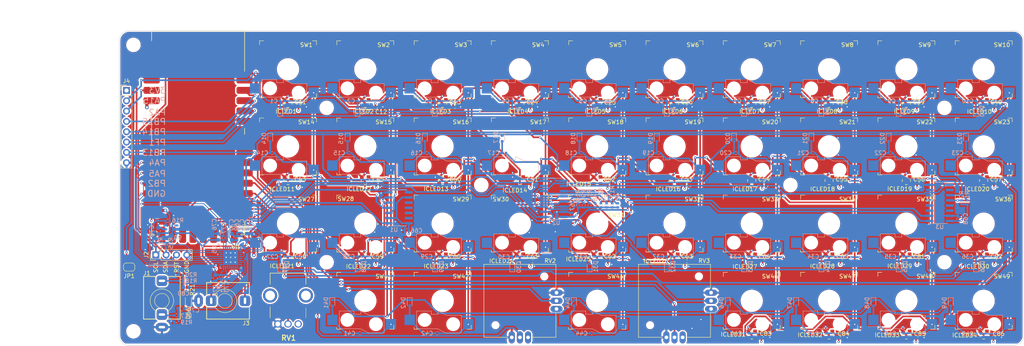
<source format=kicad_pcb>
(kicad_pcb (version 20240108) (generator "pcbnew") (generator_version "8.0")
  (layers (0 "F.Cu" signal) (1 "In1.Cu" signal) (2 "In2.Cu" signal) (31 "B.Cu" signal) (34 "B.Paste" user) (35 "F.Paste" user) (36 "B.SilkS" user "B.Silkscreen") (37 "F.SilkS" user "F.Silkscreen") (38 "B.Mask" user) (39 "F.Mask" user) (44 "Edge.Cuts" user))
  (net 0 "")
  (net 1 "Q0")
  (net 2 "Net-(D1-A)")
  (net 3 "Q1")
  (net 4 "Net-(D2-A)")
  (net 5 "Q2")
  (net 6 "Net-(D3-A)")
  (net 7 "Q3")
  (net 8 "Net-(D4-A)")
  (net 9 "Q4")
  (net 10 "Net-(D5-A)")
  (net 11 "Q5")
  (net 12 "Net-(D6-A)")
  (net 13 "Q6")
  (net 14 "Net-(D7-A)")
  (net 15 "Q7")
  (net 16 "Net-(D8-A)")
  (net 17 "Q0_2")
  (net 18 "Net-(D9-A)")
  (net 19 "Q1_2")
  (net 20 "Net-(D10-A)")
  (net 21 "Net-(D14-A)")
  (net 22 "Net-(D15-A)")
  (net 23 "Net-(D16-A)")
  (net 24 "Net-(D17-A)")
  (net 25 "Net-(D18-A)")
  (net 26 "Net-(D19-A)")
  (net 27 "Net-(D20-A)")
  (net 28 "Net-(D21-A)")
  (net 29 "Net-(D22-A)")
  (net 30 "Net-(D23-A)")
  (net 31 "Net-(D27-A)")
  (net 32 "Net-(D28-A)")
  (net 33 "Net-(D29-A)")
  (net 34 "Net-(D30-A)")
  (net 35 "Net-(D31-A)")
  (net 36 "Net-(D32-A)")
  (net 37 "Net-(D33-A)")
  (net 38 "Net-(D34-A)")
  (net 39 "Net-(D35-A)")
  (net 40 "Net-(D36-A)")
  (net 41 "Net-(D41-A)")
  (net 42 "Net-(D42-A)")
  (net 43 "Net-(D44-A)")
  (net 44 "Net-(D46-A)")
  (net 45 "Net-(D47-A)")
  (net 46 "Net-(D48-A)")
  (net 47 "Net-(D49-A)")
  (net 48 "VCC")
  (net 49 "GND")
  (net 50 "Net-(U5-CM)")
  (net 51 "VDD")
  (net 52 "QA")
  (net 53 "QB")
  (net 54 "QC")
  (net 55 "QD")
  (net 56 "/ICs/SCL")
  (net 57 "/ICs/SDA")
  (net 58 "/ICs/RST")
  (net 59 "/ICs/164_A")
  (net 60 "/ICs/164_CLK")
  (net 64 "/ICs/165_SL")
  (net 65 "/ICs/165_CLK")
  (net 67 "/ICs/165_QH")
  (net 68 "Net-(U2-DS)")
  (net 74 "/ICs/PB13")
  (net 75 "PA15")
  (net 76 "Net-(ICLED1-DOUT)")
  (net 77 "Net-(ICLED2-DOUT)")
  (net 78 "Net-(ICLED10-DOUT)")
  (net 79 "/ICs/PA2")
  (net 80 "/ICs/DIN")
  (net 81 "/ICs/DOUT")
  (net 82 "/ICs/LRCLK")
  (net 83 "/ICs/BCLK")
  (net 84 "/ICs/MCLK")
  (net 88 "/ICs/LAUX")
  (net 91 "/ICs/RAUX")
  (net 96 "/ICs/RHP")
  (net 97 "/ICs/LHP")
  (net 100 "Net-(C79-Pad1)")
  (net 101 "Net-(C80-Pad1)")
  (net 102 "Net-(J1-PadS)")
  (net 103 "Net-(J1-PadT)")
  (net 104 "/ICs/POT0")
  (net 107 "Net-(D66-A)")
  (net 108 "Net-(JP1-B)")
  (net 109 "Net-(U4-PA0)")
  (net 110 "Net-(U4-PB2)")
  (net 111 "Net-(U4-PA4)")
  (net 112 "Net-(U4-PA5)")
  (net 117 "Net-(ICLED3-DOUT)")
  (net 118 "Net-(ICLED4-DOUT)")
  (net 119 "Net-(ICLED5-DOUT)")
  (net 120 "Net-(ICLED6-DOUT)")
  (net 121 "Net-(ICLED7-DOUT)")
  (net 122 "Net-(ICLED8-DOUT)")
  (net 123 "Net-(ICLED10-DIN)")
  (net 124 "Net-(ICLED20-DOUT)")
  (net 125 "Net-(ICLED11-DOUT)")
  (net 126 "/ICs/PF1")
  (net 127 "Net-(ICLED12-DOUT)")
  (net 128 "Net-(ICLED13-DOUT)")
  (net 129 "Net-(ICLED14-DOUT)")
  (net 130 "Net-(ICLED15-DOUT)")
  (net 131 "Net-(ICLED16-DOUT)")
  (net 132 "Net-(ICLED17-DOUT)")
  (net 133 "Net-(ICLED18-DOUT)")
  (net 134 "Net-(ICLED19-DOUT)")
  (net 135 "/ICs/PB15")
  (net 136 "/ICs/PB14")
  (net 137 "Net-(ICLED21-DOUT)")
  (net 138 "Net-(ICLED22-DOUT)")
  (net 139 "Net-(ICLED23-DOUT)")
  (net 140 "Net-(ICLED24-DOUT)")
  (net 141 "Net-(ICLED25-DOUT)")
  (net 142 "Net-(ICLED26-DOUT)")
  (net 143 "Net-(ICLED27-DOUT)")
  (net 144 "Net-(ICLED28-DOUT)")
  (net 145 "Net-(ICLED29-DOUT)")
  (net 146 "Net-(ICLED30-DOUT)")
  (net 147 "Net-(ICLED31-DOUT)")
  (net 148 "Net-(ICLED32-DOUT)")
  (net 149 "Net-(ICLED33-DOUT)")
  (footprint "Capacitor_SMD:C_0402_1005Metric" (layer "F.Cu") (at 226.8 94.34)
    (property "Reference" "C55")
    (property "Value" "100nF" (hide yes))
  )
  (footprint "My_Parts:1312020030000" (layer "F.Cu") (at 185.73 93.49 180)
    (property "Reference" "ICLED16")
    (property "Value" "~")
  )
  (footprint "Capacitor_SMD:C_0402_1005Metric" (layer "F.Cu") (at 131.85 94.34)
    (property "Reference" "C50")
    (property "Value" "100nF" (hide yes))
  )
  (footprint "Capacitor_SMD:C_0402_1005Metric" (layer "F.Cu") (at 169.85 75.34)
    (property "Reference" "C25")
    (property "Value" "100nF" (hide yes))
  )
  (footprint "My_Parts:1312020030000" (layer "F.Cu") (at 166.73 93.49 180)
    (property "Reference" "ICLED15")
    (property "Value" "~")
  )
  (footprint "LED_SMD:LED_0603_1608Metric" (layer "F.Cu") (at 66.23 123.09 90)
    (property "Reference" "D66")
    (property "Value" "LED" (hide yes))
  )
  (footprint "My_Parts:1312020030000" (layer "F.Cu") (at 242.73 93.49 180)
    (property "Reference" "ICLED19")
    (property "Value" "~")
  )
  (footprint "Capacitor_SMD:C_0402_1005Metric" (layer "F.Cu") (at 226.57 132.33)
    (property "Reference" "C84")
    (property "Value" "100nF" (hide yes))
  )
  (footprint "Capacitor_SMD:C_0402_1005Metric" (layer "F.Cu") (at 245.83 113.34)
    (property "Reference" "C81")
    (property "Value" "100nF" (hide yes))
  )
  (footprint "My_Parts:1312020030000" (layer "F.Cu") (at 90.73 93.49 180)
    (property "Reference" "ICLED11")
    (property "Value" "~")
  )
  (footprint "My_Parts:1312020030000" (layer "F.Cu") (at 223.73 74.49 180)
    (property "Reference" "ICLED8")
    (property "Value" "~")
  )
  (footprint "My_Parts:1312020030000" (layer "F.Cu") (at 261.73 93.49 180)
    (property "Reference" "ICLED20")
    (property "Value" "~")
  )
  (footprint "Capacitor_SMD:C_0402_1005Metric" (layer "F.Cu") (at 169.83 113.34)
    (property "Reference" "C62")
    (property "Value" "100nF" (hide yes))
  )
  (footprint "Capacitor_SMD:C_0402_1005Metric" (layer "F.Cu") (at 207.56 132.33)
    (property "Reference" "C83")
    (property "Value" "100nF" (hide yes))
  )
  (footprint "Capacitor_SMD:C_0402_1005Metric" (layer "F.Cu") (at 188.73 94.34)
    (property "Reference" "C53")
    (property "Value" "100nF" (hide yes))
  )
  (footprint "My_Parts:1312020030000" (layer "F.Cu") (at 185.73 112.49 180)
    (property "Reference" "ICLED26")
    (property "Value" "~")
  )
  (footprint "My_Parts:1312020030000" (layer "F.Cu") (at 128.73 93.49 180)
    (property "Reference" "ICLED13")
    (property "Value" "~")
  )
  (footprint "Capacitor_SMD:C_0402_1005Metric" (layer "F.Cu") (at 112.68 75.34)
    (property "Reference" "C12")
    (property "Value" "100nF" (hide yes))
  )
  (footprint "My_Parts:1312020030000" (layer "F.Cu") (at 242.73 74.49 180)
    (property "Reference" "ICLED9")
    (property "Value" "~")
  )
  (footprint "My_Parts:ADA-2765" (layer "F.Cu") (at 185.73 123.09)
    (property "Reference" "RV3")
    (property "Value" "~")
  )
  (footprint "My_Parts:1312020030000" (layer "F.Cu") (at 242.73 131.49 180)
    (property "Reference" "ICLED33")
    (property "Value" "~" (hide yes))
  )
  (footprint "Jumper:SolderJumper-2_P1.3mm_Bridged_RoundedPad1.0x1.5mm" (layer "F.Cu") (at 51.68 114.79)
    (property "Reference" "JP1")
    (property "Value" "Jumper_2_Bridged" (hide yes))
  )
  (footprint "My_Parts:1312020030000" (layer "F.Cu") (at 147.73 74.49 180)
    (property "Reference" "ICLED4")
    (property "Value" "~")
  )
  (footprint "Capacitor_SMD:C_0402_1005Metric" (layer "F.Cu") (at 207.81 75.34)
    (property "Reference" "C37")
    (property "Value" "100nF" (hide yes))
  )
  (footprint "Capacitor_SMD:C_0402_1005Metric" (layer "F.Cu") (at 93.78 75.34)
    (property "Reference" "C11")
    (property "Value" "100nF" (hide yes))
  )
  (footprint "Capacitor_SMD:C_0402_1005Metric" (layer "F.Cu") (at 150.85 113.34)
    (property "Reference" "C61")
    (property "Value" "100nF" (hide yes))
  )
  (footprint "MountingHole:MountingHole_3.2mm_M3" (layer "F.Cu") (at 252.08 113.59)
    (property "Reference" "MH5" (hide yes))
    (property "Value" "MountingHole_3.2mm_M3" (hide yes))
  )
  (footprint "Resistor_SMD:R_0402_1005Metric" (layer "F.Cu") (at 65.83 120.39 -90)
    (property "Reference" "R21")
    (property "Value" "1k" (hide yes))
  )
  (footprint "My_Parts:Jack_3.5mm_QingPu_WQP-PJ366ST_Vertical" (layer "F.Cu") (at 59.73 123.09)
    (property "Reference" "J1")
    (property "Value" "AudioJack2_Ground" (hide yes))
  )
  (footprint "My_Parts:RK09K1130A5R" (layer "F.Cu") (at 90.73 128.79)
    (property "Reference" "RV1")
    (property "Value" "R_Potentiometer" (hide yes))
  )
  (footprint "Capacitor_SMD:C_0402_1005Metric" (layer "F.Cu") (at 112.88 94.34)
    (property "Reference" "C45")
    (property "Value" "100nF" (hide yes))
  )
  (footprint "My_Parts:1312020030000" (layer "F.Cu") (at 128.73 112.49 180)
    (property "Reference" "ICLED23")
    (property "Value" "~")
  )
  (footprint "MountingHole:MountingHole_3.2mm_M3" (layer "F.Cu") (at 52.73 60.09)
    (property "Reference" "MH7" (hide yes))
    (property "Value" "MountingHole_3.2mm_M3" (hide yes))
  )
  (footprint "Capacitor_SMD:C_0402_1005Metric" (layer "F.Cu") (at 207.88 113.34)
    (property "Reference" "C64")
    (property "Value" "100nF" (hide yes))
  )
  (footprint "My_Parts:1312020030000" (layer "F.Cu") (at 166.73 112.49 180)
    (property "Reference" "ICLED25")
    (property "Value" "~")
  )
  (footprint "My_Parts:1312020030000" (layer "F.Cu") (at 90.73 112.49 180)
    (property "Reference" "ICLED21")
    (property "Value" "~")
  )
  (footprint "Capacitor_SMD:C_0402_1005Metric" (layer "F.Cu") (at 245.85 94.34)
    (property "Reference" "C56")
    (property "Value" "100nF" (hide yes))
  )
  (footprint "Connector_PinHeader_2.54mm:PinHeader_1x08_P2.54mm_Vertical" (layer "F.Cu") (at 51.03 71.31)
    (property "Reference" "J4")
    (property "Value" "Conn_01x08")
  )
  (footprint "My_Parts:1312020030000" (layer "F.Cu") (at 223.73 112.49 180)
    (property "Reference" "ICLED28")
    (property "Value" "~")
  )
  (footprint "My_Parts:1312020030000" (layer "F.Cu") (at 223.73 131.49 180)
    (property "Reference" "ICLED32")
    (property "Value" "~" (hide yes))
  )
  (footprint "Capacitor_SMD:C_0402_1005Metric" (layer "F.Cu") (at 150.76 75.34)
    (property "Reference" "C24")
    (property "Value" "100nF" (hide yes))
  )
  (footprint "My_Parts:1312020030000" (layer "F.Cu") (at 109.73 112.49 180)
    (property "Reference" "ICLED22")
    (property "Value" "~")
  )
  (footprint "MountingHole:MountingHole_3.2mm_M3" (layer "F.Cu") (at 214.23 94.59)
    (property "Reference" "MH4" (hide yes))
    (property "Value" "MountingHole_3.2mm_M3" (hide yes))
  )
  (footprint "MountingHole:MountingHole_3.2mm_M3" (layer "F.Cu") (at 100.23 113.59)
    (property "Reference" "MH2" (hide yes))
    (property "Value" "MountingHole_3.2mm_M3" (hide yes))
  )
  (footprint "Capacitor_SMD:C_0402_1005Metric" (layer "F.Cu") (at 264.81 75.34)
    (property "Reference" "C40")
    (property "Value" "100nF" (hide yes))
  )
  (footprint "My_Parts:1312020030000" (layer "F.Cu") (at 147.73 112.49 180)
    (property "Reference" "ICLED24")
    (property "Value" "~")
  )
  (footprint "My_Parts:1312020030000" (layer "F.Cu") (at 204.73 112.49 180)
    (property "Reference" "ICLED27")
    (property "Value" "~")
  )
  (footprint "My_Parts:1312020030000" (layer "F.Cu") (at 147.73 93.49 180)
    (property "Reference" "ICLED14")
    (property "Value" "~")
  )
  (footprint "Capacitor_SMD:C_0402_1005Metric" (layer "F.Cu") (at 93.78 113.34)
    (property "Reference" "C58")
    (property "Value" "100nF" (hide yes))
  )
  (footprint "Capacitor_SMD:C_0402_1005Metric" (layer "F.Cu") (at 150.83 94.34)
    (property "Reference" "C51")
    (property "Value" "100nF" (hide yes))
  )
  (footprint "My_Parts:1312020030000" (layer "F.Cu") (at 204.73 93.49 180)
    (property "Reference" "ICLED17")
    (property "Value" "~")
  )
  (footprint "Capacitor_SMD:C_0402_1005Metric" (layer "F.Cu") (at 264.75 94.34)
    (property "Reference" "C57")
    (property "Value" "100nF" (hide yes))
  )
  (footprint "Capacitor_SMD:C_0402_1005Metric" (layer "F.Cu") (at 188.8 113.34)
    (property "Reference" "C63")
    (property "Value" "100nF" (hide yes))
  )
  (footprint "My_Parts:1312020030000" (layer "F.Cu") (at 261.73 131.49 180)
    (property "Reference" "ICLED34")
    (property "Value" "~" (hide yes))
  )
  (footprint "Capacitor_SMD:C_0402_1005Metric" (layer "F.Cu") (at 131.75 113.34)
    (property "Reference" "C60")
    (property "Value" "100nF" (hide yes))
  )
  (footprint "My_Parts:ADA-2765" (layer "F.Cu") (at 147.73 123.09)
    (property "Reference" "RV2")
    (property "Value" "~")
  )
  (footprint "MountingHole:MountingHole_3.2mm_M3" (layer "F.Cu") (at 52.73 130.59)
    (property "Reference" "MH8" (hide yes))
    (property "Value" "MountingHole_3.2mm_M3" (hide yes))
  )
  (footprint "My_Parts:1312020030000" (layer "F.Cu") (at 261.73 112.49 180)
    (property "Reference" "ICLED30")
    (property "Value" "~")
  )
  (footprint "Capacitor_SMD:C_0402_1005Metric" (layer "F.Cu") (at 226.98 113.34)
    (property "Reference" "C65")
    (property "Value" "100nF" (hide yes))
  )
  (footprint "Capacitor_SMD:C_0402_1005Metric" (layer "F.Cu") (at 226.86 75.34)
    (property "Reference" "C38")
    (property "Value" "100nF" (hide yes))
  )
  (footprint "My_Parts:1312020030000" (layer "F.Cu") (at 109.73 93.49 180)
    (property "Reference" "ICLED12")
    (property "Value" "~")
  )
  (footprint "Capacitor_SMD:C_0402_1005Metric" (layer "F.Cu") (at 169.75 94.34)
    (property "Reference" "C52")
    (property "Value" "100nF" (hide yes))
  )
  (footprint "Capacitor_SMD:C_0402_1005Metric" (layer "F.Cu") (at 245.58 132.33)
    (property "Reference" "C85")
    (property "Value" "100nF" (hide yes))
  )
  (footprint "My_Parts:1312020030000" (layer "F.Cu") (at 223.73 93.49 180)
    (property "Reference" "ICLED18")
    (property "Value" "~")
  )
  (footprint "Capacitor_SMD:C_0402_1005Metric" (layer "F.Cu") (at 188.76 75.34)
    (property "Reference" "C26")
    (property "Value" "100nF" (hide yes))
  )
  (footprint "My_Parts:1312020030000" (layer "F.Cu") (at 109.73 74.49 180)
    (property "Reference" "ICLED2")
    (property "Value" "~")
  )
  (footprint "My_Parts:1312020030000" (layer "F.Cu") (at 204.73 74.49 180)
    (property "Reference" "ICLED7")
    (property "Value" "~")
  )
  (footprint "My_Parts:Jack_3.5mm_QingPu_WQP-PJ366ST_Vertical" (layer "F.Cu") (at 75.23 123.09 -90)
    (property "Reference" "J3")
    (property "Value" "AudioJack2_Ground" (hide yes))
  )
  (footprint "My_Parts:1312020030000" (layer "F.Cu") (at 128.73 74.49 180)
    (property "Reference" "ICLED3")
    (property "Value" "~")
  )
  (footprint "Capacitor_SMD:C_0402_1005Metric" (layer "F.Cu") (at 264.83 113.34)
    (property "Reference" "C82")
    (property "Value" "100nF" (hide yes))
  )
  (footprint "Capacitor_SMD:C_0402_1005Metric" (layer "F.Cu") (at 112.78 113.34)
    (property "Reference" "C59")
    (property "Value" "100nF" (hide yes))
  )
  (footprint "Connector_PinHeader_2.54mm:PinHeader_1x04_P2.54mm_Vertical" (layer "F.Cu") (at 58.23 111.79 90)
    (property "Reference" "J2")
    (property "Value" "Conn_01x04")
  )
  (footprint "Capacitor_SMD:C_0402_1005Metric" (layer "F.Cu") (at 93.73 94.34)
    (property "Reference" "C43")
    (property "Value" "100nF" (hide yes))
  )
  (footprint "My_Parts:1312020030000" (layer "F.Cu") (at 261.73 74.49 180)
    (property "Reference" "ICLED10")
    (property "Value" "~")
  )
  (footprint "Capacitor_SMD:C_0402_1005Metric" (layer "F.Cu") (at 245.76 75.34)
    (property "Reference" "C39")
    (property "Value" "100nF" (hide yes))
  )
  (footprint "MountingHole:MountingHole_3.2mm_M3" (layer "F.Cu") (at 100.23 75.59)
    (property "Reference" "MH1" (hide yes))
    (property "Value" "MountingHole_3.2mm_M3" (hide yes))
  )
  (footprint "My_Parts:C4NDY_BOARD" (layer "F.Cu") (at 80.06 56.59 180)
    (property "Reference" "U4")
    (property "Value" "~")
  )
  (footprint "My_Parts:1312020030000" (layer "F.Cu") (at 204.73 131.49 180)
    (property "Reference" "ICLED31")
    (property "Value" "~" (hide yes))
  )
  (footprint "My_Parts:1312020030000" (layer "F.Cu") (at 166.73 74.49 180)
    (property "Reference" "ICLED5")
    (property "Value" "~")
  )
  (footprint "Capacitor_SMD:C_0402_1005Metric" (layer "F.Cu") (at 131.78 75.34)
    (property "Reference" "C13")
    (property "Value" "100nF" (hide yes))
  )
  (footprint "MountingHole:MountingHole_3.2mm_M3" (layer "F.Cu") (at 138.23 94.59)
    (property "Reference" "MH4" (hide yes))
    (property "Value" "MountingHole_3.2mm_M3" (hide yes))
  )
  (footprint "My_Parts:1312020030000" (layer "F.Cu") (at 242.73 112.49 180)
    (property "Reference" "ICLED29")
    (property "Value" "~")
  )
  (footprint "My_Parts:1312020030000" (layer "F.Cu") (at 185.73 74.49 180)
    (property "Reference" "ICLED6")
    (property "Value" "~")
  )
  (footprint "My_Parts:1312020030000" (layer "F.Cu") (at 90.73 74.49 180)
    (property "Reference" "ICLED1")
    (property "Value" "~" (hide yes))
  )
  (footprint "Capacitor_SMD:C_0402_1005Metric" (layer "F.Cu") (at 264.61 132.33)
    (property "Reference" "C86")
    (property "Value" "100nF" (hide yes))
  )
  (footprint "MountingHole:MountingHole_3.2mm_M3" (layer "F.Cu") (at 252.08 75.59)
    (property "Reference" "MH6" (hide yes))
    (property "Value" "MountingHole_3.2mm_M3" (hide yes))
  )
  (footprint "Capacitor_SMD:C_0402_1005Metric" (layer "F.Cu") (at 207.75 94.34)
    (property "Reference" "C54")
    (property "Value" "100nF" (hide yes))
  )
  (footprint "Capacitor_SMD:C_0402_1005Metric" (layer "B.Cu") (at 79.2821 107.66 90)
    (property "Reference" "C72")
    (property "Value" "100nF")
  )
  (footprint "Resistor_SMD:R_0402_1005Metric" (layer "B.Cu") (at 64.44 118.19)
    (property "Reference" "R18")
    (property "Value" "1k")
  )
  (footprint "Resistor_SMD:R_0402_1005Metric" (layer "B.Cu") (at 162.03 99.59 90)
    (property "Reference" "R10")
    (property "Value" "10k")
  )
  (footprint "My_Parts:Gateron_KS-27" (layer "B.Cu") (at 166.73 123.09 180)
    (property "Reference" "SW44")
    (property "Value" "SW_MEC_5G")
  )
  (footprint "Capacitor_SMD:C_0402_1005Metric" (layer "B.Cu") (at 89.33 112.19 180)
    (property "Reference" "C27")
    (property "Value" "100nF")
  )
  (footprint "Diode_SMD:D_SOD-523" (layer "B.Cu") (at 162.37 83.1225 -90)
    (property "Reference" "D18")
    (property "Value" "1N4148WT")
  )
  (footprint "Diode_SMD:D_SOD-523" (layer "B.Cu") (at 234.63 123.59 -90)
    (property "Reference" "D48")
    (property "Value" "1N4148WT")
  )
  (footprint "My_Parts:Gateron_KS-27" (layer "B.Cu") (at 166.73 66.09 180)
    (property "Reference" "SW5")
    (property "Value" "SW_MEC_5G")
  )
  (footprint "Resistor_SMD:R_0402_1005Metric" (layer "B.Cu") (at 63.315 126.69)
    (property "Reference" "R17")
    (property "Value" "1k")
  )
  (footprint "Capacitor_SMD:C_0603_1608Metric" (layer "B.Cu") (at 58.83 105.89 90)
    (property "Reference" "C78")
    (property "Value" "1uF")
  )
  (footprint "Capacitor_SMD:C_0402_1005Metric" (layer "B.Cu") (at 146.33 112.19 180)
    (property "Reference" "C30")
    (property "Value" "100nF")
  )
  (footprint "My_Parts:Gateron_KS-27" (layer "B.Cu") (at 242.73 104.09 180)
    (property "Reference" "SW35")
    (property "Value" "SW_MEC_5G")
  )
  (footprint "Diode_SMD:D_SOD-523" (layer "B.Cu") (at 221.86 114.69 90)
    (property "Reference" "D34")
    (property "Value" "1N4148WT")
  )
  (footprint "My_Parts:Gateron_KS-27" (layer "B.Cu") (at 204.73 123.09 180)
    (property "Reference" "SW46")
    (property "Value" "SW_MEC_5G")
  )
  (footprint "Capacitor_SMD:C_0402_1005Metric" (layer "B.Cu") (at 260.33 73.89 180)
    (property "Reference" "C10")
    (property "Value" "100nF")
  )
  (footprint "Resistor_SMD:R_0402_1005Metric" (layer "B.Cu") (at 257.73 98.88 90)
    (property "Reference" "R1")
    (property "Value" "10k")
  )
  (footprint "Diode_SMD:D_SOD-523" (layer "B.Cu") (at 124.37 83.1225 -90)
    (property "Reference" "D16")
    (property "Value" "1N4148WT")
  )
  (footprint "Capacitor_SMD:C_0402_1005Metric" (layer "B.Cu") (at 222.43 131.09 180)
    (property "Reference" "C47")
    (property "Value" "100nF")
  )
  (footprint "My_Parts:Gateron_KS-27" (layer "B.Cu") (at 223.73 66.09 180)
    (property "Reference" "SW8")
    (property "Value" "SW_MEC_5G")
  )
  (footprint "Diode_SMD:D_SOD-523" (layer "B.Cu") (at 219.37 83.1225 -90)
    (property "Reference" "D21")
    (property "Value" "1N4148WT")
  )
  (footprint "Capacitor_SMD:C_0402_1005Metric" (layer "B.Cu") (at 74.2821 117.2179 -90)
    (property "Reference" "C74")
    (property "Value" "100nF")
  )
  (footprint "Diode_SMD:D_SOD-523" (layer "B.Cu") (at 183.86 114.69 90)
    (property "Reference" "D32")
    (property "Value" "1N4148WT")
  )
  (footprint "My_Parts:Gateron_KS-27" (layer "B.Cu") (at 109.73 104.09 180)
    (property "Reference" "SW28")
    (property "Value" "SW_MEC_5G")
  )
  (footprint "Capacitor_SMD:C_0402_1005Metric" (layer "B.Cu") (at 260.43 131.17 180)
    (property "Reference" "C49")
    (property "Value" "100nF")
  )
  (footprint "Diode_SMD:D_SOD-523" (layer "B.Cu") (at 145.86 114.69 90)
    (property "Reference" "D30")
    (property "Value" "1N4148WT")
  )
  (footprint "Diode_SMD:D_SOD-523" (layer "B.Cu") (at 161.03 123.59 -90)
    (property "Reference" "D44")
    (property "Value" "1N4148WT")
  )
  (footprint "Capacitor_SMD:C_0402_1005Metric" (layer "B.Cu") (at 203.33 112.19 180)
    (property "Reference" "C33")
    (property "Value" "100nF")
  )
  (footprint "Capacitor_SMD:C_0402_1005Metric" (layer "B.Cu") (at 222.33 73.89 180)
    (property "Reference" "C8")
    (property "Value" "100nF")
  )
  (footprint "Capacitor_SMD:C_0603_1608Metric" (layer "B.Cu") (at 64.53 124.99)
    (property "Reference" "C79")
    (property "Value" "10uF")
  )
  (footprint "Diode_SMD:D_SOD-523" (layer "B.Cu") (at 257.37 83.1225 -90)
    (property "Reference" "D23")
    (property "Value" "1N4148WT")
  )
  (footprint "Capacitor_SMD:C_0402_1005Metric" (layer "B.Cu") (at 203.43 131.08 180)
    (property "Reference" "C46")
    (property "Value" "100nF")
  )
  (footprint "Capacitor_SMD:C_0402_1005Metric" (layer "B.Cu") (at 119.935 105.73 180)
    (property "Reference" "C66")
    (property "Value" "100nF")
  )
  (footprint "Capacitor_SMD:C_0402_1005Metric" (layer "B.Cu") (at 108.43 131.08 180)
    (property "Reference" "C41")
    (property "Value" "100nF")
  )
  (footprint "Resistor_SMD:R_0402_1005Metric" (layer "B.Cu") (at 163.43 99.59 90)
    (property "Reference" "R9")
    (property "Value" "10k")
  )
  (footprint "My_Parts:Gateron_KS-27" (layer "B.Cu") (at 185.73 85.09 180)
    (property "Reference" "SW19")
    (property "Value" "SW_MEC_5G")
  )
  (footprint "Capacitor_SMD:C_0603_1608Metric" (layer "B.Cu") (at 73.53 107.3379 90)
    (property "Reference" "C76")
    (property "Value" "10uF")
  )
  (footprint "Diode_SMD:D_SOD-523" (layer "B.Cu") (at 215.63 123.59 -90)
    (property "Reference" "D47")
    (property "Value" "1N4148WT")
  )
  (footprint "Diode_SMD:D_SOD-523" (layer "B.Cu") (at 183.83 76.39 90)
    (property "Reference" "D6")
    (property "Value" "1N4148WT")
  )
  (footprint "My_Parts:Gateron_KS-27" (layer "B.Cu") (at 185.73 66.09 180)
    (property "Reference" "SW6")
    (property "Value" "SW_MEC_5G")
  )
  (footprint "My_Parts:Gateron_KS-27" (layer "B.Cu") (at 166.73 104.09 180)
    (property "Reference" "SW31")
    (property "Value" "SW_MEC_5G")
  )
  (footprint "Capacitor_SMD:C_0402_1005Metric" (layer "B.Cu") (at 127.33 73.89 180)
    (property "Reference" "C3")
    (property "Value" "100nF")
  )
  (footprint "Resistor_SMD:R_0402_1005Metric" (layer "B.Cu") (at 61.13 103.39 180)
    (property "Reference" "R16")
    (property "Value" "10k")
  )
  (footprint "Capacitor_SMD:C_0402_1005Metric" (layer "B.Cu") (at 165.33 73.89 180)
    (property "Reference" "C5")
    (property "Value" "100nF")
  )
  (footprint "Capacitor_SMD:C_0402_1005Metric" (layer "B.Cu") (at 127.43 131.08 180)
    (property "Reference" "C42")
    (property "Value" "100nF")
  )
  (footprint "My_Parts:CP_32_4_ADI" (layer "B.Cu") (at 76.6321 112.44 -90)
    (property "Reference" "U5")
    (property "Value" "ADAU1761BCPZ")
  )
  (footprint "My_Parts:Gateron_KS-27" (layer "B.Cu") (at 90.73 85.09 180)
    (property "Reference" "SW14")
    (property "Value" "SW_MEC_5G" (hide yes))
  )
  (footprint "My_Parts:Gateron_KS-27" (layer "B.Cu") (at 261.73 104.09 180)
    (property "Reference" "SW36")
    (property "Value" "SW_MEC_5G")
  )
  (footprint "Diode_SMD:D_SOD-523" (layer "B.Cu") (at 181.37 83.1225 -90)
    (property "Reference" "D19")
    (property "Value" "1N4148WT")
  )
  (footprint "My_Parts:Gateron_KS-27" (layer "B.Cu") (at 128.73 123.09 180)
    (property "Reference" "SW42")
    (property "Value" "SW_MEC_5G")
  )
  (footprint "Capacitor_SMD:C_0402_1005Metric" (layer "B.Cu") (at 255.43 102.91 90)
    (property "Reference" "C68")
    (property "Value" "100nF")
  )
  (footprint "Capacitor_SMD:C_0402_1005Metric" (layer "B.Cu") (at 108.33 112.19 180)
    (property "Reference" "C28")
    (property "Value" "100nF")
  )
  (footprint "Package_SO:SOIC-16_3.9x9.9mm_P1.27mm" (layer "B.Cu") (at 156.03 97.99)
    (property "Reference" "U2")
    (property "Value" "74HC165")
  )
  (footprint "Diode_SMD:D_SOD-523" (layer "B.Cu") (at 105.37 83.1225 -90)
    (property "Reference" "D15")
    (property "Value" "1N4148WT")
  )
  (footprint "My_Parts:Gateron_KS-27" (layer "B.Cu") (at 261.73 123.09 180)
    (property "Reference" "SW49")
    (property "Value" "SW_MEC_5G")
  )
  (footprint "Capacitor_SMD:C_0402_1005Metric" (layer "B.Cu") (at 162.83 86.71 180)
    (property "Reference" "C18")
    (property "Value" "100nF")
  )
  (footprint "Capacitor_SMD:C_0603_1608Metric" (layer "B.Cu") (at 65.73 119.79)
    (property "Reference" "C80")
    (property "Value" "10uF")
  )
  (footprint "Capacitor_SMD:C_0402_1005Metric" (layer "B.Cu") (at 241.43 131.08 180)
    (property "Reference" "C48")
    (property "Value" "100nF")
  )
  (footprint "My_Parts:Gateron_KS-27" (layer "B.Cu") (at 204.73 66.09 180)
    (property "Reference" "SW7")
    (property "Value" "SW_MEC_5G")
  )
  (footprint "Capacitor_SMD:C_0603_1608Metric" (layer "B.Cu") (at 72.8821 117.5129 -90)
    (property "Reference" "C75")
    (property "Value" "10uF")
  )
  (footprint "Resistor_SMD:R_0402_1005Metric" (layer "B.Cu") (at 167.63 99.59 90)
    (property "Reference" "R12")
    (property "Value" "10k")
  )
  (footprint "Capacitor_SMD:C_0402_1005Metric" (layer "B.Cu") (at 200.83 86.71 180)
    (property "Reference" "C20")
    (property "Value" "100nF")
  )
  (footprint "My_Parts:Gateron_KS-27" (layer "B.Cu") (at 90.73 104.09 180)
    (property "Reference" "SW27")
    (property "Value" "SW_MEC_5G")
  )
  (footprint "My_Parts:Gateron_KS-27" (layer "B.Cu") (at 261.73 66.09 180)
    (property "Reference" "SW10")
    (property "Value" "SW_MEC_5G")
  )
  (footprint "Capacitor_SMD:C_0402_1005Metric" (layer "B.Cu") (at 160.53 101.89 90)
    (property "Reference" "C67")
    (property "Value" "100nF")
  )
  (footprint "My_Parts:Gateron_KS-27" (layer "B.Cu") (at 147.73 85.09 180)
    (property "Reference" "SW17")
    (property "Value" "SW_MEC_5G")
  )
  (footprint "Capacitor_SMD:C_0402_1005Metric" (layer "B.Cu") (at 165.33 112.19 180)
    (property "Reference" "C31")
    (property "Value" "100nF")
  )
  (footprint "Capacitor_SMD:C_0402_1005Metric" (layer "B.Cu") (at 124.83 86.71 180)
    (property "Reference" "C16")
    (property "Value" "100nF")
  )
  (footprint "Diode_SMD:D_SOD-523" (layer "B.Cu") (at 253.63 123.59 -90)
    (property "Reference" "D49")
    (property "Value" "1N4148WT")
  )
  (footprint "My_Parts:SOT-23-5_M5_MCH" (layer "B.Cu") (at 61.93 105.49)
    (property "Reference" "U6")
    (property "Value" "MIC2005A-1YM5-TR")
  )
  (footprint "Capacitor_SMD:C_0402_1005Metric" (layer "B.Cu") (at 108.33 73.89 180)
    (property "Reference" "C2")
    (property "Value" "100nF")
  )
  (footprint "Resistor_SMD:R_0402_1005Metric" (layer "B.Cu") (at 58.23 109.29 -90)
    (property "Reference" "R14")
    (property "Value" "10k")
  )
  (footprint "Capacitor_SMD:C_0402_1005Metric" (layer "B.Cu") (at 75.5821 117.2179 -90)
    (property "Reference" "C73")
    (property "Value" "100nF")
  )
  (footprint "Resistor_SMD:R_0402_1005Metric" (layer "B.Cu") (at 63.295 128.09)
    (property "Reference" "R19")
    (property "Value" "49.9")
  )
  (footprint "Diode_SMD:D_SOD-523" (layer "B.Cu") (at 120.63 123.59 -90)
    (property "Reference" "D42")
    (property "Value" "1N4148WT")
  )
  (footprint "Package_SO:SOIC-16_3.9x9.9mm_P1.27mm" (layer "B.Cu") (at 250.93 98.99)
    (property "Reference" "U3")
    (property "Value" "74HC165")
  )
  (footprint "Package_SO:SOIC-14_3.9x8.7mm_P1.27mm" (layer "B.Cu") (at 117.93 100.19)
    (property "Reference" "U1")
    (property "Value" "74HC164")
  )
  (footprint "Capacitor_SMD:C_0402_1005Metric" (layer "B.Cu") (at 181.83 86.71 180)
    (property "Reference" "C19")
    (property "Value" "100nF")
  )
  (footprint "My_Parts:Gateron_KS-27" (layer "B.Cu") (at 166.73 85.09 180)
    (property "Reference" "SW18")
    (property "Value" "SW_MEC_5G")
  )
  (footprint "Resistor_SMD:R_0402_1005Metric" (layer "B.Cu") (at 64.43 116.69)
    (property "Reference" "R20")
    (property "Value" "49.9")
  )
  (footprint "My_Parts:Gateron_KS-27" (layer "B.Cu") (at 109.73 85.09 180)
    (property "Reference" "SW15")
    (property "Value" "SW_MEC_5G")
  )
  (footprint "Capacitor_SMD:C_0402_1005Metric" (layer "B.Cu") (at 241.33 112.19 180)
    (property "Reference" "C35")
    (property "Value" "100nF")
  )
  (footprint "Diode_SMD:D_SOD-523" (layer "B.Cu") (at 200.37 83.1225 -90)
    (property "Reference" "D20")
    (property "Value" "1N4148WT")
  )
  (footprint "My_Parts:Gateron_KS-27" (layer "B.Cu") (at 128.73 104.09 180)
    (property "Reference" "SW29")
    (property "Value" "SW_MEC_5G")
  )
  (footprint "Diode_SMD:D_SOD-523" (layer "B.Cu") (at 88.86 114.69 90)
    (property "Reference" "D27")
    (property "Value" "1N4148WT")
  )
  (footprint "Resistor_SMD:R_0402_1005Metric" (layer "B.Cu") (at 166.23 99.59 90)
    (property "Reference" "R8")
    (property "Value" "10k")
  )
  (footprint "Diode_SMD:D_SOD-523" (layer "B.Cu") (at 202.86 114.69 90)
    (property "Reference" "D33")
    (property "Value" "1N4148WT")
  )
  (footprint "My_Parts:Gateron_KS-27" (layer "B.Cu") (at 90.73 66.09 180)
    (property "Reference" "SW1")
    (property "Value" "SW_MEC_5G")
  )
  (footprint "Capacitor_SMD:C_0603_1608Metric" (layer "B.Cu") (at 80.63 107.3379 90)
    (property "Reference" "C71")
    (property "Value" "10uF")
  )
  (footprint "My_Parts:Gateron_KS-27" (layer "B.Cu") (at 223.73 85.09 180)
    (property "Reference" "SW21")
    (property "Value" "SW_MEC_5G")
  )
  (footprint "Capacitor_SMD:C_0402_1005Metric" (layer "B.Cu") (at 127.33 112.19 180)
    (property "Reference" "C29")
    (property "Value" "100nF")
  )
  (footprint "Diode_SMD:D_SOD-523" (layer "B.Cu") (at 238.37 83.1225 -90)
    (property "Reference" "D22")
    (property "Value" "1N4148WT")
  )
  (footprint "My_Parts:Gateron_KS-27" (layer "B.Cu") (at 242.73 85.09 180)
    (property "Reference" "SW22")
    (property "Value" "SW_MEC_5G")
  )
  (footprint "Diode_SMD:D_SOD-523" (layer "B.Cu") (at 164.86 114.69 90)
    (property "Reference" "D31")
    (property "Value" "1N4148WT")
  )
  (footprint "Capacitor_SMD:C_0402_1005Metric" (layer "B.Cu") (at 219.83 86.71 180)
    (property "Reference" "C21")
    (property "Value" "100nF")
  )
  (footprint "My_Parts:Gateron_KS-27" (layer "B.Cu") (at 147.73 66.09 180)
    (property "Reference" "SW4")
    (property "Value" "SW_MEC_5G")
  )
  (footprint "Capacitor_SMD:C_0402_1005Metric" (layer "B.Cu") (at 260.33 112.19 180)
    (property "Reference" "C36")
    (property "Value" "100nF")
  )
  (footprint "Diode_SMD:D_SOD-523" (layer "B.Cu") (at 259.86 114.69 90)
    (property "Reference" "D36")
    (property "Value" "1N4148WT")
  )
  (footprint "My_Parts:Gateron_KS-27" (layer "B.Cu") (at 223.73 123.09 180)
    (property "Reference" "SW47")
    (property "Value" "SW_MEC_5G")
  )
  (footprint "My_Parts:Gateron_KS-27" (layer "B.Cu") (at 128.73 85.09 180)
    (property "Reference" "SW16")
    (property "Value" "SW_MEC_5G")
  )
  (footprint "Capacitor_SMD:C_0402_1005Metric" (layer "B.Cu") (at 184.33 112.19 180)
    (property "Reference" "C32")
    (property "Value" "100nF")
  )
  (footprint "Capacitor_SMD:C_0402_1005Metric" (layer "B.Cu") (at 257.83 86.71 180)
    (property "Reference" "C23")
    (property "Value" "100nF")
  )
  (footprint "My_Parts:Gateron_KS-27" (layer "B.Cu") (at 147.73 104.09 180)
    (property "Reference" "SW30")
    (property "Value" "SW_MEC_5G")
  )
  (footprint "Capacitor_SMD:C_0402_1005Metric" (layer "B.Cu") (at 165.43 131.08 180)
    (property "Reference" "C44")
    (property "Value" "100nF")
  )
  (footprint "My_Parts:Gateron_KS-27" (layer "B.Cu") (at 242.73 123.09 180)
    (property "Reference" "SW48")
    (property "Value" "SW_MEC_5G")
  )
  (footprint "Resistor_SMD:R_0402_1005Metric" (layer "B.Cu") (at 60.73 109.29 -90)
    (property "Reference" "R15")
    (property "Value" "10k")
  )
  (footprint "Diode_SMD:D_SOD-523" (layer "B.Cu") (at 145.83 76.39 90)
    (property "Reference" "D4")
    (property "Value" "1N4148WT")
  )
  (footprint "Capacitor_SMD:C_0402_1005Metric" (layer "B.Cu") (at 89.33 73.89 180)
    (property "Reference" "C1")
    (property "Value" "100nF")
  )
  (footprint "Diode_SMD:D_SOD-523" (layer "B.Cu") (at 198.83 123.59 -90)
    (property "Reference" "D46")
    (property "Value" "1N4148WT")
  )
  (footprint "Capacitor_SMD:C_0402_1005Metric" (layer "B.Cu") (at 78.23 107.66 90)
    (property "Reference" "C69")
    (property "Value" "100nF")
  )
  (footprint "My_Parts:Gateron_KS-27" (layer "B.Cu") (at 109.73 66.09 180)
    (property "Reference" "SW2")
    (property "Value" "SW_MEC_5G")
  )
  (footprint "Capacitor_SMD:C_0402_1005Metric" (layer "B.Cu") (at 203.33 73.89 180)
    (property "Reference" "C7")
    (property "Value" "100nF")
  )
  (footprint "Diode_SMD:D_SOD-523" (layer "B.Cu") (at 86.37 83.1225 -90)
    (property "Reference" "D14")
    (property "Value" "1N4148WT")
  )
  (footprint "Diode_SMD:D_SOD-523" (layer "B.Cu") (at 240.83 76.39 90)
    (property "Reference" "D9")
    (property "Value" "1N4148WT")
  )
  (footprint "My_Parts:Gateron_KS-27" (layer "B.Cu") (at 223.73 104.09 180)
    (property "Reference" "SW34")
    (property "Value" "SW_MEC_5G")
  )
  (footprint "Capacitor_SMD:C_0402_1005Metric" (layer "B.Cu") (at 86.83 86.69 180)
    (property "Reference" "C14")
    (property "Value" "100nF")
  )
  (footprint "Diode_SMD:D_SOD-523" (layer "B.Cu") (at 126.86 114.69 90)
    (property "Reference" "D29")
    (property "Value" "1N4148WT")
  )
  (footprint "My_Parts:Gateron_KS-27" (layer "B.Cu") (at 109.73 123.09 180)
    (property "Reference" "SW41")
    (property "Value" "SW_MEC_5G")
  )
  (footprint "Diode_SMD:D_SOD-523" (layer "B.Cu") (at 88.83 76.39 90)
    (property "Reference" "D1")
    (property "Value" "1N4148WT")
  )
  (footprint "My_Parts:Gateron_KS-27" (layer "B.Cu") (at 242.73 66.09 180)
    (property "Reference" "SW9")
    (property "Value" "SW_MEC_5G")
  )
  (footprint "Capacitor_SMD:C_0402_1005Metric" (layer "B.Cu") (at 146.33 73.89 180)
    (property "Reference" "C4")
    (property "Value" "100nF")
  )
  (footprint "Diode_SMD:D_SOD-523" (layer "B.Cu") (at 240.86 114.69 90)
    (property "Reference" "D35")
    (property "Value" "1N4148WT")
  )
  (footprint "Diode_SMD:D_SOD-523" (layer "B.Cu") (at 126.83 76.39 90)
    (property "Reference" "D3")
    (property "Value" "1N4148WT")
  )
  (footprint "Capacitor_SMD:C_0402_1005Metric" (layer "B.Cu") (at 105.83 86.71 180)
    (property "Reference" "C15")
    (property "Value" "100nF")
  )
  (footprint "Diode_SMD:D_SOD-523" (layer "B.Cu") (at 259.83 76.39 90)
    (property "Reference" "D10")
    (property "Value" "1N4148WT")
  )
  (footprint "Diode_SMD:D_SOD-523" (layer "B.Cu") (at 143.37 83.1225 -90)
    (property "Reference" "D17")
    (property "Value" "1N4148WT")
  )
  (footprint "Capacitor_SMD:C_0402_1005Metric" (layer "B.Cu") (at 143.83 86.71 180)
    (property "Reference" "C17")
    (property "Value" "100nF")
  )
  (footprint "My_Parts:Gateron_KS-27" (layer "B.Cu") (at 204.73 104.09 180)
    (property "Reference" "SW33")
    (property "Value" "SW_MEC_5G")
  )
  (footprint "My_Parts:Gateron_KS-27" (layer "B.Cu") (at 128.73 66.09 180)
    (property "Reference" "SW3")
    (property "Value" "SW_MEC_5G")
  )
  (footprint "Diode_SMD:D_SOD-523" (layer "B.Cu") (at 221.83 76.39 90)
    (property "Reference" "D8")
    (property "Value" "1N4148WT")
  )
  (footprint "Diode_SMD:D_SOD-523" (layer "B.Cu") (at 107.83 76.39 90)
    (property "Reference" "D2")
    (property "Value" "1N4148WT")
  )
  (footprint "Resistor_SMD:R_0402_1005Metric" (layer "B.Cu") (at 256.33 98.88 90)
    (property "Reference" "R2")
    (property "Value" "10k")
  )
  (footprint "Resistor_SMD:R_0402_1005Metric" (layer "B.Cu") (at 164.83 99.59 90)
    (property "Reference" "R11")
    (property "Value" "10k")
  )
  (footprint "My_Parts:Gateron_KS-27" (layer "B.Cu") (at 261.73 85.09 180)
    (property "Reference" "SW23")
    (property "Value" "SW_MEC_5G")
  )
  (footprint "My_Parts:Gateron_KS-27" (layer "B.Cu") (at 185.73 104.09 180)
    (property "Reference" "SW32")
    (property "Value" "SW_MEC_5G")
  )
  (footprint "Capacitor_SMD:C_0603_1608Metric" (layer "B.Cu") (at 76.93 107.39 90)
    (property "Reference" "C70")
    (property "Value" "10uF")
  )
  (footprint "Capacitor_SMD:C_0402_1005Metric" (layer "B.Cu") (at 74.8821 107.6379 90)
    (property "Reference" "C77")
    (property "Value" "100nF")
  )
  (footprint "Capacitor_SMD:C_0402_1005Metric" (layer "B.Cu") (at 241.33 73.89 180)
    (property "Reference" "C9")
    (property "Value" "100nF")
  )
  (footprint "Diode_SMD:D_SOD-523" (layer "B.Cu") (at 164.83 76.39 90)
    (property "Reference" "D5")
    (property "Value" "1N4148WT")
  )
  (footprint "Capacitor_SMD:C_0402_1005Metric" (layer "B.Cu") (at 238.83 86.71 180)
    (property "Reference" "C22")
    (property "Value" "100nF")
  )
  (footprint "Diode_SMD:D_SOD-523" (layer "B.Cu") (at 101.63 123.59 -90)
    (property "Reference" "D41")
    (property "Value" "1N4148WT")
  )
  (footprint "Capacitor_SMD:C_0402_1005Metric" (layer "B.Cu") (at 184.33 73.89 180)
    (property "Reference" "C6")
    (property "Value" "100nF")
  )
  (footprint "My_Parts:Gateron_KS-27" (layer "B.Cu") (at 204.73 85.09 180)
    (property "Reference" "SW20")
    (property "Value" "SW_MEC_5G")
  )
  (footprint "Capacitor_SMD:C_0402_1005Metric" (layer "B.Cu") (at 222.33 112.19 180)
    (property "Reference" "C34")
    (property "Value" "100nF")
  )
  (footprint "Diode_SMD:D_SOD-523" (layer "B.Cu") (at 202.83 76.39 90)
    (property "Reference" "D7")
    (property "Value" "1N4148WT")
  )
  (footprint "Diode_SMD:D_SOD-523" (layer "B.Cu") (at 107.86 114.69 90)
    (property "Reference" "D28")
    (property "Value" "1N4148WT")
  )
  (footprint "Resistor_SMD:R_0402_1005Metric" (layer "B.Cu") (at 169.03 99.59 90)
    (property "Reference" "R7")
    (property "Value" "10k")
  )
  (footprint "Resistor_SMD:R_0402_1005Metric" (layer "B.Cu") (at 170.43 99.59 90)
    (property "Reference" "R13")
    (property "Value" "10k")
  )
  (footprint "Resistor_SMD:R_0402_1005Metric" (layer "B.Cu") (at 171.83 99.59 90)
    (property "Reference" "R6")
    (property "Value" "10k")
  )
  (gr_arc (start 51.73 134.09) (mid 49.962233 133.357767) (end 49.23 131.59) (stroke (width 0.1)) (layer "Edge.Cuts"))
  (gr_line (start 271.58 131.59) (end 271.58 59.09) (stroke (width 0.1)) (layer "Edge.Cuts"))
  (gr_arc (start 269.08 56.59) (mid 270.847767 57.322233) (end 271.58 59.09) (stroke (width 0.1)) (layer "Edge.Cuts"))
  (gr_line (start 51.73 134.09) (end 269.08 134.09) (stroke (width 0.1)) (layer "Edge.Cuts"))
  (gr_line (start 49.23 59.09) (end 49.23 131.59) (stroke (width 0.1)) (layer "Edge.Cuts"))
  (gr_line (start 269.08 56.59) (end 51.73 56.59) (stroke (width 0.1)) (layer "Edge.Cuts"))
  (gr_arc (start 271.58 131.59) (mid 270.847767 133.357767) (end 269.08 134.09) (stroke (width 0.1)) (layer "Edge.Cuts"))
  (gr_arc (start 49.23 59.09) (mid 49.962233 57.322233) (end 51.73 56.59) (stroke (width 0.1)) (layer "Edge.Cuts"))
  (gr_text "PB2" (at 60.83 95.09 0) (layer "B.SilkS") (effects (font (size 1.5 1.5) (thickness 0.2)) (justify left bottom mirror)))
  (gr_text "PA5" (at 60.83 92.69 0) (layer "B.SilkS") (effects (font (size 1.5 1.5) (thickness 0.2)) (justify left bottom mirror)))
  (gr_text "PB13" (at 60.83 87.49 0) (layer "B.SilkS") (effects (font (size 1.5 1.5) (thickness 0.2)) (justify left bottom mirror)))
  (gr_text "3V3" (at 60.83 72.19 0) (layer "B.SilkS") (effects (font (size 1.5 1.5) (thickness 0.2)) (justify left bottom mirror)))
  (gr_text "PA2" (at 60.83 77.59 0) (layer "B.SilkS") (effects (font (size 1.5 1.5) (thickness 0.2)) (justify left bottom mirror)))
  (gr_text "PA4" (at 60.83 89.99 0) (layer "B.SilkS") (effects (font (size 1.5 1.5) (thickness 0.2)) (justify left bottom mirror)))
  (gr_text "PB15" (at 60.83 79.89 0) (layer "B.SilkS") (effects (font (size 1.5 1.5) (thickness 0.2)) (justify left bottom mirror)))
  (gr_text "PB14" (at 60.83 82.39 0) (layer "B.SilkS") (effects (font (size 1.5 1.5) (thickness 0.2)) (justify left bottom mirror)))
  (gr_text "PA15" (at 60.83 74.69 0) (layer "B.SilkS") (effects (font (size 1.5 1.5) (thickness 0.2)) (justify left bottom mirror)))
  (gr_text "GND" (at 60.83 97.59 0) (layer "B.SilkS") (effects (font (size 1.5 1.5) (thickness 0.2)) (justify left bottom mirror)))
  (gr_text "PF1" (at 60.83 84.99 0) (layer "B.SilkS") (effects (font (size 1.5 1.5) (thickness 0.2)) (justify left bottom mirror)))
  (gr_text "GND" (at 66.43 116.39 90) (layer "F.SilkS") (effects (font (size 1 1) (thickness 0.153)) (justify left bottom)))
  (gr_text "RST" (at 63.93 116.29 90) (layer "F.SilkS") (effects (font (size 1 1) (thickness 0.153)) (justify left bottom)))
  (gr_text "SDA" (at 61.23 116.29 90) (layer "F.SilkS") (effects (font (size 1 1) (thickness 0.153)) (justify left bottom)))
  (gr_text "SCL" (at 58.83 116.29 90) (layer "F.SilkS") (effects (font (size 1 1) (thickness 0.153)) (justify left bottom)))
  (segment (start 162.033 95.956) (end 166.23 95.956) (width 0.4) (layer "F.Cu") (net 1))
  (segment (start 170.260833 97.925133) (end 168.2917 95.956) (width 0.4) (layer "F.Cu") (net 1))
  (segment (start 156.9407 90.8637) (end 162.033 95.956) (width 0.4) (layer "F.Cu") (net 1))
  (segment (start 152.6767 82.8396) (end 151.1296 82.8396) (width 0.4) (layer "F.Cu") (net 1))
  (segment (start 97.03 90.89) (end 97.93 91.79) (width 0.4) (layer "F.Cu") (net 1))
  (segment (start 151.1296 82.8396) (end 144.7429 76.4529) (width 0.4) (layer "F.Cu") (net 1))
  (segment (start 97.93 91.79) (end 97.93 109.59) (width 0.4) (layer "F.Cu") (net 1))
  (segment (start 144.7429 76.4529) (end 137.8811 76.4529) (width 0.4) (layer "F.Cu") (net 1))
  (segment (start 97.03 90.89) (end 97.03 71.89) (width 0.4) (layer "F.Cu") (net 1))
  (segment (start 168.2917 95.956) (end 166.23 95.956) (width 0.4) (layer "F.Cu") (net 1))
  (via (at 97.03 71.89) (size 0.6) (drill 0.3) (layers "F.Cu" "B.Cu") (net 1))
  (via (at 137.8811 76.4529) (size 0.56) (drill 0.3) (layers "F.Cu" "B.Cu") (net 1))
  (via (at 97.03 90.89) (size 0.6) (drill 0.3) (layers "F.Cu" "B.Cu") (net 1))
  (via (at 152.6767 82.8396) (size 0.56) (drill 0.3) (layers "F.Cu" "B.Cu") (net 1))
  (via (at 156.9407 90.8637) (size 0.56) (drill 0.3) (layers "F.Cu" "B.Cu") (net 1))
  (via (at 166.23 95.956) (size 0.56) (drill 0.3) (layers "F.Cu" "B.Cu") (net 1))
  (via (at 97.93 109.59) (size 0.6) (drill 0.3) (layers "F.Cu" "B.Cu") (net 1))
  (via (at 170.260833 97.925133) (size 0.56) (drill 0.3) (layers "F.Cu" "B.Cu") (net 1))
  (segment (start 97.03 90.89) (end 97.03 90.84) (width 0.4) (layer "B.Cu") (net 1))
  (segment (start 156.9407 90.8637) (end 156.9407 87.1036) (width 0.4) (layer "B.Cu") (net 1))
  (segment (start 171.83 99.08) (end 171.4157 99.08) (width 0.4) (layer "B.Cu") (net 1))
  (segment (start 171.4157 99.08) (end 170.260833 97.925133) (width 0.4) (layer "B.Cu") (net 1))
  (segment (start 137.8811 76.4529) (end 105.9873 76.4529) (width 0.4) (layer "B.Cu") (net 1))
  (segment (start 89.81 112.19) (end 94.68 112.19) (width 0.4) (layer "B.Cu") (net 1))
  (segment (start 97.9239 72.7839) (end 97.03 71.89) (width 0.4) (layer "B.Cu") (net 1))
  (segment (start 94.68 112.19) (end 97.03 109.84) (width 0.4) (layer "B.Cu") (net 1))
  (segment (start 158.505 96.085) (end 166.101 96.085) (width 0.4) (layer "B.Cu") (net 1))
  (segment (start 105.9873 76.4529) (end 102.3183 72.7839) (width 0.4) (layer "B.Cu") (net 1))
  (segment (start 87.31 86.69) (end 89.56 88.94) (width 0.4) (layer "B.Cu") (net 1))
  (segment (start 102.3183 72.7839) (end 97.9239 72.7839) (width 0.4) (layer "B.Cu") (net 1))
  (segment (start 89.56 88.94) (end 95.13 88.94) (width 0.4) (layer "B.Cu") (net 1))
  (segment (start 96.2732 72.6468) (end 97.03 71.89) (width 0.4) (layer "B.Cu") (net 1))
  (segment (start 156.9407 87.1036) (end 152.6767 82.8396) (width 0.4) (layer "B.Cu") (net 1))
  (segment (start 96.2232 72.6468) (end 97.03 71.84) (width 0.4) (layer "B.Cu") (net 1))
  (segment (start 89.81 73.89) (end 94.98 73.89) (width 0.4) (layer "B.Cu") (net 1))
  (segment (start 94.98 73.89) (end 96.2232 72.6468) (width 0.4) (layer "B.Cu") (net 1))
  (segment (start 166.101 96.085) (end 166.23 95.956) (width 0.4) (layer "B.Cu") (net 1))
  (segment (start 96.2232 72.6468) (end 96.2732 72.6468) (width 0.4) (layer "B.Cu") (net 1))
  (segment (start 95.13 88.94) (end 97.03 90.84) (width 0.4) (layer "B.Cu") (net 1))
  (segment (start 88.85 73.89) (end 88.83 73.89) (width 0.4) (layer "B.Cu") (net 2))
  (segment (start 83.2992 71.4592) (end 82.63 70.79) (width 0.4) (layer "B.Cu") (net 2))
  (segment (start 83.2992 71.4592) (end 83.2092 71.4592) (width 0.4) (layer "B.Cu") (net 2))
  (segment (start 83.2092 71.4592) (end 82.58 70.83) (width 0.4) (layer "B.Cu") (net 2))
  (segment (start 85.73 73.89) (end 83.2992 71.4592) (width 0.4) (layer "B.Cu") (net 2))
  (segment (start 88.83 75.69) (end 88.83 73.89) (width 0.4) (layer "B.Cu") (net 2))
  (segment (start 88.83 73.89) (end 85.73 73.89) (width 0.4) (layer "B.Cu") (net 2))
  (segment (start 116.03 90.89) (end 116.03 73.8971) (width 0.4) (layer "F.Cu") (net 3))
  (segment (start 149.0717 97.1857) (end 147.73 95.844) (width 0.4) (layer "F.Cu") (net 3))
  (segment (start 134.7248 71.2595) (end 134.403 71.5813) (width 0.4) (layer "F.Cu") (net 3))
  (segment (start 135.88 71.7841) (end 135.3554 71.2595) (width 0.4) (layer "F.Cu") (net 3))
  (segment (start 117.33 71.89) (end 116.03 71.89) (width 0.4) (layer "F.Cu") (net 3))
  (segment (start 134.403 71.5813) (end 134.403 75.467) (width 0.4) (layer "F.Cu") (net 3))
  (segment (start 116.03 128.89) (end 116.03 109.89) (width 0.4) (layer "F.Cu") (net 3))
  (segment (start 152.0809 97.1857) (end 149.0717 97.1857) (width 0.4) (layer "F.Cu") (net 3))
  (segment (start 134.403 75.467) (end 133.753 76.117) (width 0.4) (layer "F.Cu") (net 3))
  (segment (start 133.753 76.117) (end 121.557 76.117) (width 0.4) (layer "F.Cu") (net 3))
  (segment (start 121.557 76.117) (end 117.33 71.89) (width 0.4) (layer "F.Cu") (net 3))
  (segment (start 116.03 73.8971) (end 116.03 71.89) (width 0.4) (layer "F.Cu") (net 3))
  (segment (start 135.3554 71.2595) (end 134.7248 71.2595) (width 0.4) (layer "F.Cu") (net 3))
  (segment (start 116.03 109.89) (end 116.03 90.89) (width 0.4) (layer "F.Cu") (net 3))
  (segment (start 147.73 95.844) (end 147.73 90.84) (width 0.4) (layer "F.Cu") (net 3))
  (segment (start 135.88 78.99) (end 135.88 71.7841) (width 0.4) (layer "F.Cu") (net 3))
  (segment (start 147.73 90.84) (end 135.88 78.99) (width 0.4) (layer "F.Cu") (net 3))
  (via (at 116.03 71.89) (size 0.6) (drill 0.3) (layers "F.Cu" "B.Cu") (net 3))
  (via (at 152.0809 97.1857) (size 0.56) (drill 0.3) (layers "F.Cu" "B.Cu") (net 3))
  (via (at 116.03 128.89) (size 0.6) (drill 0.3) (layers "F.Cu" "B.Cu") (net 3))
  (via (at 116.03 109.89) (size 0.6) (drill 0.3) (layers "F.Cu" "B.Cu") (net 3))
  (via (at 116.03 90.89) (size 0.6) (drill 0.3) (layers "F.Cu" "B.Cu") (net 3))
  (segment (start 114.13 88.94) (end 116.03 90.84) (width 0.4) (layer "B.Cu") (net 3))
  (segment (start 115.2232 129.6468) (end 116.03 128.84) (width 0.4) (layer "B.Cu") (net 3))
  (segment (start 115.2732 129.6468) (end 116.03 128.89) (width 0.4) (layer "B.Cu") (net 3))
  (segment (start 156.7355 97.9845) (end 157.365 97.355) (width 0.4) (layer "B.Cu") (net 3))
  (segment (start 169.03 98.810001) (end 169.03 99.08) (width 0.4) (layer "B.Cu") (net 3))
  (segment (start 106.31 86.71) (end 108.54 88.94) (width 0.4) (layer "B.Cu") (net 3))
  (segment (start 108.81 73.89) (end 113.98 73.89) (width 0.4) (layer "B.Cu") (net 3))
  (segment (start 160.50041 97.163) (end 167.382999 97.163) (width 0.4) (layer "B.Cu") (net 3))
  (segment (start 115.2232 110.6468) (end 116.03 109.84) (width 0.4) (layer "B.Cu") (net 3))
  (segment (start 115.2232 110.6468) (end 115.2732 110.6468) (width 0.4) (layer "B.Cu") (net 3))
  (segment (start 167.382999 97.163) (end 169.03 98.810001) (width 0.4) (layer "B.Cu") (net 3))
  (segment (start 152.0809 97.5771) (end 152.4883 97.9845) (width 0.4) (layer "B.Cu") (net 3))
  (segment (start 108.91 131.08) (end 113.79 131.08) (width 0.4) (layer "B.Cu") (net 3))
  (segment (start 115.2732 110.6468) (end 116.03 109.89) (width 0.4) (layer "B.Cu") (net 3))
  (segment (start 113.68 112.19) (end 115.2232 110.6468) (width 0.4) (layer "B.Cu") (net 3))
  (segment (start 113.98 73.89) (end 115.2232 72.6468) (width 0.4) (layer "B.Cu") (net 3))
  (segment (start 108.54 88.94) (end 114.13 88.94) (width 0.4) (layer "B.Cu") (net 3))
  (segment (start 160.30841 97.355) (end 160.50041 97.163) (width 0.4) (layer "B.Cu") (net 3))
  (segment (start 157.365 97.355) (end 158.505 97.355) (width 0.4) (layer "B.Cu") (net 3))
  (segment (start 158.505 97.355) (end 160.30841 97.355) (width 0.4) (layer "B.Cu") (net 3))
  (segment (start 116.03 90.89) (end 116.03 90.84) (width 0.4) (layer "B.Cu") (net 3))
  (segment (start 115.2732 72.6468) (end 116.03 71.89) (width 0.4) (layer "B.Cu") (net 3))
  (segment (start 152.0809 97.1857) (end 152.0809 97.5771) (width 0.4) (layer "B.Cu") (net 3))
  (segment (start 152.4883 97.9845) (end 156.7355 97.9845) (width 0.4) (layer "B.Cu") (net 3))
  (segment (start 115.2232 72.6468) (end 116.03 71.84) (width 0.4) (layer "B.Cu") (net 3))
  (segment (start 115.2232 129.6468) (end 115.2732 129.6468) (width 0.4) (layer "B.Cu") (net 3))
  (segment (start 113.79 131.08) (end 115.2232 129.6468) (width 0.4) (layer "B.Cu") (net 3))
  (segment (start 108.81 112.19) (end 113.68 112.19) (width 0.4) (layer "B.Cu") (net 3))
  (segment (start 115.2232 72.6468) (end 115.2732 72.6468) (width 0.4) (layer "B.Cu") (net 3))
  (segment (start 102.4454 71.6054) (end 101.63 70.79) (width 0.4) (layer "B.Cu") (net 4))
  (segment (start 104.73 73.89) (end 102.4454 71.6054) (width 0.4) (layer "B.Cu") (net 4))
  (segment (start 102.3954 71.6054) (end 101.57 70.78) (width 0.4) (layer "B.Cu") (net 4))
  (segment (start 102.4454 71.6054) (end 102.3954 71.6054) (width 0.4) (layer "B.Cu") (net 4))
  (segment (start 107.85 73.89) (end 107.83 73.89) (width 0.4) (layer "B.Cu") (net 4))
  (segment (start 107.83 73.89) (end 104.73 73.89) (width 0.4) (layer "B.Cu") (net 4))
  (segment (start 107.83 75.69) (end 107.83 73.89) (width 0.4) (layer "B.Cu") (net 4))
  (segment (start 135.03 99.3878) (end 135.03 109.89) (width 0.4) (layer "F.Cu") (net 5))
  (segment (start 135.03 71.89) (end 135.03 90.89) (width 0.4) (layer "F.Cu") (net 5))
  (segment (start 135.03 109.89) (end 135.03 128.89) (width 0.4) (layer "F.Cu") (net 5))
  (segment (start 151.986 99.3878) (end 152.207333 99.166467) (width 0.4) (layer "F.Cu") (net 5))
  (segment (start 135.03 90.89) (end 135.03 99.3878) (width 0.4) (layer "F.Cu") (net 5))
  (segment (start 135.03 99.3878) (end 151.986 99.3878) (width 0.4) (layer "F.Cu") (net 5))
  (via (at 152.207333 99.166467) (size 0.56) (drill 0.3) (layers "F.Cu" "B.Cu") (net 5))
  (via (at 135.03 128.89) (size 0.6) (drill 0.3) (layers "F.Cu" "B.Cu") (net 5))
  (via (at 135.03 109.89) (size 0.6) (drill 0.3) (layers "F.Cu" "B.Cu") (net 5))
  (via (at 135.03 71.89) (size 0.6) (drill 0.3) (layers "F.Cu" "B.Cu") (net 5))
  (via (at 135.03 90.89) (size 0.6) (drill 0.3) (layers "F.Cu" "B.Cu") (net 5))
  (segment (start 134.2232 72.6468) (end 134.2732 72.6468) (width 0.4) (layer "B.Cu") (net 5))
  (segment (start 164.84 97.69) (end 166.23 99.08) (width 0.4) (layer "B.Cu") (net 5))
  (segment (start 135.03 90.89) (end 135.03 90.84) (width 0.4) (layer "B.Cu") (net 5))
  (segment (start 126.64 88.04) (end 132.23 88.04) (width 0.4) (layer "B.Cu") (net 5))
  (segment (start 158.505 98.625) (end 159.7837 98.625) (width 0.4) (layer "B.Cu") (net 5))
  (segment (start 157.695 98.625) (end 157.0629 99.2571) (width 0.4) (layer "B.Cu") (net 5))
  (segment (start 157.0629 99.2571) (end 152.297966 99.2571) (width 0.4) (layer "B.Cu") (net 5))
  (segment (start 132.23 88.04) (end 135.03 90.84) (width 0.4) (layer "B.Cu") (net 5))
  (segment (start 127.91 131.08) (end 132.79 131.08) (width 0.4) (layer "B.Cu") (net 5))
  (segment (start 159.7837 98.625) (end 160.7187 97.69) (width 0.4) (layer "B.Cu") (net 5))
  (segment (start 134.2232 110.6468) (end 135.03 109.84) (width 0.4) (layer "B.Cu") (net 5))
  (segment (start 134.2732 129.6468) (end 135.03 128.89) (width 0.4) (layer "B.Cu") (net 5))
  (segment (start 152.297966 99.2571) (end 152.207333 99.166467) (width 0.4) (layer "B.Cu") (net 5))
  (segment (start 132.68 112.19) (end 134.2232 110.6468) (width 0.4) (layer "B.Cu") (net 5))
  (segment (start 158.505 98.625) (end 157.695 98.625) (width 0.4) (layer "B.Cu") (net 5))
  (segment (start 127.81 112.19) (end 132.68 112.19) (width 0.4) (layer "B.Cu") (net 5))
  (segment (start 132.98 73.89) (end 134.2232 72.6468) (width 0.4) (layer "B.Cu") (net 5))
  (segment (start 134.2232 129.6468) (end 134.2732 129.6468) (width 0.4) (layer "B.Cu") (net 5))
  (segment (start 134.2732 110.6468) (end 135.03 109.89) (width 0.4) (layer "B.Cu") (net 5))
  (segment (start 134.2232 72.6468) (end 135.03 71.84) (width 0.4) (layer "B.Cu") (net 5))
  (segment (start 127.81 73.89) (end 132.98 73.89) (width 0.4) (layer "B.Cu") (net 5))
  (segment (start 134.2732 72.6468) (end 135.03 71.89) (width 0.4) (layer "B.Cu") (net 5))
  (segment (start 125.31 86.71) (end 126.64 88.04) (width 0.4) (layer "B.Cu") (net 5))
  (segment (start 134.2232 129.6468) (end 135.03 128.84) (width 0.4) (layer "B.Cu") (net 5))
  (segment (start 134.2232 110.6468) (end 134.2732 110.6468) (width 0.4) (layer "B.Cu") (net 5))
  (segment (start 160.7187 97.69) (end 164.84 97.69) (width 0.4) (layer "B.Cu") (net 5))
  (segment (start 132.79 131.08) (end 134.2232 129.6468) (width 0.4) (layer "B.Cu") (net 5))
  (segment (start 121.4454 71.6054) (end 121.3854 71.6054) (width 0.4) (layer "B.Cu") (net 6))
  (segment (start 126.85 73.89) (end 126.79 73.89) (width 0.4) (layer "B.Cu") (net 6))
  (segment (start 126.83 73.93) (end 126.79 73.89) (width 0.4) (layer "B.Cu") (net 6))
  (segment (start 123.73 73.89) (end 121.4454 71.6054) (width 0.4) (layer "B.Cu") (net 6))
  (segment (start 121.3854 71.6054) (end 120.6 70.82) (width 0.4) (layer "B.Cu") (net 6))
  (segment (start 121.4454 71.6054) (end 120.63 70.79) (width 0.4) (layer "B.Cu") (net 6))
  (segment (start 126.79 73.89) (end 123.73 73.89) (width 0.4) (layer "B.Cu") (net 6))
  (segment (start 126.83 75.69) (end 126.83 73.93) (width 0.4) (layer "B.Cu") (net 6))
  (segment (start 154.03 100.3857) (end 154.03 90.89) (width 0.4) (layer "F.Cu") (net 7))
  (segment (start 155.0323 100.3857) (end 155.5244 99.8936) (width 0.4) (layer "F.Cu") (net 7))
  (segment (start 154.03 109.89) (end 154.03 100.3857) (width 0.4) (layer "F.Cu") (net 7))
  (segment (start 154.03 90.89) (end 154.03 71.89) (width 0.4) (layer "F.Cu") (net 7))
  (segment (start 154.03 100.3857) (end 155.0323 100.3857) (width 0.4) (layer "F.Cu") (net 7))
  (via (at 154.03 71.89) (size 0.6) (drill 0.3) (layers "F.Cu" "B.Cu") (net 7))
  (via (at 154.03 90.89) (size 0.6) (drill 0.3) (layers "F.Cu" "B.Cu") (net 7))
  (via (at 154.03 109.89) (size 0.6) (drill 0.3) (layers "F.Cu" "B.Cu") (net 7))
  (via (at 155.5244 99.8936) (size 0.56) (drill 0.3) (layers "F.Cu" "B.Cu") (net 7))
  (segment (start 158.5036 99.8936) (end 158.505 99.895) (width 0.4) (layer "B.Cu") (net 7))
  (segment (start 154.03 90.84) (end 154.03 90.89) (width 0.4) (layer "B.Cu") (net 7))
  (segment (start 153.2732 110.6468) (end 154.03 109.89) (width 0.4) (layer "B.Cu") (net 7))
  (segment (start 153.2732 72.6468) (end 154.03 71.89) (width 0.4) (layer "B.Cu") (net 7))
  (segment (start 146.54 88.94) (end 152.13 88.94) (width 0.4) (layer "B.Cu") (net 7))
  (segment (start 151.68 112.19) (end 153.2232 110.6468) (width 0.4) (layer "B.Cu") (net 7))
  (segment (start 153.2232 110.6468) (end 154.03 109.84) (width 0.4) (layer "B.Cu") (net 7))
  (segment (start 146.81 112.19) (end 151.68 112.19) (width 0.4) (layer "B.Cu") (net 7))
  (segment (start 161.0452 98.4794) (end 162.8294 98.4794) (width 0.4) (layer "B.Cu") (net 7))
  (segment (start 151.98 73.89) (end 153.2232 72.6468) (width 0.4) (layer "B.Cu") (net 7))
  (segment (start 155.5244 99.8936) (end 158.5036 99.8936) (width 0.4) (layer "B.Cu") (net 7))
  (segment (start 152.13 88.94) (end 154.03 90.84) (width 0.4) (layer "B.Cu") (net 7))
  (segment (start 159.6296 99.895) (end 161.0452 98.4794) (width 0.4) (layer "B.Cu") (net 7))
  (segment (start 153.2232 110.6468) (end 153.2732 110.6468) (width 0.4) (layer "B.Cu") (net 7))
  (segment (start 162.8294 98.4794) (end 163.43 99.08) (width 0.4) (layer "B.Cu") (net 7))
  (segment (start 158.505 99.895) (end 159.6296 99.895) (width 0.4) (layer "B.Cu") (net 7))
  (segment (start 144.31 86.71) (end 146.54 88.94) (width 0.4) (layer "B.Cu") (net 7))
  (segment (start 146.81 73.89) (end 151.98 73.89) (width 0.4) (layer "B.Cu") (net 7))
  (segment (start 153.2232 72.6468) (end 154.03 71.84) (width 0.4) (layer "B.Cu") (net 7))
  (segment (start 153.2232 72.6468) (end 153.2732 72.6468) (width 0.4) (layer "B.Cu") (net 7))
  (segment (start 145.83 75.69) (end 145.83 73.89) (width 0.4) (layer "B.Cu") (net 8))
  (segment (start 142.73 73.89) (end 139.64 70.8) (width 0.4) (layer "B.Cu") (net 8))
  (segment (start 145.83 73.89) (end 142.73 73.89) (width 0.4) (layer "B.Cu") (net 8))
  (segment (start 145.85 73.89) (end 145.83 73.89) (width 0.4) (layer "B.Cu") (net 8))
  (segment (start 139.64 70.8) (end 139.63 70.79) (width 0.4) (layer "B.Cu") (net 8))
  (segment (start 173.03 90.89) (end 173.03 109.89) (width 0.4) (layer "F.Cu") (net 9))
  (segment (start 173.03 109.89) (end 173.03 128.89) (width 0.4) (layer "F.Cu") (net 9))
  (segment (start 173.03 71.89) (end 173.03 90.89) (width 0.4) (layer "F.Cu") (net 9))
  (via (at 173.03 128.89) (size 0.6) (drill 0.3) (layers "F.Cu" "B.Cu") (net 9))
  (via (at 173.03 109.89) (size 0.6) (drill 0.3) (layers "F.Cu" "B.Cu") (net 9))
  (via (at 173.03 90.89) (size 0.6) (drill 0.3) (layers "F.Cu" "B.Cu") (net 9))
  (via (at 173.03 71.89) (size 0.6) (drill 0.3) (layers "F.Cu" "B.Cu") (net 9))
  (segment (start 172.2232 129.6468) (end 173.03 128.84) (width 0.4) (layer "B.Cu") (net 9))
  (segment (start 165.81 73.89) (end 170.98 73.89) (width 0.4) (layer "B.Cu") (net 9))
  (segment (start 153.555 99.895) (end 151.9742 99.895) (width 0.4) (layer "B.Cu") (net 9))
  (segment (start 154.235 99.895) (end 153.555 99.895) (width 0.4) (layer "B.Cu") (net 9))
  (segment (start 154.767 95.45) (end 156.037 94.18) (width 0.4) (layer "B.Cu") (net 9))
  (segment (start 152.5345 95.45) (end 154.767 95.45) (width 0.4) (layer "B.Cu") (net 9))
  (segment (start 151.43 99.3508) (end 151.43 96.5545) (width 0.4) (layer "B.Cu") (net 9))
  (segment (start 170.23 88.04) (end 173.03 90.84) (width 0.4) (layer "B.Cu") (net 9))
  (segment (start 162.03 99.08) (end 160.58 100.53) (width 0.4) (layer "B.Cu") (net 9))
  (segment (start 154.87 100.53) (end 154.235 99.895) (width 0.4) (layer "B.Cu") (net 9))
  (segment (start 151.9742 99.895) (end 151.43 99.3508) (width 0.4) (layer "B.Cu") (net 9))
  (segment (start 165.91 131.08) (end 170.79 131.08) (width 0.4) (layer "B.Cu") (net 9))
  (segment (start 156.037 94.18) (end 169.59 94.18) (width 0.4) (layer "B.Cu") (net 9))
  (segment (start 172.2232 129.6468) (end 172.2732 129.6468) (width 0.4) (layer "B.Cu") (net 9))
  (segment (start 169.59 94.18) (end 172.88 90.89) (width 0.4) (layer "B.Cu") (net 9))
  (segment (start 172.2232 110.6468) (end 173.03 109.84) (width 0.4) (layer "B.Cu") (net 9))
  (segment (start 172.2232 72.6468) (end 172.2732 72.6468) (width 0.4) (layer "B.Cu") (net 9))
  (segment (start 170.79 131.08) (end 172.2232 129.6468) (width 0.4) (layer "B.Cu") (net 9))
  (segment (start 172.2732 110.6468) (end 173.03 109.89) (width 0.4) (layer "B.Cu") (net 9))
  (segment (start 172.2232 110.6468) (end 172.2732 110.6468) (width 0.4) (layer "B.Cu") (net 9))
  (segment (start 165.81 112.19) (end 170.68 112.19) (width 0.4) (layer "B.Cu") (net 9))
  (segment (start 172.2232 72.6468) (end 173.03 71.84) (width 0.4) (layer "B.Cu") (net 9))
  (segment (start 172.88 90.89) (end 173.03 90.89) (width 0.4) (layer "B.Cu") (net 9))
  (segment (start 151.43 96.5545) (end 152.5345 95.45) (width 0.4) (layer "B.Cu") (net 9))
  (segment (start 170.68 112.19) (end 172.2232 110.6468) (width 0.4) (layer "B.Cu") (net 9))
  (segment (start 163.31 86.71) (end 164.64 88.04) (width 0.4) (layer "B.Cu") (net 9))
  (segment (start 172.2732 72.6468) (end 173.03 71.89) (width 0.4) (layer "B.Cu") (net 9))
  (segment (start 172.2732 129.6468) (end 173.03 128.89) (width 0.4) (layer "B.Cu") (net 9))
  (segment (start 173.03 90.89) (end 173.03 90.84) (width 0.4) (layer "B.Cu") (net 9))
  (segment (start 160.58 100.53) (end 154.87 100.53) (width 0.4) (layer "B.Cu") (net 9))
  (segment (start 164.64 88.04) (end 170.23 88.04) (width 0.4) (layer "B.Cu") (net 9))
  (segment (start 170.98 73.89) (end 172.2232 72.6468) (width 0.4) (layer "B.Cu") (net 9))
  (segment (start 164.85 73.89) (end 164.83 73.89) (width 0.4) (layer "B.Cu") (net 10))
  (segment (start 164.83 75.69) (end 164.83 73.89) (width 0.4) (layer "B.Cu") (net 10))
  (segment (start 164.83 73.89) (end 161.73 73.89) (width 0.4) (layer "B.Cu") (net 10))
  (segment (start 158.65 70.81) (end 158.65 70.8) (width 0.4) (layer "B.Cu") (net 10))
  (segment (start 158.65 70.81) (end 158.63 70.79) (width 0.4) (layer "B.Cu") (net 10))
  (segment (start 161.73 73.89) (end 158.65 70.81) (width 0.4) (layer "B.Cu") (net 10))
  (segment (start 163.6609 98.3604) (end 165.3649 98.3604) (width 0.4) (layer "F.Cu") (net 11))
  (segment (start 192.03 109.89) (end 192.03 90.89) (width 0.4) (layer "F.Cu") (net 11))
  (segment (start 155.5244 98.6207) (end 155.7847 98.3604) (width 0.4) (layer "F.Cu") (net 11))
  (segment (start 192.03 90.89) (end 192.03 71.89) (width 0.4) (layer "F.Cu") (net 11))
  (segment (start 155.7847 98.3604) (end 163.6609 98.3604) (width 0.4) (layer "F.Cu") (net 11))
  (segment (start 172.1663 105.1618) (end 172.1663 106.5296) (width 0.4) (layer "F.Cu") (net 11))
  (segment (start 165.3649 98.3604) (end 172.1663 105.1618) (width 0.4) (layer "F.Cu") (net 11))
  (via (at 192.03 90.89) (size 0.6) (drill 0.3) (layers "F.Cu" "B.Cu") (net 11))
  (via (at 192.03 71.89) (size 0.6) (drill 0.3) (layers "F.Cu" "B.Cu") (net 11))
  (via (at 192.03 109.89) (size 0.6) (drill 0.3) (layers "F.Cu" "B.Cu") (net 11))
  (via (at 155.5244 98.6207) (size 0.56) (drill 0.3) (layers "F.Cu" "B.Cu") (net 11))
  (via (at 163.6609 98.3604) (size 0.56) (drill 0.3) (layers "F.Cu" "B.Cu") (net 11))
  (via (at 172.1663 106.5296) (size 0.56) (drill 0.3) (layers "F.Cu" "B.Cu") (net 11))
  (segment (start 183.64 88.04) (end 189.23 88.04) (width 0.4) (layer "B.Cu") (net 11))
  (segment (start 172.7828 106.5296) (end 175.0966 108.8434) (width 0.4) (layer "B.Cu") (net 11))
  (segment (start 164.83 99.08) (end 164.1104 98.3604) (width 0.4) (layer "B.Cu") (net 11))
  (segment (start 184.81 112.19) (end 189.68 112.19) (width 0.4) (layer "B.Cu") (net 11))
  (segment (start 191.2232 110.6468) (end 191.2732 110.6468) (width 0.4) (layer "B.Cu") (net 11))
  (segment (start 184.81 114.1661) (end 184.81 112.19) (width 0.4) (layer "B.Cu") (net 11))
  (segment (start 164.1104 98.3604) (end 163.6609 98.3604) (width 0.4) (layer "B.Cu") (net 11))
  (segment (start 189.23 88.04) (end 192.03 90.84) (width 0.4) (layer "B.Cu") (net 11))
  (segment (start 175.0966 109.29) (end 180.4311 114.6245) (width 0.4) (layer "B.Cu") (net 11))
  (segment (start 175.0966 108.8434) (end 175.0966 109.29) (width 0.4) (layer "B.Cu") (net 11))
  (segment (start 191.2732 72.6468) (end 192.03 71.89) (width 0.4) (layer "B.Cu") (net 11))
  (segment (start 189.98 73.89) (end 191.2232 72.6468) (width 0.4) (layer "B.Cu") (net 11))
  (segment (start 172.1663 106.5296) (end 172.7828 106.5296) (width 0.4) (layer "B.Cu") (net 11))
  (segment (start 155.5201 98.625) (end 155.5244 98.6207) (width 0.4) (layer "B.Cu") (net 11))
  (segment (start 189.68 112.19) (end 191.2232 110.6468) (width 0.4) (layer "B.Cu") (net 11))
  (segment (start 184.81 73.89) (end 189.98 73.89) (width 0.4) (layer "B.Cu") (net 11))
  (segment (start 184.3516 114.6245) (end 184.81 114.1661) (width 0.4) (layer "B.Cu") (net 11))
  (segment (start 191.2232 110.6468) (end 192.03 109.84) (width 0.4) (layer "B.Cu") (net 11))
  (segment (start 182.31 86.71) (end 183.64 88.04) (width 0.4) (layer "B.Cu") (net 11))
  (segment (start 191.2232 72.6468) (end 191.2732 72.6468) (width 0.4) (layer "B.Cu") (net 11))
  (segment (start 191.2732 110.6468) (end 192.03 109.89) (width 0.4) (layer "B.Cu") (net 11))
  (segment (start 153.555 98.625) (end 155.5201 98.625) (width 0.4) (layer "B.Cu") (net 11))
  (segment (start 180.4311 114.6245) (end 184.3516 114.6245) (width 0.4) (layer "B.Cu") (net 11))
  (segment (start 191.2232 72.6468) (end 192.03 71.84) (width 0.4) (layer "B.Cu") (net 11))
  (segment (start 192.03 90.89) (end 192.03 90.84) (width 0.4) (layer "B.Cu") (net 11))
  (segment (start 180.73 73.89) (end 177.65 70.81) (width 0.4) (layer "B.Cu") (net 12))
  (segment (start 177.65 70.81) (end 177.65 70.8) (width 0.4) (layer "B.Cu") (net 12))
  (segment (start 183.85 73.89) (end 183.83 73.89) (width 0.4) (layer "B.Cu") (net 12))
  (segment (start 183.83 75.69) (end 183.83 73.89) (width 0.4) (layer "B.Cu") (net 12))
  (segment (start 177.65 70.81) (end 177.63 70.79) (width 0.4) (layer "B.Cu") (net 12))
  (segment (start 183.83 73.89) (end 180.73 73.89) (width 0.4) (layer "B.Cu") (net 12))
  (segment (start 172.246 96.901632) (end 170.542499 98.605133) (width 0.4) (layer "F.Cu") (net 13))
  (segment (start 166.5413 97.3522) (end 167.6084 98.4193) (width 0.4) (layer "F.Cu") (net 13))
  (segment (start 211.03 90.89) (end 211.03 109.89) (width 0.4) (layer "F.Cu") (net 13))
  (segment (start 170.542499 98.605133) (end 167.794233 98.605133) (width 0.4) (layer "F.Cu") (net 13))
  (segment (start 172.246 93.939) (end 172.246 96.901632) (width 0.4) (layer "F.Cu") (net 13))
  (segment (start 211.03 109.89) (end 211.03 128.89) (width 0.4) (layer "F.Cu") (net 13))
  (segment (start 155.5244 97.3522) (end 166.5413 97.3522) (width 0.4) (layer "F.Cu") (net 13))
  (segment (start 167.794233 98.605133) (end 167.6084 98.4193) (width 0.4) (layer "F.Cu") (net 13))
  (segment (start 211.03 71.89) (end 211.03 90.89) (width 0.4) (layer "F.Cu") (net 13))
  (via (at 211.03 71.89) (size 0.6) (drill 0.3) (layers "F.Cu" "B.Cu") (net 13))
  (via (at 167.6084 98.4193) (size 0.56) (drill 0.3) (layers "F.Cu" "B.Cu") (net 13))
  (via (at 211.03 109.89) (size 0.6) (drill 0.3) (layers "F.Cu" "B.Cu") (net 13))
  (via (at 211.03 90.89) (size 0.6) (drill 0.3) (layers "F.Cu" "B.Cu") (net 13))
  (via (at 211.03 128.89) (size 0.6) (drill 0.3) (layers "F.Cu" "B.Cu") (net 13))
  (via (at 172.246 93.939) (size 0.56) (drill 0.3) (layers "F.Cu" "B.Cu") (net 13))
  (via (at 155.5244 97.3522) (size 0.56) (drill 0.3) (layers "F.Cu" "B.Cu") (net 13))
  (segment (start 210.2732 110.6468) (end 211.03 109.89) (width 0.4) (layer "B.Cu") (net 13))
  (segment (start 210.2232 110.6468) (end 211.03 109.84) (width 0.4) (layer "B.Cu") (net 13))
  (segment (start 203.81 112.19) (end 208.68 112.19) (width 0.4) (layer "B.Cu") (net 13))
  (segment (start 155.5216 97.355) (end 155.5244 97.3522) (width 0.4) (layer "B.Cu") (net 13))
  (segment (start 210.2732 129.6468) (end 211.03 128.89) (width 0.4) (layer "B.Cu") (net 13))
  (segment (start 200.7917 83.1874) (end 199.8966 83.1874) (width 0.4) (layer "B.Cu") (net 13))
  (segment (start 210.2232 129.6468) (end 211.03 128.84) (width 0.4) (layer "B.Cu") (net 13))
  (segment (start 210.2232 110.6468) (end 210.2732 110.6468) (width 0.4) (layer "B.Cu") (net 13))
  (segment (start 153.555 97.355) (end 155.5216 97.355) (width 0.4) (layer "B.Cu") (net 13))
  (segment (start 167.63 98.4409) (end 167.63 99.08) (width 0.4) (layer "B.Cu") (net 13))
  (segment (start 201.31 86.71) (end 201.5208 86.9208) (width 0.4) (layer "B.Cu") (net 13))
  (segment (start 202.64 88.04) (end 208.23 88.04) (width 0.4) (layer "B.Cu") (net 13))
  (segment (start 199.8966 83.1874) (end 194.7329 88.3511) (width 0.4) (layer "B.Cu") (net 13))
  (segment (start 194.7329 88.3511) (end 194.7329 91.2109) (width 0.4) (layer "B.Cu") (net 13))
  (segment (start 208.98 73.89) (end 210.2232 72.6468) (width 0.4) (layer "B.Cu") (net 13))
  (segment (start 210.2232 72.6468) (end 210.2732 72.6468) (width 0.4) (layer "B.Cu") (net 13))
  (segment (start 211.03 90.89) (end 211.03 90.84) (width 0.4) (layer "B.Cu") (net 13))
  (segment (start 203.91 131.08) (end 208.79 131.08) (width 0.4) (layer "B.Cu") (net 13))
  (segment (start 201.5208 83.9165) (end 200.7917 83.1874) (width 0.4) (layer "B.Cu") (net 13))
  (segment (start 208.68 112.19) (end 210.2232 110.6468) (width 0.4) (layer "B.Cu") (net 13))
  (segment (start 208.23 88.04) (end 211.03 90.84) (width 0.4) (layer "B.Cu") (net 13))
  (segment (start 210.2232 72.6468) (end 211.03 71.84) (width 0.4) (layer "B.Cu") (net 13))
  (segment (start 210.2732 72.6468) (end 211.03 71.89) (width 0.4) (layer "B.Cu") (net 13))
  (segment (start 201.5208 86.9208) (end 202.64 88.04) (width 0.4) (layer "B.Cu") (net 13))
  (segment (start 210.2232 129.6468) (end 210.2732 129.6468) (width 0.4) (layer "B.Cu") (net 13))
  (segment (start 208.79 131.08) (end 210.2232 129.6468) (width 0.4) (layer "B.Cu") (net 13))
  (segment (start 203.81 73.89) (end 208.98 73.89) (width 0.4) (layer "B.Cu") (net 13))
  (segment (start 201.5208 86.9208) (end 201.5208 83.9165) (width 0.4) (layer "B.Cu") (net 13))
  (segment (start 192.0048 93.939) (end 172.246 93.939) (width 0.4) (layer "B.Cu") (net 13))
  (segment (start 167.6084 98.4193) (end 167.63 98.4409) (width 0.4) (layer "B.Cu") (net 13))
  (segment (start 194.7329 91.2109) (end 192.0048 93.939) (width 0.4) (layer "B.Cu") (net 13))
  (segment (start 199.73 73.89) (end 196.63 70.79) (width 0.4) (layer "B.Cu") (net 14))
  (segment (start 202.85 73.89) (end 202.83 73.89) (width 0.4) (layer "B.Cu") (net 14))
  (segment (start 202.83 73.89) (end 199.73 73.89) (width 0.4) (layer "B.Cu") (net 14))
  (segment (start 202.83 75.69) (end 202.83 73.89) (width 0.4) (layer "B.Cu") (net 14))
  (segment (start 230.03 98.865) (end 230.03 90.89) (width 0.4) (layer "F.Cu") (net 15))
  (segment (start 214.0581 98.865) (end 212.6591 97.466) (width 0.4) (layer "F.Cu") (net 15))
  (segment (start 230.03 109.89) (end 230.03 98.865) (width 0.4) (layer "F.Cu") (net 15))
  (segment (start 230.03 90.89) (end 230.03 71.89) (width 0.4) (layer "F.Cu") (net 15))
  (segment (start 230.03 98.865) (end 214.0581 98.865) (width 0.4) (layer "F.Cu") (net 15))
  (segment (start 230.03 128.89) (end 230.03 109.89) (width 0.4) (layer "F.Cu") (net 15))
  (via (at 230.03 109.89) (size 0.6) (drill 0.3) (layers "F.Cu" "B.Cu") (net 15))
  (via (at 230.03 71.89) (size 0.6) (drill 0.3) (layers "F.Cu" "B.Cu") (net 15))
  (via (at 230.03 128.89) (size 0.6) (drill 0.3) (layers "F.Cu" "B.Cu") (net 15))
  (via (at 212.6591 97.466) (size 0.56) (drill 0.3) (layers "F.Cu" "B.Cu") (net 15))
  (via (at 230.03 90.89) (size 0.6) (drill 0.3) (layers "F.Cu" "B.Cu") (net 15))
  (segment (start 227.78 131.09) (end 229.2232 129.6468) (width 0.4) (layer "B.Cu") (net 15))
  (segment (start 229.2232 72.6468) (end 230.03 71.84) (width 0.4) (layer "B.Cu") (net 15))
  (segment (start 229.2232 72.6468) (end 229.2732 72.6468) (width 0.4) (layer "B.Cu") (net 15))
  (segment (start 212.6591 97.466) (end 172.6672 97.466) (width 0.4) (layer "B.Cu") (net 15))
  (segment (start 172.6672 97.466) (end 172.4155 97.2143) (width 0.4) (layer "B.Cu") (net 15))
  (segment (start 170.01 97.2143) (end 169.6511 97.5732) (width 0.4) (layer "B.Cu") (net 15))
  (segment (start 229.2232 110.6468) (end 229.2732 110.6468) (width 0.4) (layer "B.Cu") (net 15))
  (segment (start 229.2732 129.6468) (end 230.03 128.89) (width 0.4) (layer "B.Cu") (net 15))
  (segment (start 222.91 131.09) (end 227.78 131.09) (width 0.4) (layer "B.Cu") (net 15))
  (segment (start 172.4155 97.2143) (end 170.01 97.2143) (width 0.4) (layer "B.Cu") (net 15))
  (segment (start 220.31 86.71) (end 221.64 88.04) (width 0.4) (layer "B.Cu") (net 15))
  (segment (start 160.282119 96.636) (end 160.203319 96.7148) (width 0.4) (layer "B.Cu") (net 15))
  (segment (start 229.2732 72.6468) (end 230.03 71.89) (width 0.4) (layer "B.Cu") (net 15))
  (segment (start 227.23 88.04) (end 230.03 90.84) (width 0.4) (layer "B.Cu") (net 15))
  (segment (start 229.2232 110.6468) (end 230.03 109.84) (width 0.4) (layer "B.Cu") (net 15))
  (segment (start 222.81 112.19) (end 227.68 112.19) (width 0.4) (layer "B.Cu") (net 15))
  (segment (start 229.2732 110.6468) (end 230.03 109.89) (width 0.4) (layer "B.Cu") (net 15))
  (segment (start 230.03 90.89) (end 230.03 90.84) (width 0.4) (layer "B.Cu") (net 15))
  (segment (start 169.53 97.6943) (end 169.53 98.18) (width 0.4) (layer "B.Cu") (net 15))
  (segment (start 169.6511 97.5732) (end 168.7139 96.636) (width 0.4) (layer "B.Cu") (net 15))
  (segment (start 168.7139 96.636) (end 160.282119 96.636) (width 0.4) (layer "B.Cu") (net 15))
  (segment (start 160.203319 96.7148) (end 154.8448 96.7148) (width 0.4) (layer "B.Cu") (net 15))
  (segment (start 227.68 112.19) (end 229.2232 110.6468) (width 0.4) (layer "B.Cu") (net 15))
  (segment (start 154.215 96.085) (end 153.555 96.085) (width 0.4) (layer "B.Cu") (net 15))
  (segment (start 227.98 73.89) (end 229.2232 72.6468) (width 0.4) (layer "B.Cu") (net 15))
  (segment (start 169.53 98.18) (end 170.43 99.08) (width 0.4) (layer "B.Cu") (net 15))
  (segment (start 229.2232 129.6468) (end 230.03 128.84) (width 0.4) (layer "B.Cu") (net 15))
  (segment (start 154.8448 96.7148) (end 154.215 96.085) (width 0.4) (layer "B.Cu") (net 15))
  (segment (start 222.81 73.89) (end 227.98 73.89) (width 0.4) (layer "B.Cu") (net 15))
  (segment (start 221.64 88.04) (end 227.23 88.04) (width 0.4) (layer "B.Cu") (net 15))
  (segment (start 229.2232 129.6468) (end 229.2732 129.6468) (width 0.4) (layer "B.Cu") (net 15))
  (segment (start 169.6511 97.5732) (end 169.53 97.6943) (width 0.4) (layer "B.Cu") (net 15))
  (segment (start 221.83 73.89) (end 218.73 73.89) (width 0.4) (layer "B.Cu") (net 16))
  (segment (start 218.73 73.89) (end 215.63 70.79) (width 0.4) (layer "B.Cu") (net 16))
  (segment (start 221.83 75.69) (end 221.83 73.89) (width 0.4) (layer "B.Cu") (net 16))
  (segment (start 221.85 73.89) (end 221.83 73.89) (width 0.4) (layer "B.Cu") (net 16))
  (segment (start 249.03 71.89) (end 249.03 90.89) (width 0.4) (layer "F.Cu") (net 17))
  (segment (start 249.03 109.89) (end 249.03 128.89) (width 0.4) (layer "F.Cu") (net 17))
  (segment (start 249.03 90.89) (end 249.03 109.89) (width 0.4) (layer "F.Cu") (net 17))
  (via (at 249.03 90.89) (size 0.6) (drill 0.3) (layers "F.Cu" "B.Cu") (net 17))
  (via (at 249.03 71.89) (size 0.6) (drill 0.3) (layers "F.Cu" "B.Cu") (net 17))
  (via (at 249.03 109.89) (size 0.6) (drill 0.3) (layers "F.Cu" "B.Cu") (net 17))
  (via (at 249.03 128.89) (size 0.6) (drill 0.3) (layers "F.Cu" "B.Cu") (net 17))
  (segment (start 246.23 88.04) (end 249.03 90.84) (width 0.4) (layer "B.Cu") (net 17))
  (segment (start 239.31 86.71) (end 240.64 88.04) (width 0.4) (layer "B.Cu") (net 17))
  (segment (start 241.81 112.19) (end 246.68 112.19) (width 0.4) (layer "B.Cu") (net 17))
  (segment (start 249.03 90.89) (end 249.03 90.84) (width 0.4) (layer "B.Cu") (net 17))
  (segment (start 249.03 90.89) (end 251.03 92.89) (width 0.4) (layer "B.Cu") (net 17))
  (segment (start 246.79 131.08) (end 248.2232 129.6468) (width 0.4) (layer "B.Cu") (net 17))
  (segment (start 248.2732 72.6468) (end 249.03 71.89) (width 0.4) (layer "B.Cu") (net 17))
  (segment (start 254.73 92.89) (end 256.43 94.59) (width 0.4) (layer "B.Cu") (net 17))
  (segment (start 240.64 88.04) (end 246.23 88.04) (width 0.4) (layer "B.Cu") (net 17))
  (segment (start 248.2232 72.6468) (end 249.03 71.84) (width 0.4) (layer "B.Cu") (net 17))
  (segment (start 246.98 73.89) (end 248.2232 72.6468) (width 0.4) (layer "B.Cu") (net 17))
  (segment (start 256.445 97.085) (end 257.73 98.37) (width 0.4) (layer "B.Cu") (net 17))
  (segment (start 246.68 112.19) (end 249.03 109.84) (width 0.4) (layer "B.Cu") (net 17))
  (segment (start 248.2232 129.6468) (end 248.2732 129.6468) (width 0.4) (layer "B.Cu") (net 17))
  (segment (start 248.2232 129.6468) (end 249.03 128.84) (width 0.4) (layer "B.Cu") (net 17))
  (segment (start 248.2232 72.6468) (end 248.2732 72.6468) (width 0.4) (layer "B.Cu") (net 17))
  (segment (start 251.03 92.89) (end 254.73 92.89) (width 0.4) (layer "B.Cu") (net 17))
  (segment (start 256.43 97.07) (end 256.445 97.085) (width 0.4) (layer "B.Cu") (net 17))
  (segment (start 248.2732 129.6468) (end 249.03 128.89) (width 0.4) (layer "B.Cu") (net 17))
  (segment (start 249.03 109.89) (end 249.03 109.84) (width 0.4) (layer "B.Cu") (net 17))
  (segment (start 241.81 73.89) (end 246.98 73.89) (width 0.4) (layer "B.Cu") (net 17))
  (segment (start 241.91 131.08) (end 246.79 131.08) (width 0.4) (layer "B.Cu") (net 17))
  (segment (start 253.405 97.085) (end 256.445 97.085) (width 0.4) (layer "B.Cu") (net 17))
  (segment (start 256.43 94.59) (end 256.43 97.07) (width 0.4) (layer "B.Cu") (net 17))
  (segment (start 240.83 73.89) (end 237.73 73.89) (width 0.4) (layer "B.Cu") (net 18))
  (segment (start 240.83 75.69) (end 240.83 73.89) (width 0.4) (layer "B.Cu") (net 18))
  (segment (start 240.85 73.89) (end 240.83 73.89) (width 0.4) (layer "B.Cu") (net 18))
  (segment (start 237.73 73.89) (end 234.63 70.79) (width 0.4) (layer "B.Cu") (net 18))
  (segment (start 263.88 98.39) (end 268.03 102.54) (width 0.4) (layer "F.Cu") (net 19))
  (segment (start 268.03 90.89) (end 268.03 71.89) (width 0.4) (layer "F.Cu") (net 19))
  (segment (start 268.03 128.89) (end 268.03 109.89) (width 0.4) (layer "F.Cu") (net 19))
  (segment (start 255.33 98.39) (end 260.53 98.39) (width 0.4) (layer "F.Cu") (net 19))
  (segment (start 268.03 102.54) (end 268.03 109.89) (width 0.4) (layer "F.Cu") (net 19))
  (segment (start 263.88 98.39) (end 268.03 94.24) (width 0.4) (layer "F.Cu") (net 19))
  (segment (start 268.03 94.24) (end 268.03 90.89) (width 0.4) (layer "F.Cu") (net 19))
  (segment (start 260.53 98.39) (end 261.33 98.39) (width 0.4) (layer "F.Cu") (net 19))
  (segment (start 261.33 98.39) (end 263.88 98.39) (width 0.4) (layer "F.Cu") (net 19))
  (via (at 268.03 90.89) (size 0.6) (drill 0.3) (layers "F.Cu" "B.Cu") (net 19))
  (via (at 268.03 71.89) (size 0.6) (drill 0.3) (layers "F.Cu" "B.Cu") (net 19))
  (via (at 268.03 128.89) (size 0.6) (drill 0.3) (layers "F.Cu" "B.Cu") (net 19))
  (via (at 268.03 109.89) (size 0.6) (drill 0.3) (layers "F.Cu" "B.Cu") (net 19))
  (via (at 255.33 98.39) (size 0.6) (drill 0.3) (layers "F.Cu" "B.Cu") (net 19))
  (segment (start 265.23 88.04) (end 268.03 90.84) (width 0.4) (layer "B.Cu") (net 19))
  (segment (start 268.03 90.84) (end 268.03 90.89) (width 0.4) (layer "B.Cu") (net 19))
  (segment (start 267.2232 72.6468) (end 267.2732 72.6468) (width 0.4) (layer "B.Cu") (net 19))
  (segment (start 267.2732 72.6468) (end 268.03 71.89) (width 0.4) (layer "B.Cu") (net 19))
  (segment (start 260.91 131.17) (end 265.7 131.17) (width 0.4) (layer "B.Cu") (net 19))
  (segment (start 267.2232 110.6468) (end 267.2732 110.6468) (width 0.4) (layer "B.Cu") (net 19))
  (segment (start 267.2732 110.6468) (end 268.03 109.89) (width 0.4) (layer "B.Cu") (net 19))
  (segment (start 267.2232 129.6468) (end 268.03 128.84) (width 0.4) (layer "B.Cu") (net 19))
  (segment (start 253.42 98.37) (end 253.405 98.355) (width 0.4) (layer "B.Cu") (net 19))
  (segment (start 267.2232 72.6468) (end 268.03 71.84) (width 0.4) (layer "B.Cu") (net 19))
  (segment (start 260.81 112.19) (end 265.68 112.19) (width 0.4) (layer "B.Cu") (net 19))
  (segment (start 267.2732 129.6468) (end 268.03 128.89) (width 0.4) (layer "B.Cu") (net 19))
  (segment (start 258.31 86.71) (end 259.64 88.04) (width 0.4) (layer "B.Cu") (net 19))
  (segment (start 265.7 131.17) (end 267.2232 129.6468) (width 0.4) (layer "B.Cu") (net 19))
  (segment (start 260.81 73.89) (end 265.98 73.89) (width 0.4) (layer "B.Cu") (net 19))
  (segment (start 265.98 73.89) (end 267.2232 72.6468) (width 0.4) (layer "B.Cu") (net 19))
  (segment (start 267.2232 110.6468) (end 268.03 109.84) (width 0.4) (layer "B.Cu") (net 19))
  (segment (start 256.33 98.37) (end 253.42 98.37) (width 0.4) (layer "B.Cu") (net 19))
  (segment (start 259.64 88.04) (end 265.23 88.04) (width 0.4) (layer "B.Cu") (net 19))
  (segment (start 267.2232 129.6468) (end 267.2732 129.6468) (width 0.4) (layer "B.Cu") (net 19))
  (segment (start 265.68 112.19) (end 267.2232 110.6468) (width 0.4) (layer "B.Cu") (net 19))
  (segment (start 259.83 73.89) (end 256.73 73.89) (width 0.4) (layer "B.Cu") (net 20))
  (segment (start 259.85 73.89) (end 259.83 73.89) (width 0.4) (layer "B.Cu") (net 20))
  (segment (start 259.83 75.69) (end 259.83 73.89) (width 0.4) (layer "B.Cu") (net 20))
  (segment (start 256.73 73.89) (end 253.63 70.79) (width 0.4) (layer "B.Cu") (net 20))
  (segment (start 86.37 83.8225) (end 86.37 83.822) (width 0.4) (layer "B.Cu") (net 21))
  (segment (start 86.37 85.2662) (end 86.35 85.2862) (width 0.4) (layer "B.Cu") (net 21))
  (segment (start 86.37 85.2662) (end 86.37 83.8225) (width 0.4) (layer "B.Cu") (net 21))
  (segment (start 82.63 89.8) (end 82.63 89.79) (width 0.4) (layer "B.Cu") (net 21))
  (segment (start 86.35 85.2862) (end 86.35 86.69) (width 0.4) (layer "B.Cu") (net 21))
  (segment (start 86.35 86.69) (end 85.73 86.69) (width 0.4) (layer "B.Cu") (net 21))
  (segment (start 86.37 86.71) (end 86.37 85.2662) (width 0.4) (layer "B.Cu") (net 21))
  (segment (start 85.73 86.69) (end 82.63 89.79) (width 0.4) (layer "B.Cu") (net 21))
  (segment (start 101.61 89.81) (end 101.63 89.79) (width 0.4) (layer "B.Cu") (net 22))
  (segment (start 105.37 86.71) (end 105.37 85.2662) (width 0.4) (layer "B.Cu") (net 22))
  (segment (start 105.35 86.71) (end 104.71 86.71) (width 0.4) (layer "B.Cu") (net 22))
  (segment (start 101.6 89.81) (end 101.61 89.81) (width 0.4) (layer "B.Cu") (net 22))
  (segment (start 105.37 85.2662) (end 105.37 83.8225) (width 0.4) (layer "B.Cu") (net 22))
  (segment (start 104.71 86.71) (end 101.63 89.79) (width 0.4) (layer "B.Cu") (net 22))
  (segment (start 105.37 83.8225) (end 105.37 83.822) (width 0.4) (layer "B.Cu") (net 22))
  (segment (start 105.37 85.2662) (end 105.35 85.2862) (width 0.4) (layer "B.Cu") (net 22))
  (segment (start 105.35 85.2862) (end 105.35 86.71) (width 0.4) (layer "B.Cu") (net 22))
  (segment (start 124.35 85.2862) (end 124.35 86.71) (width 0.4) (layer "B.Cu") (net 23))
  (segment (start 124.37 86.71) (end 124.37 85.2662) (width 0.4) (layer "B.Cu") (net 23))
  (segment (start 123.71 86.71) (end 120.63 89.79) (width 0.4) (layer "B.Cu") (net 23))
  (segment (start 124.37 83.8225) (end 124.37 83.822) (width 0.4) (layer "B.Cu") (net 23))
  (segment (start 124.37 85.2662) (end 124.35 85.2862) (width 0.4) (layer "B.Cu") (net 23))
  (segment (start 120.6 89.82) (end 120.63 89.79) (width 0.4) (layer "B.Cu") (net 23))
  (segment (start 124.37 85.2662) (end 124.37 83.8225) (width 0.4) (layer "B.Cu") (net 23))
  (segment (start 124.35 86.71) (end 123.71 86.71) (width 0.4) (layer "B.Cu") (net 23))
  (segment (start 143.37 86.71) (end 143.37 83.8225) (width 0.4) (layer "B.Cu") (net 24))
  (segment (start 143.35 86.71) (end 143.37 86.71) (width 0.4) (layer "B.Cu") (net 24))
  (segment (start 142.71 86.71) (end 139.64 89.78) (width 0.4) (layer "B.Cu") (net 24))
  (segment (start 143.37 83.8225) (end 143.37 83.822) (width 0.4) (layer "B.Cu") (net 24))
  (segment (start 139.64 89.78) (end 139.63 89.79) (width 0.4) (layer "B.Cu") (net 24))
  (segment (start 139.66 89.78) (end 139.64 89.78) (width 0.4) (layer "B.Cu") (net 24))
  (segment (start 143.35 86.71) (end 142.71 86.71) (width 0.4) (layer "B.Cu") (net 24))
  (segment (start 158.62 89.79) (end 158.63 89.79) (width 0.4) (layer "B.Cu") (net 25))
  (segment (start 162.37 86.71) (end 162.37 85.2662) (width 0.4) (layer "B.Cu") (net 25))
  (segment (start 162.37 85.2662) (end 162.35 85.2862) (width 0.4) (layer "B.Cu") (net 25))
  (segment (start 162.35 85.2862) (end 162.35 86.71) (width 0.4) (layer "B.Cu") (net 25))
  (segment (start 162.35 86.71) (end 161.71 86.71) (width 0.4) (layer "B.Cu") (net 25))
  (segment (start 161.71 86.71) (end 158.63 89.79) (width 0.4) (layer "B.Cu") (net 25))
  (segment (start 162.37 85.2662) (end 162.37 83.8225) (width 0.4) (layer "B.Cu") (net 25))
  (segment (start 162.37 83.8225) (end 162.37 83.822) (width 0.4) (layer "B.Cu") (net 25))
  (segment (start 177.64 89.79) (end 177.63 89.79) (width 0.4) (layer "B.Cu") (net 26))
  (segment (start 181.37 83.8225) (end 181.37 83.822) (width 0.4) (layer "B.Cu") (net 26))
  (segment (start 181.37 86.71) (end 181.37 85.2662) (width 0.4) (layer "B.Cu") (net 26))
  (segment (start 181.35 85.2862) (end 181.35 86.71) (width 0.4) (layer "B.Cu") (net 26))
  (segment (start 181.35 86.71) (end 180.71 86.71) (width 0.4) (layer "B.Cu") (net 26))
  (segment (start 181.37 85.2662) (end 181.35 85.2862) (width 0.4) (layer "B.Cu") (net 26))
  (segment (start 181.37 85.2662) (end 181.37 83.8225) (width 0.4) (layer "B.Cu") (net 26))
  (segment (start 180.71 86.71) (end 177.63 89.79) (width 0.4) (layer "B.Cu") (net 26))
  (segment (start 200.37 86.71) (end 200.37 83.8225) (width 0.4) (layer "B.Cu") (net 27))
  (segment (start 200.35 86.71) (end 199.71 86.71) (width 0.4) (layer "B.Cu") (net 27))
  (segment (start 200.37 83.8225) (end 200.37 83.822) (width 0.4) (layer "B.Cu") (net 27))
  (segment (start 196.68 89.78) (end 196.64 89.78) (width 0.4) (layer "B.Cu") (net 27))
  (segment (start 200.35 86.71) (end 200.37 86.71) (width 0.4) (layer "B.Cu") (net 27))
  (segment (start 199.71 86.71) (end 196.64 89.78) (width 0.4) (layer "B.Cu") (net 27))
  (segment (start 196.64 89.78) (end 196.63 89.79) (width 0.4) (layer "B.Cu") (net 27))
  (segment (start 219.37 85.2662) (end 219.37 83.8225) (width 0.4) (layer "B.Cu") (net 28))
  (segment (start 219.35 85.2862) (end 219.35 86.71) (width 0.4) (layer "B.Cu") (net 28))
  (segment (start 219.37 86.71) (end 219.37 85.2662) (width 0.4) (layer "B.Cu") (net 28))
  (segment (start 218.71 86.71) (end 215.63 89.79) (width 0.4) (layer "B.Cu") (net 28))
  (segment (start 219.37 85.2662) (end 219.35 85.2862) (width 0.4) (layer "B.Cu") (net 28))
  (segment (start 219.37 83.8225) (end 219.37 83.822) (width 0.4) (layer "B.Cu") (net 28))
  (segment (start 219.35 86.71) (end 218.71 86.71) (width 0.4) (layer "B.Cu") (net 28))
  (segment (start 238.3895 83.842) (end 238.37 83.8225) (width 0.4) (layer "B.Cu") (net 29))
  (segment (start 238.35 86.71) (end 238.41 86.71) (width 0.4) (layer "B.Cu") (net 29))
  (segment (start 238.41 83.862) (end 238.39 83.842) (width 0.4) (layer "B.Cu") (net 29))
  (segment (start 238.39 83.842) (end 238.37 83.822) (width 0.4) (layer "B.Cu") (net 29))
  (segment (start 238.35 86.71) (end 237.71 86.71) (width 0.4) (layer "B.Cu") (net 29))
  (segment (start 238.39 83.842) (end 238.3895 83.842) (width 0.4) (layer "B.Cu") (net 29))
  (segment (start 237.71 86.71) (end 234.63 89.79) (width 0.4) (layer "B.Cu") (net 29))
  (segment (start 238.41 86.71) (end 238.41 83.862) (width 0.4) (layer "B.Cu") (net 29))
  (segment (start 256.71 86.71) (end 253.63 89.79) (width 0.4) (layer "B.Cu") (net 30))
  (segment (start 257.41 86.71) (end 257.41 83.862) (width 0.4) (layer "B.Cu") (net 30))
  (segment (start 257.3895 83.842) (end 257.37 83.8225) (width 0.4) (layer "B.Cu") (net 30))
  (segment (start 257.39 83.842) (end 257.3895 83.842) (width 0.4) (layer "B.Cu") (net 30))
  (segment (start 257.41 83.862) (end 257.39 83.842) (width 0.4) (layer "B.Cu") (net 30))
  (segment (start 257.39 83.842) (end 257.37 83.822) (width 0.4) (layer "B.Cu") (net 30))
  (segment (start 257.35 86.71) (end 256.71 86.71) (width 0.4) (layer "B.Cu") (net 30))
  (segment (start 257.35 86.71) (end 257.41 86.71) (width 0.4) (layer "B.Cu") (net 30))
  (segment (start 84.43 109.577) (end 84.93 110.077) (width 0.4) (layer "F.Cu") (net 31))
  (segment (start 83.5 107.95) (end 84.43 108.88) (width 0.4) (layer "F.Cu") (net 31))
  (segment (start 84.43 108.88) (end 84.43 109.577) (width 0.4) (layer "F.Cu") (net 31))
  (segment (start 84.93 110.077) (end 84.93 112.59) (width 0.4) (layer "F.Cu") (net 31))
  (via (at 83.5 107.95) (size 0.6) (drill 0.3) (layers "F.Cu" "B.Cu") (net 31))
  (via (at 84.93 112.59) (size 0.6) (drill 0.3) (layers "F.Cu" "B.Cu") (net 31))
  (segment (start 88.85 112.19) (end 88.23 112.19) (width 0.4) (layer "B.Cu") (net 31))
  (segment (start 88.85 112.19) (end 88.86 112.19) (width 0.4) (layer "B.Cu") (net 31))
  (segment (start 87.83 112.59) (end 84.93 112.59) (width 0.4) (layer "B.Cu") (net 31))
  (segment (start 83.5 107.95) (end 83.47 107.95) (width 0.4) (layer "B.Cu") (net 31))
  (segment (start 88.86 113.99) (end 88.86 112.19) (width 0.4) (layer "B.Cu") (net 31))
  (segment (start 88.23 112.19) (end 87.83 112.59) (width 0.4) (layer "B.Cu") (net 31))
  (segment (start 83.47 107.95) (end 82.63 108.79) (width 0.4) (layer "B.Cu") (net 31))
  (segment (start 107.85 112.19) (end 105.03 112.19) (width 0.4) (layer "B.Cu") (net 32))
  (segment (start 107.85 113.08) (end 107.85 112.19) (width 0.4) (layer "B.Cu") (net 32))
  (segment (start 107.86 113.09) (end 107.86 112.19) (width 0.4) (layer "B.Cu") (net 32))
  (segment (start 107.86 113.09) (end 107.85 113.08) (width 0.4) (layer "B.Cu") (net 32))
  (segment (start 101.63 108.82) (end 101.63 108.79) (width 0.4) (layer "B.Cu") (net 32))
  (segment (start 107.86 113.99) (end 107.86 113.09) (width 0.4) (layer "B.Cu") (net 32))
  (segment (start 105.03 112.19) (end 101.63 108.79) (width 0.4) (layer "B.Cu") (net 32))
  (segment (start 124.03 112.19) (end 120.63 108.79) (width 0.4) (layer "B.Cu") (net 33))
  (segment (start 126.86 113.99) (end 126.86 112.23) (width 0.4) (layer "B.Cu") (net 33))
  (segment (start 126.85 112.19) (end 126.82 112.19) (width 0.4) (layer "B.Cu") (net 33))
  (segment (start 126.82 112.19) (end 124.03 112.19) (width 0.4) (layer "B.Cu") (net 33))
  (segment (start 126.86 112.23) (end 126.82 112.19) (width 0.4) (layer "B.Cu") (net 33))
  (segment (start 145.86 113.99) (end 145.86 112.23) (width 0.4) (layer "B.Cu") (net 34))
  (segment (start 145.82 112.19) (end 143.03 112.19) (width 0.4) (layer "B.Cu") (net 34))
  (segment (start 140.4454 109.6054) (end 139.63 108.79) (width 0.4) (layer "B.Cu") (net 34))
  (segment (start 140.4454 109.6054) (end 140.4154 109.6054) (width 0.4) (layer "B.Cu") (net 34))
  (segment (start 140.4154 109.6054) (end 139.61 108.8) (width 0.4) (layer "B.Cu") (net 34))
  (segment (start 145.86 112.23) (end 145.82 112.19) (width 0.4) (layer "B.Cu") (net 34))
  (segment (start 143.03 112.19) (end 140.4454 109.6054) (width 0.4) (layer "B.Cu") (net 34))
  (segment (start 145.85 112.19) (end 145.82 112.19) (width 0.4) (layer "B.Cu") (net 34))
  (segment (start 164.85 113.08) (end 164.85 112.19) (width 0.4) (layer "B.Cu") (net 35))
  (segment (start 164.86 113.09) (end 164.85 113.08) (width 0.4) (layer "B.Cu") (net 35))
  (segment (start 162.03 112.19) (end 158.63 108.79) (width 0.4) (layer "B.Cu") (net 35))
  (segment (start 164.86 113.09) (end 164.86 112.19) (width 0.4) (layer "B.Cu") (net 35))
  (segment (start 164.86 113.99) (end 164.86 113.09) (width 0.4) (layer "B.Cu") (net 35))
  (segment (start 164.85 112.19) (end 162.03 112.19) (width 0.4) (layer "B.Cu") (net 35))
  (segment (start 158.62 108.79) (end 158.63 108.79) (width 0.4) (layer "B.Cu") (net 35))
  (segment (start 183.85 112.19) (end 183.82 112.19) (width 0.4) (layer "B.Cu") (net 36))
  (segment (start 178.4454 109.6054) (end 177.63 108.79) (width 0.4) (layer "B.Cu") (net 36))
  (segment (start 183.86 112.23) (end 183.82 112.19) (width 0.4) (layer "B.Cu") (net 36))
  (segment (start 178.4454 109.6054) (end 178.4254 109.6054) (width 0.4) (layer "B.Cu") (net 36))
  (segment (start 183.86 113.99) (end 183.86 112.23) (width 0.4) (layer "B.Cu") (net 36))
  (segment (start 181.03 112.19) (end 178.4454 109.6054) (width 0.4) (layer "B.Cu") (net 36))
  (segment (start 183.82 112.19) (end 181.03 112.19) (width 0.4) (layer "B.Cu") (net 36))
  (segment (start 178.4254 109.6054) (end 177.62 108.8) (width 0.4) (layer "B.Cu") (net 36))
  (segment (start 202.86 113.99) (end 202.86 112.19) (width 0.4) (layer "B.Cu") (net 37))
  (segment (start 200.03 112.19) (end 196.63 108.79) (width 0.4) (layer "B.Cu") (net 37))
  (segment (start 202.85 112.19) (end 200.03 112.19) (width 0.4) (layer "B.Cu") (net 37))
  (segment (start 202.85 112.19) (end 202.86 112.19) (width 0.4) (layer "B.Cu") (net 37))
  (segment (start 221.85 112.19) (end 221.86 112.19) (width 0.4) (layer "B.Cu") (net 38))
  (segment (start 221.85 112.19) (end 219.03 112.19) (width 0.4) (layer "B.Cu") (net 38))
  (segment (start 219.03 112.19) (end 215.63 108.79) (width 0.4) (layer "B.Cu") (net 38))
  (segment (start 221.86 113.99) (end 221.86 112.19) (width 0.4) (layer "B.Cu") (net 38))
  (segment (start 240.85 112.19) (end 240.82 112.19) (width 0.4) (layer "B.Cu") (net 39))
  (segment (start 238.03 112.19) (end 234.63 108.79) (width 0.4) (layer "B.Cu") (net 39))
  (segment (start 240.86 112.23) (end 240.82 112.19) (width 0.4) (layer "B.Cu") (net 39))
  (segment (start 240.82 112.19) (end 238.03 112.19) (width 0.4) (layer "B.Cu") (net 39))
  (segment (start 240.86 113.99) (end 240.86 112.23) (width 0.4) (layer "B.Cu") (net 39))
  (segment (start 259.85 112.19) (end 259.86 112.19) (width 0.4) (layer "B.Cu") (net 40))
  (segment (start 257.03 112.19) (end 253.63 108.79) (width 0.4) (layer "B.Cu") (net 40))
  (segment (start 259.86 113.99) (end 259.86 112.19) (width 0.4) (layer "B.Cu") (net 40))
  (segment (start 259.85 112.19) (end 257.03 112.19) (width 0.4) (layer "B.Cu") (net 40))
  (segment (start 101.62 127.78) (end 101.63 127.79) (width 0.4) (layer "B.Cu") (net 41))
  (segment (start 107.954 131.126) (end 107.977 131.103) (width 0.4) (layer "B.Cu") (net 41))
  (segment (start 107.977 131.103) (end 107.973 131.103) (width 0.4) (layer "B.Cu") (net 41))
  (segment (start 107.973 131.103) (end 107.95 131.08) (width 0.4) (layer "B.Cu") (net 41))
  (segment (start 101.63 124.29) (end 101.63 127.79) (width 0.4) (layer "B.Cu") (net 41))
  (segment (start 107.95 131.08) (end 104.92 131.08) (width 0.4) (layer "B.Cu") (net 41))
  (segment (start 101.59 127.78) (end 101.62 127.78) (width 0.4) (layer "B.Cu") (net 41))
  (segment (start 104.92 131.08) (end 101.63 127.79) (width 0.4) (layer "B.Cu") (net 41))
  (segment (start 107.977 131.103) (end 108 131.08) (width 0.4) (layer "B.Cu") (net 41))
  (segment (start 120.64 127.8) (end 120.63 127.79) (width 0.4) (layer "B.Cu") (net 42))
  (segment (start 126.957 131.083) (end 126.96 131.08) (width 0.4) (layer "B.Cu") (net 42))
  (segment (start 120.63 124.29) (end 120.63 127.79) (width 0.4) (layer "B.Cu") (net 42))
  (segment (start 126.954 131.086) (end 126.957 131.083) (width 0.4) (layer "B.Cu") (net 42))
  (segment (start 126.95 131.08) (end 123.92 131.08) (width 0.4) (layer "B.Cu") (net 42))
  (segment (start 126.953 131.083) (end 126.95 131.08) (width 0.4) (layer "B.Cu") (net 42))
  (segment (start 123.92 131.08) (end 120.64 127.8) (width 0.4) (layer "B.Cu") (net 42))
  (segment (start 126.957 131.083) (end 126.953 131.083) (width 0.4) (layer "B.Cu") (net 42))
  (segment (start 120.66 127.8) (end 120.64 127.8) (width 0.4) (layer "B.Cu") (net 42))
  (segment (start 164.954 131.126) (end 164.977 131.103) (width 0.4) (layer "B.Cu") (net 43))
  (segment (start 164.977 131.103) (end 165 131.08) (width 0.4) (layer "B.Cu") (net 43))
  (segment (start 164.977 131.103) (end 164.973 131.103) (width 0.4) (layer "B.Cu") (net 43))
  (segment (start 158.63 127.8) (end 158.63 127.79) (width 0.4) (layer "B.Cu") (net 43))
  (segment (start 164.973 131.103) (end 164.95 131.08) (width 0.4) (layer "B.Cu") (net 43))
  (segment (start 161.92 131.08) (end 158.63 127.79) (width 0.4) (layer "B.Cu") (net 43))
  (segment (start 161.03 124.29) (end 161.03 125.39) (width 0.4) (layer "B.Cu") (net 43))
  (segment (start 161.03 125.39) (end 158.63 127.79) (width 0.4) (layer "B.Cu") (net 43))
  (segment (start 164.95 131.08) (end 161.92 131.08) (width 0.4) (layer "B.Cu") (net 43))
  (segment (start 202.95 131.08) (end 199.92 131.08) (width 0.4) (layer "B.Cu") (net 44))
  (segment (start 199.92 131.08) (end 196.63 127.79) (width 0.4) (layer "B.Cu") (net 44))
  (segment (start 198.83 125.59) (end 196.63 127.79) (width 0.4) (layer "B.Cu") (net 44))
  (segment (start 202.957 131.083) (end 202.96 131.08) (width 0.4) (layer "B.Cu") (net 44))
  (segment (start 202.953 131.083) (end 202.95 131.08) (width 0.4) (layer "B.Cu") (net 44))
  (segment (start 198.83 124.29) (end 198.83 125.59) (width 0.4) (layer "B.Cu") (net 44))
  (segment (start 202.954 131.086) (end 202.957 131.083) (width 0.4) (layer "B.Cu") (net 44))
  (segment (start 202.957 131.083) (end 202.953 131.083) (width 0.4) (layer "B.Cu") (net 44))
  (segment (start 221.977 131.103) (end 221.963 131.103) (width 0.4) (layer "B.Cu") (net 45))
  (segment (start 221.963 131.103) (end 221.95 131.09) (width 0.4) (layer "B.Cu") (net 45))
  (segment (start 221.954 131.126) (end 221.977 131.103) (width 0.4) (layer "B.Cu") (net 45))
  (segment (start 221.977 131.103) (end 222 131.08) (width 0.4) (layer "B.Cu") (net 45))
  (segment (start 215.63 124.29) (end 215.63 127.79) (width 0.4) (layer "B.Cu") (net 45))
  (segment (start 218.93 131.09) (end 215.63 127.79) (width 0.4) (layer "B.Cu") (net 45))
  (segment (start 221.95 131.09) (end 218.93 131.09) (width 0.4) (layer "B.Cu") (net 45))
  (segment (start 240.957 131.083) (end 240.96 131.08) (width 0.4) (layer "B.Cu") (net 46))
  (segment (start 234.63 124.29) (end 234.63 127.79) (width 0.4) (layer "B.Cu") (net 46))
  (segment (start 240.95 131.08) (end 237.92 131.08) (width 0.4) (layer "B.Cu") (net 46))
  (segment (start 240.954 131.086) (end 240.957 131.083) (width 0.4) (layer "B.Cu") (net 46))
  (segment (start 240.957 131.083) (end 240.953 131.083) (width 0.4) (layer "B.Cu") (net 46))
  (segment (start 240.953 131.083) (end 240.95 131.08) (width 0.4) (layer "B.Cu") (net 46))
  (segment (start 237.92 131.08) (end 234.63 127.79) (width 0.4) (layer "B.Cu") (net 46))
  (segment (start 259.957 131.173) (end 259.96 131.17) (width 0.4) (layer "B.Cu") (net 47))
  (segment (start 259.95 131.17) (end 257.01 131.17) (width 0.4) (layer "B.Cu") (net 47))
  (segment (start 259.957 131.173) (end 259.953 131.173) (width 0.4) (layer "B.Cu") (net 47))
  (segment (start 257.01 131.17) (end 253.63 127.79) (width 0.4) (layer "B.Cu") (net 47))
  (segment (start 259.953 131.173) (end 259.95 131.17) (width 0.4) (layer "B.Cu") (net 47))
  (segment (start 253.63 124.29) (end 253.63 127.79) (width 0.4) (layer "B.Cu") (net 47))
  (segment (start 259.954 131.176) (end 259.957 131.173) (width 0.4) (layer "B.Cu") (net 47))
  (segment (start 262.58 94.34) (end 264.27 94.34) (width 0.4) (layer "F.Cu") (net 48))
  (segment (start 224.59 132.33) (end 224.58 132.34) (width 0.4) (layer "F.Cu") (net 48))
  (segment (start 169.27 95.4) (end 169.23 95.44) (width 0.4) (layer "F.Cu") (net 48))
  (segment (start 188.32 113.34) (end 188.32 114.63) (width 0.4) (layer "F.Cu") (net 48))
  (segment (start 262.58 75.34) (end 264.33 75.34) (width 0.4) (layer "F.Cu") (net 48))
  (segment (start 129.58 94.34) (end 131.37 94.34) (width 0.4) (layer "F.Cu") (net 48))
  (segment (start 224.58 113.34) (end 226.5 113.34) (width 0.4) (layer "F.Cu") (net 48))
  (segment (start 169.35 113.34) (end 169.35 114.12) (width 0.4) (layer "F.Cu") (net 48))
  (segment (start 150.35 95.12) (end 150.33 95.14) (width 0.4) (layer "F.Cu") (net 48))
  (segment (start 150.28 75.34) (end 150.28 76.14) (width 0.4) (layer "F.Cu") (net 48))
  (segment (start 207.33 75.34) (end 207.33 76.14) (width 0.4) (layer "F.Cu") (net 48))
  (segment (start 56.03 74.29) (end 56.03 75.49) (width 0.8) (layer "F.Cu") (net 48))
  (segment (start 91.58 113.34) (end 93.3 113.34) (width 0.4) (layer "F.Cu") (net 48))
  (segment (start 264.27 94.34) (end 264.27 95.13) (width 0.4) (layer "F.Cu") (net 48))
  (segment (start 245.37 94.34) (end 245.37 95.13) (width 0.4) (layer "F.Cu") (net 48))
  (segment (start 264.27 95.13) (end 264.28 95.14) (width 0.4) (layer "F.Cu") (net 48))
  (segment (start 150.35 94.34) (end 150.35 95.12) (width 0.4) (layer "F.Cu") (net 48))
  (segment (start 264.33 114.14) (end 264.33 113.36) (width 0.4) (layer "F.Cu") (net 48))
  (segment (start 207.08 132.33) (end 207.08 133.17) (width 0.4) (layer "F.Cu") (net 48))
  (segment (start 79.3519 106.84) (end 82.33 109.818) (width 0.8) (layer "F.Cu") (net 48))
  (segment (start 188.25 95.42) (end 188.23 95.44) (width 0.4) (layer "F.Cu") (net 48))
  (segment (start 245.37 95.13) (end 245.38 95.14) (width 0.4) (layer "F.Cu") (net 48))
  (segment (start 169.37 75.34) (end 169.37 76.13) (width 0.4) (layer "F.Cu") (net 48))
  (segment (start 186.58 75.34) (end 188.28 75.34) (width 0.4) (layer "F.Cu") (net 48))
  (segment (start 110.58 94.34) (end 112.4 94.34) (width 0.4) (layer "F.Cu") (net 48))
  (segment (start 131.37 94.34) (end 131.37 95.13) (width 0.4) (layer "F.Cu") (net 48))
  (segment (start 226.32 94.34) (end 226.32 95.13) (width 0.4) (layer "F.Cu") (net 48))
  (segment (start 93.3 114.12) (end 93.28 114.14) (width 0.4) (layer "F.Cu") (net 48))
  (segment (start 110.58 113.34) (end 112.3 113.34) (width 0.4) (layer "F.Cu") (net 48))
  (segment (start 226.5 114.12) (end 226.48 114.14) (width 0.4) (layer "F.Cu") (net 48))
  (segment (start 93.3 76.22) (end 93.28 76.24) (width 0.4) (layer "F.Cu") (net 48))
  (segment (start 56.5 73.82) (end 56.03 74.29) (width 0.8) (layer "F.Cu") (net 48))
  (segment (start 243.58 94.34) (end 245.37 94.34) (width 0.4) (layer "F.Cu") (net 48))
  (segment (start 150.37 113.34) (end 150.37 114.58) (width 0.4) (layer "F.Cu") (net 48))
  (segment (start 82.33 109.818) (end 82.33 111.89) (width 0.8) (layer "F.Cu") (net 48))
  (segment (start 205.58 94.34) (end 207.27 94.34) (width 0.4) (layer "F.Cu") (net 48))
  (segment (start 93.3 113.34) (end 93.3 114.12) (width 0.4) (layer "F.Cu") (net 48))
  (segment (start 264.33 75.34) (end 264.33 76.14) (width 0.4) (layer "F.Cu") (net 48))
  (segment (start 57.778 101.7583) (end 57.2017 101.7583) (width 0.4) (layer "F.Cu") (net 48))
  (segment (start 262.59 132.33) (end 262.58 132.34) (width 0.4) (layer "F.Cu") (net 48))
  (segment (start 150.37 114.58) (end 150.38 114.59) (width 0.4) (layer "F.Cu") (net 48))
  (segment (start 77.52 106.84) (end 79.3519 106.84) (width 0.8) (layer "F.Cu") (net 48))
  (segment (start 58.4617 101.7583) (end 59.38 100.84) (width 0.8) (layer "F.Cu") (net 48))
  (segment (start 93.25 94.34) (end 93.25 95.12) (width 0.4) (layer "F.Cu") (net 48))
  (segment (start 131.37 95.13) (end 131.38 95.14) (width 0.4) (layer "F.Cu") (net 48))
  (segment (start 243.58 75.34) (end 245.28 75.34) (width 0.4) (layer "F.Cu") (net 48))
  (segment (start 188.28 75.34) (end 188.28 76.14) (width 0.4) (layer "F.Cu") (net 48))
  (segment (start 224.58 94.34) (end 226.32 94.34) (width 0.4) (layer "F.Cu") (net 48))
  (segment (start 112.4 94.34) (end 112.4 95.11) (width 0.4) (layer "F.Cu") (net 48))
  (segment (start 131.3 74.56) (end 131.28 74.54) (width 0.4) (layer "F.Cu") (net 48))
  (segment (start 110.58 75.34) (end 112.2 75.34) (width 0.4) (layer "F.Cu") (net 48))
  (segment (start 188.25 94.34) (end 188.25 95.42) (width 0.4) (layer "F.Cu") (net 48))
  (segment (start 112.2 75.34) (end 112.2 74.56) (width 0.4) (layer "F.Cu") (net 48))
  (segment (start 245.28 75.34) (end 245.28 76.14) (width 0.4) (layer "F.Cu") (net 48))
  (segment (start 57.2 73.82) (end 56.5 73.82) (width 0.8) (layer "F.Cu") (net 48))
  (segment (start 149.73 132.09) (end 149.73 131.34) (width 0.6) (layer "F.Cu") (net 48))
  (segment (start 243.58 113.34) (end 245.35 113.34) (width 0.4) (layer "F.Cu") (net 48))
  (segment (start 91.58 94.34) (end 93.25 94.34) (width 0.4) (layer "F.Cu") (net 48))
  (segment (start 148.58 113.34) (end 150.37 113.34) (width 0.4) (layer "F.Cu") (net 48))
  (segment (start 207.08 132.33) (end 205.59 132.33) (width 0.4) (layer "F.Cu") (net 48))
  (segment (start 207.4 114.12) (end 207.38 114.14) (width 0.4) (layer "F.Cu") (net 48))
  (segment (start 59.38 100.84) (end 60.58 100.84) (width 0.8) (layer "F.Cu") (net 48))
  (segment (start 57.2017 101.7583) (end 57.2 101.76) (width 0.4) (layer "F.Cu") (net 48))
  (segment (start 93.25 95.12) (end 93.23 95.14) (width 0.4) (layer "F.Cu") (net 48))
  (segment (start 224.58 75.34) (end 226.38 75.34) (width 0.4) (layer "F.Cu") (net 48))
  (segment (start 167.58 75.34) (end 169.37 75.34) (width 0.4) (layer "F.Cu") (net 48))
  (segment (start 57.778 101.7583) (end 58.4617 101.7583) (width 0.4) (layer "F.Cu") (net 48))
  (segment (start 207.4 113.34) (end 207.4 114.12) (width 0.4) (layer "F.Cu") (net 48))
  (segment (start 169.27 94.34) (end 169.27 95.4) (width 0.4) (layer "F.Cu") (net 48))
  (segment (start 264.33 113.36) (end 264.35 113.34) (width 0.4) (layer "F.Cu") (net 48))
  (segment (start 205.58 75.34) (end 207.33 75.34) (width 0.4) (layer "F.Cu") (net 48))
  (segment (start 167.58 94.34) (end 169.27 94.34) (width 0.4) (layer "F.Cu") (net 48))
  (segment (start 207.27 95.38) (end 207.28 95.39) (width 0.4) (layer "F.Cu") (net 48))
  (segment (start 226.38 75.34) (end 226.38 76.14) (width 0.4) (layer "F.Cu") (net 48))
  (segment (start 131.3 75.34) (end 131.3 74.56) (width 0.4) (layer "F.Cu") (net 48))
  (segment (start 129.58 113.34) (end 131.27 113.34) (width 0.4) (layer "F.Cu") (net 48))
  (segment (start 131.27 114.1) (end 131.23 114.14) (width 0.4) (layer "F.Cu") (net 48))
  (segment (start 226.09 132.33) (end 226.09 133.17) (width 0.4) (layer "F.Cu") (net 48))
  (segment (start 226.5 113.34) (end 226.5 114.12) (width 0.4) (layer "F.Cu") (net 48))
  (segment (start 207.27 94.34) (end 207.27 95.38) (width 0.4) (layer "F.Cu") (net 48))
  (segment (start 57.2 103.32) (end 57.13 103.39) (width 0.4) (layer "F.Cu") (net 48))
  (segment (start 93.3 75.34) (end 93.3 76.22) (width 0.4) (layer "F.Cu") (net 48))
  (segment (start 112.4 95.11) (end 112.43 95.14) (width 0.4) (layer "F.Cu") (net 48))
  (segment (start 57.2 101.76) (end 57.2 103.32) (width 0.4) (layer "F.Cu") (net 48))
  (segment (start 245.35 114.12) (end 245.33 114.14) (width 0.4) (layer "F.Cu") (net 48))
  (segment (start 129.58 75.34) (end 131.3 75.34) (width 0.4) (layer "F.Cu") (net 48))
  (segment (start 112.3 113.34) (end 112.3 114.12) (width 0.4) (layer "F.Cu") (net 48))
  (segment (start 226.09 132.33) (end 224.59 132.33) (width 0.4) (layer "F.Cu") (net 48))
  (segment (start 205.58 113.34) (end 207.4 113.34) (width 0.4) (layer "F.Cu") (net 48))
  (segment (start 245.1 132.33) (end 245.1 133.17) (width 0.4) (layer "F.Cu") (net 48))
  (segment (start 186.58 94.34) (end 188.25 94.34) (width 0.4) (layer "F.Cu") (net 48))
  (segment (start 169.37 76.13) (end 169.38 76.14) (width 0.4) (layer "F.Cu") (net 48))
  (segment (start 264.13 132.33) (end 264.13 133.17) (width 0.4) (layer "F.Cu") (net 48))
  (segment (start 167.58 113.34) (end 169.35 113.34) (width 0.4) (layer "F.Cu") (net 48))
  (segment (start 264.13 132.33) (end 262.59 132.33) (width 0.4) (layer "F.Cu") (net 48))
  (segment (start 112.3 114.12) (end 112.28 114.14) (width 0.4) (layer "F.Cu") (net 48))
  (segment (start 112.2 74.56) (end 112.18 74.54) (width 0.4) (layer "F.Cu") (net 48))
  (segment (start 169.35 114.12) (end 169.33 114.14) (width 0.4) (layer "F.Cu") (net 48))
  (segment (start 148.58 94.34) (end 150.35 94.34) (width 0.4) (layer "F.Cu") (net 48))
  (segment (start 245.35 113.34) (end 245.35 114.12) (width 0.4) (layer "F.Cu") (net 48))
  (segment (start 243.59 132.33) (end 243.58 132.34) (width 0.4) (layer "F.Cu") (net 48))
  (segment (start 226.32 95.13) (end 226.33 95.14) (width 0.4) (layer "F.Cu") (net 48))
  (segment (start 262.58 113.34) (end 264.35 113.34) (width 0.4) (layer "F.Cu") (net 48))
  (segment (start 148.58 75.34) (end 150.28 75.34) (width 0.4) (layer "F.Cu") (net 48))
  (segment (start 205.59 132.33) (end 205.58 132.34) (width 0.4) (layer "F.Cu") (net 48))
  (segment (start 188.32 114.63) (end 188.33 114.64) (width 0.4) (layer "F.Cu") (net 48))
  (segment (start 186.58 113.34) (end 188.32 113.34) (width 0.4) (layer "F.Cu") (net 48))
  (segment (start 245.1 132.33) (end 243.59 132.33) (width 0.4) (layer "F.Cu") (net 48))
  (segment (start 131.27 113.34) (end 131.27 114.1) (width 0.4) (layer "F.Cu") (net 48))
  (segment (start 91.58 75.34) (end 93.3 75.34) (width 0.4) (layer "F.Cu") (net 48))
  (via (at 131.38 95.14) (size 0.6) (drill 0.3) (layers "F.Cu" "B.Cu") (net 48))
  (via (at 131.23 114.14) (size 0.6) (drill 0.3) (layers "F.Cu" "B.Cu") (net 48))
  (via (at 264.33 76.14) (size 0.6) (drill 0.3) (layers "F.Cu" "B.Cu") (net 48))
  (via (at 226.33 95.14) (size 0.6) (drill 0.3) (layers "F.Cu" "B.Cu") (net 48))
  (via (at 207.33 76.14) (size 0.6) (drill 0.3) (layers "F.Cu" "B.Cu") (net 48))
  (via (at 56.03 75.49) (size 0.9) (drill 0.5) (layers "F.Cu" "B.Cu") (net 48))
  (via (at 226.38 76.14) (size 0.6) (drill 0.3) (layers "F.Cu" "B.Cu") (net 48))
  (via (at 226.48 114.14) (size 0.6) (drill 0.3) (layers "F.Cu" "B.Cu") (net 48))
  (via (at 256.23 103.34) (size 0.6) (drill 0.3) (layers "F.Cu" "B.Cu") (net 48))
  (via (at 226.09 133.17) (size 0.6) (drill 0.3) (layers "F.Cu" "B.Cu") (net 48))
  (via (at 264.28 95.14) (size 0.6) (drill 0.3) (layers "F.Cu" "B.Cu") (net 48))
  (via (at 207.08 133.17) (size 0.6) (drill 0.3) (layers "F.Cu" "B.Cu") (net 48))
  (via (at 150.28 76.14) (size 0.6) (drill 0.3) (layers "F.Cu" "B.Cu") (net 48))
  (via (at 264.13 133.17) (size 0.6) (drill 0.3) (layers "F.Cu" "B.Cu") (net 48))
  (via (at 112.43 95.14) (size 0.6) (drill 0.3) (layers "F.Cu" "B.Cu") (net 48))
  (via (at 82.33 111.89) (size 0.9) (drill 0.5) (layers "F.Cu" "B.Cu") (net 48))
  (via (at 161.58 101.94) (size 0.6) (drill 0.3) (layers "F.Cu" "B.Cu") (net 48))
  (via (at 207.28 95.39) (size 0.6) (drill 0.3) (layers "F.Cu" "B.Cu") (net 48))
  (via (at 169.33 114.14) (size 0.6) (drill 0.3) (layers "F.Cu" "B.Cu") (net 48))
  (via (at 150.33 95.14) (size 0.6) (drill 0.3) (layers "F.Cu" "B.Cu") (net 48))
  (via (at 188.28 76.14) (size 0.6) (drill 0.3) (layers "F.Cu" "B.Cu") (net 48))
  (via (at 245.33 114.14) (size 0.6) (drill 0.3) (layers "F.Cu" "B.Cu") (net 48))
  (via (at 60.58 100.84) (size 0.9) (drill 0.5) (layers "F.Cu" "B.Cu") (net 48))
  (via (at 245.38 95.14) (size 0.6) (drill 0.3) (layers "F.Cu" "B.Cu") (net 48))
  (via (at 112.28 114.14) (size 0.6) (drill 0.3) (layers "F.Cu" "B.Cu") (net 48))
  (via (at 93.28 114.14) (size 0.6) (drill 0.3) (layers "F.Cu" "B.Cu") (net 48))
  (via (at 188.33 114.64) (size 0.6) (drill 0.3) (layers "F.Cu" "B.Cu") (net 48))
  (via (at 57.13 103.39) (size 0.6) (drill 0.3) (layers "F.Cu" "B.Cu") (net 48))
  (via (at 245.28 76.14) (size 0.6) (drill 0.3) (layers "F.Cu" "B.Cu") (net 48))
  (via (at 207.38 114.14) (size 0.6) (drill 0.3) (layers "F.Cu" "B.Cu") (net 48))
  (via (at 120.43 106.64) (size 0.6) (drill 0.3) (layers "F.Cu" "B.Cu") (net 48))
  (via (at 93.23 95.14) (size 0.6) (drill 0.3) (layers "F.Cu" "B.Cu") (net 48))
  (via (at 131.28 74.54) (size 0.6) (drill 0.3) (layers "F.Cu" "B.Cu") (net 48))
  (via (at 264.33 114.14) (size 0.6) (drill 0.3) (layers "F.Cu" "B.Cu") (net 48))
  (via (at 93.28 76.24) (size 0.6) (drill 0.3) (layers "F.Cu" "B.Cu") (net 48))
  (via (at 188.23 95.44) (size 0.6) (drill 0.3) (layers "F.Cu" "B.Cu") (net 48))
  (via (at 169.23 95.44) (size 0.6) (drill 0.3) (layers "F.Cu" "B.Cu") (net 48))
  (via (at 169.38 76.14) (size 0.6) (drill 0.3) (layers "F.Cu" "B.Cu") (net 48))
  (via (at 150.38 114.59) (size 0.6) (drill 0.3) (layers "F.Cu" "B.Cu") (net 48))
  (via (at 112.18 74.54) (size 0.6) (drill 0.3) (layers "F.Cu" "B.Cu") (net 48))
  (via (at 245.1 133.17) (size 0.6) (drill 0.3) (layers "F.Cu" "B.Cu") (net 48))
  (segment (start 160.465 102.435) (end 160.53 102.37) (width 0.4) (layer "B.Cu") (net 48))
  (segment (start 256.201438 103.34) (end 256.151438 103.39) (width 0.4) (layer "B.Cu") (net 48))
  (segment (start 169.03 100.1) (end 167.63 100.1) (width 0.4) (layer "B.Cu") (net 48))
  (segment (start 117.47 102.73) (end 117.43 102.73) (width 0.4) (layer "B.Cu") (net 48))
  (segment (start 257.73 101.811438) (end 256.23 103.311438) (width 0.4) (layer "B.Cu") (net 48))
  (segment (start 256.23 103.311438) (end 256.23 103.34) (width 0.4) (layer "B.Cu") (net 48))
  (segment (start 117.43 102.73) (end 115.455 102.73) (width 0.4) (layer "B.Cu") (net 48))
  (segment (start 253.405 103.435) (end 255.385 103.435) (width 0.4) (layer "B.Cu") (net 48))
  (segment (start 162.03 101.49) (end 162.03 100.1) (width 0.4) (layer "B.Cu") (net 48))
  (segment (start 59.055 106.44) (end 58.83 106.665) (width 0.4) (layer "B.Cu") (net 48))
  (segment (start 164.83 100.1) (end 163.43 100.1) (width 0.4) (layer "B.Cu") (net 48))
  (segment (start 120.415 104.01) (end 120.405 104) (width 0.4) (layer "B.Cu") (net 48))
  (segment (start 61.64 101.9) (end 60.58 100.84) (width 0.4) (layer "B.Cu") (net 48))
  (segment (start 61.18 106.44) (end 60.5676 106.44) (width 0.4) (layer "B.Cu") (net 48))
  (segment (start 163.43 100.1) (end 162.03 100.1) (width 0.4) (layer "B.Cu") (net 48))
  (segment (start 120.43 106.64) (end 120.415 106.625) (width 0.4) (layer "B.Cu") (net 48))
  (segment (start 118.77 97.65) (end 117.43 98.99) (width 0.4) (layer "B.Cu") (net 48))
  (segment (start 117.43 98.99) (end 117.43 102.73) (width 0.4) (layer "B.Cu") (net 48))
  (segment (start 257.73 99.39) (end 257.73 101.811438) (width 0.4) (layer "B.Cu") (net 48))
  (segment (start 160.53 102.37) (end 161.15 102.37) (width 0.4) (layer "B.Cu") (net 48))
  (segment (start 256.151438 103.39) (end 255.43 103.39) (width 0.4) (layer "B.Cu") (net 48))
  (segment (start 118.74 104) (end 117.47 102.73) (width 0.4) (layer "B.Cu") (net 48))
  (segment (start 166.23 100.1) (end 164.83 100.1) (width 0.4) (layer "B.Cu") (net 48))
  (segment (start 158.505 102.435) (end 160.465 102.435) (width 0.4) (layer "B.Cu") (net 48))
  (segment (start 255.385 103.435) (end 255.43 103.39) (width 0.4) (layer "B.Cu") (net 48))
  (segment (start 161.58 101.94) (end 162.03 101.49) (width 0.4) (layer "B.Cu") (net 48))
  (segment (start 256.33 99.39) (end 257.73 99.39) (width 0.4) (layer "B.Cu") (net 48))
  (segment (start 61.64 105.98) (end 61.18 106.44) (width 0.4) (layer "B.Cu") (net 48))
  (segment (start 256.23 103.34) (end 256.201438 103.34) (width 0.4) (layer "B.Cu") (net 48))
  (segment (start 60.5676 106.44) (end 59.055 106.44) (width 0.4) (layer "B.Cu") (net 48))
  (segment (start 171.83 100.1) (end 170.43 100.1) (width 0.4) (layer "B.Cu") (net 48))
  (segment (start 61.64 103.39) (end 61.64 105.98) (width 0.4) (layer "B.Cu") (net 48))
  (segment (start 167.63 100.1) (end 166.23 100.1) (width 0.4) (layer "B.Cu") (net 48))
  (segment (start 120.405 97.65) (end 118.77 97.65) (width 0.4) (layer "B.Cu") (net 48))
  (segment (start 120.415 105.73) (end 120.415 104.01) (width 0.4) (layer "B.Cu") (net 48))
  (segment (start 161.15 102.37) (end 161.58 101.94) (width 0.4) (layer "B.Cu") (net 48))
  (segment (start 120.415 105.73) (end 120.43 106.64) (width 0.4) (layer "B.Cu") (net 48))
  (segment (start 120.405 104) (end 118.74 104) (width 0.4) (layer "B.Cu") (net 48))
  (segment (start 82.33 111.89) (end 82.33 112.09) (width 0.4) (layer "B.Cu") (net 48))
  (segment (start 170.43 100.1) (end 169.03 100.1) (width 0.4) (layer "B.Cu") (net 48))
  (segment (start 61.64 103.39) (end 61.64 101.9) (width 0.4) (layer "B.Cu") (net 48))
  (segment (start 208.91 132.33) (end 209.17 132.07) (width 0.4) (layer "F.Cu") (net 49))
  (segment (start 113.26 113.34) (end 113.26 114.12) (width 0.4) (layer "F.Cu") (net 49))
  (segment (start 189.28 113.34) (end 189.28 114.64) (width 0.4) (layer "F.Cu") (net 49))
  (segment (start 227.46 113.34) (end 227.46 114.11) (width 0.4) (layer "F.Cu") (net 49))
  (segment (start 170.31 113.34) (end 170.31 114.12) (width 0.4) (layer "F.Cu") (net 49))
  (segment (start 94.26 114.12) (end 94.28 114.14) (width 0.4) (layer "F.Cu") (net 49))
  (segment (start 241.88 130.64) (end 241.88 129.52) (width 0.4) (layer "F.Cu") (net 49))
  (segment (start 265.86 132.33) (end 266.12 132.07) (width 0.4) (layer "F.Cu") (net 49))
  (segment (start 246.31 114.12) (end 246.33 114.14) (width 0.4) (layer "F.Cu") (net 49))
  (segment (start 151.33 94.36) (end 151.31 94.34) (width 0.4) (layer "F.Cu") (net 49))
  (segment (start 208.36 113.34) (end 208.36 114.11) (width 0.4) (layer "F.Cu") (net 49))
  (segment (start 227.28 95.14) (end 227.28 94.34) (width 0.4) (layer "F.Cu") (net 49))
  (segment (start 228.04 132.33) (end 228.21 132.16) (width 0.4) (layer "F.Cu") (net 49))
  (segment (start 132.26 75.34) (end 133.13 75.34) (width 0.4) (layer "F.Cu") (net 49))
  (segment (start 113.26 114.12) (end 113.28 114.14) (width 0.4) (layer "F.Cu") (net 49))
  (segment (start 246.06 132.33) (end 246.91 132.33) (width 0.4) (layer "F.Cu") (net 49))
  (segment (start 151.33 113.34) (end 151.33 114.59) (width 0.4) (layer "F.Cu") (net 49))
  (segment (start 208.36 114.11) (end 208.33 114.14) (width 0.4) (layer "F.Cu") (net 49))
  (segment (start 246.91 132.33) (end 247.12 132.12) (width 0.4) (layer "F.Cu") (net 49))
  (segment (start 208.29 75.34) (end 209.13 75.34) (width 0.4) (layer "F.Cu") (net 49))
  (segment (start 94.23 95.14) (end 94.23 94.36) (width 0.4) (layer "F.Cu") (net 49))
  (segment (start 265.23 95.14) (end 265.23 94.34) (width 0.4) (layer "F.Cu") (net 49))
  (segment (start 113.38 95.14) (end 113.38 94.36) (width 0.4) (layer "F.Cu") (net 49))
  (segment (start 94.23 94.36) (end 94.21 94.34) (width 0.4) (layer "F.Cu") (net 49))
  (segment (start 113.38 94.36) (end 113.36 94.34) (width 0.4) (layer "F.Cu") (net 49))
  (segment (start 260.88 130.64) (end 260.88 129.56) (width 0.4) (layer "F.Cu") (net 49))
  (segment (start 227.46 114.11) (end 227.43 114.14) (width 0.4) (layer "F.Cu") (net 49))
  (segment (start 94.26 113.34) (end 94.26 114.12) (width 0.4) (layer "F.Cu") (net 49))
  (segment (start 189.18 94.37) (end 189.21 94.34) (width 0.4) (layer "F.Cu") (net 49))
  (segment (start 151.24 75.34) (end 152.08 75.34) (width 0.4) (layer "F.Cu") (net 49))
  (segment (start 208.04 132.33) (end 208.91 132.33) (width 0.4) (layer "F.Cu") (net 49))
  (segment (start 170.83 94.34) (end 171.13 94.04) (width 0.4) (layer "F.Cu") (net 49))
  (segment (start 113.16 75.34) (end 114.03 75.34) (width 0.4) (layer "F.Cu") (net 49))
  (segment (start 170.33 75.34) (end 171.18 75.34) (width 0.4) (layer "F.Cu") (net 49))
  (segment (start 203.88 130.64) (end 203.88 129.52) (width 0.4) (layer "F.Cu") (net 49))
  (segment (start 94.26 75.34) (end 95.23 75.34) (width 0.4) (layer "F.Cu") (net 49))
  (segment (start 246.31 113.34) (end 246.31 114.12) (width 0.4) (layer "F.Cu") (net 49))
  (segment (start 265.29 75.34) (end 266.13 75.34) (width 0.4) (layer "F.Cu") (net 49))
  (segment (start 265.31 113.34) (end 265.31 114.11) (width 0.4) (layer "F.Cu") (net 49))
  (segment (start 265.09 132.33) (end 265.86 132.33) (width 0.4) (layer "F.Cu") (net 49))
  (segment (start 189.24 75.34) (end 190.08 75.34) (width 0.4) (layer "F.Cu") (net 49))
  (segment (start 132.33 95.14) (end 132.33 94.34) (width 0.4) (layer "F.Cu") (net 49))
  (segment (start 265.31 114.11) (end 265.28 114.14) (width 0.4) (layer "F.Cu") (net 49))
  (segment (start 132.23 113.34) (end 132.23 114.14) (width 0.4) (layer "F.Cu") (net 49))
  (segment (start 227.05 132.33) (end 228.04 132.33) (width 0.4) (layer "F.Cu") (net 49))
  (segment (start 208.23 95.39) (end 208.23 94.34) (width 0.4) (layer "F.Cu") (net 49))
  (segment (start 151.33 95.14) (end 151.33 94.36) (width 0.4) (layer "F.Cu") (net 49))
  (segment (start 189.18 95.44) (end 189.18 94.37) (width 0.4) (layer "F.Cu") (net 49))
  (segment (start 246.33 95.14) (end 246.33 94.34) (width 0.4) (layer "F.Cu") (net 49))
  (segment (start 222.88 130.64) (end 222.88 129.45) (width 0.4) (layer "F.Cu") (net 49))
  (segment (start 170.31 114.12) (end 170.33 114.14) (width 0.4) (layer "F.Cu") (net 49))
  (segment (start 246.24 75.34) (end 247.08 75.34) (width 0.4) (layer "F.Cu") (net 49))
  (segment (start 227.34 75.34) (end 228.18 75.34) (width 0.4) (layer "F.Cu") (net 49))
  (segment (start 170.23 94.34) (end 170.83 94.34) (width 0.4) (layer "F.Cu") (net 49))
  (via (at 75.53 113.59) (size 0.6) (drill 0.3) (layers "F.Cu" "B.Cu") (net 49))
  (via (at 155.33 93.69) (size 0.56) (drill 0.3) (layers "F.Cu" "B.Cu") (net 49))
  (via (at 185.73 72.69) (size 0.6) (drill 0.3) (layers "F.Cu" "B.Cu") (net 49))
  (via (at 223.73 91.69) (size 0.6) (drill 0.3) (layers "F.Cu" "B.Cu") (net 49))
  (via (at 225.93 82.99) (size 0.56) (drill 0.3) (layers "F.Cu" "B.Cu") (net 49))
  (via (at 90.68 91.69) (size 0.6) (drill 0.3) (layers "F.Cu" "B.Cu") (net 49))
  (via (at 62.005 128.09) (size 0.6) (drill 0.3) (layers "F.Cu" "B.Cu") (net 49))
  (via (at 73.03 114.29) (size 0.6) (drill 0.3) (layers "F.Cu" "B.Cu") (net 49))
  (via (at 94.28 114.14) (size 0.6) (drill 0.3) (layers "F.Cu" "B.Cu") (net 49))
  (via (at 166.68 110.69) (size 0.6) (drill 0.3) (layers "F.Cu" "B.Cu") (net 49))
  (via (at 206.93 87.29) (size 0.56) (drill 0.3) (layers "F.Cu" "B.Cu") (net 49))
  (via (at 109.73 91.69) (size 0.6) (drill 0.3) (layers "F.Cu" "B.Cu") (net 49))
  (via (at 58.83 104.09) (size 0.6) (drill 0.3) (layers "F.Cu" "B.Cu") (net 49))
  (via (at 242.68 91.69) (size 0.6) (drill 0.3) (layers "F.Cu" "B.Cu") (net 49))
  (via (at 77.73 111.29) (size 0.6) (drill 0.3) (layers "F.Cu" "B.Cu") (net 49))
  (via (at 75.53 111.29) (size 0.6) (drill 0.3) (layers "F.Cu" "B.Cu") (net 49))
  (via (at 190.08 75.34) (size 0.6) (drill 0.3) (layers "F.Cu" "B.Cu") (net 49))
  (via (at 261.73 110.69) (size 0.6) (drill 0.3) (layers "F.Cu" "B.Cu") (net 49))
  (via (at 77.73 112.39) (size 0.6) (drill 0.3) (layers "F.Cu" "B.Cu") (net 49))
  (via (at 151.83 101.09) (size 0.56) (drill 0.3) (layers "F.Cu" "B.Cu") (net 49))
  (via (at 113.63 96.59) (size 0.56) (drill 0.3) (layers "F.Cu" "B.Cu") (net 49))
  (via (at 256.256354 102.426656) (size 0.56) (drill 0.3) (layers "F.Cu" "B.Cu") (net 49))
  (via (at 193.03 94.09) (size 0.56) (drill 0.3) (layers "F.Cu" "B.Cu") (net 49))
  (via (at 226.03 87.19) (size 0.56) (drill 0.3) (layers "F.Cu" "B.Cu") (net 49))
  (via (at 71.73 118.29) (size 0.6) (drill 0.3) (layers "F.Cu" "B.Cu") (net 49))
  (via (at 203.88 129.52) (size 0.6) (drill 0.3) (layers "F.Cu" "B.Cu") (net 49))
  (via (at 204.73 110.69) (size 0.6) (drill 0.3) (layers "F.Cu" "B.Cu") (net 49))
  (via (at 89.08 110.59) (size 0.6) (drill 0.3) (layers "F.Cu" "B.Cu") (net 49))
  (via (at 90.73 72.69) (size 0.6) (drill 0.3) (layers "F.Cu" "B.Cu") (net 49))
  (via (at 265.23 95.14) (size 0.6) (drill 0.3) (layers "F.Cu" "B.Cu") (net 49))
  (via (at 156.83 101.19) (size 0.56) (drill 0.3) (layers "F.Cu" "B.Cu") (net 49))
  (via (at 132.23 114.14) (size 0.6) (drill 0.3) (layers "F.Cu" "B.Cu") (net 49))
  (via (at 192.23 127.69) (size 0.6) (drill 0.3) (layers "F.Cu" "B.Cu") (net 49))
  (via (at 113.38 95.14) (size 0.6) (drill 0.3) (layers "F.Cu" "B.Cu") (net 49))
  (via (at 246.33 114.14) (size 0.6) (drill 0.3) (layers "F.Cu" "B.Cu") (net 49))
  (via (at 112.83 104.19) (size 0.56) (drill 0.3) (layers "F.Cu" "B.Cu") (net 49))
  (via (at 133.13 75.34) (size 0.6) (drill 0.3) (layers "F.Cu" "B.Cu") (net 49))
  (via (at 113.28 114.14) (size 0.6) (drill 0.3) (layers "F.Cu" "B.Cu") (net 49))
  (via (at 56.23 104.39) (size 0.6) (drill 0.3) (layers "F.Cu" "B.Cu") (net 49))
  (via (at 247.12 132.12) (size 0.6) (drill 0.3) (layers "F.Cu" "B.Cu") (net 49))
  (via (at 132.33 95.14) (size 0.6) (drill 0.3) (layers "F.Cu" "B.Cu") (net 49))
  (via (at 150.73 103.29) (size 0.56) (drill 0.3) (layers "F.Cu" "B.Cu") (net 49))
  (via (at 171.13 94.04) (size 0.6) (drill 0.3) (layers "F.Cu" "B.Cu") (net 49))
  (via (at 204.73 72.69) (size 0.6) (drill 0.3) (layers "F.Cu" "B.Cu") (net 49))
  (via (at 207.03 82.99) (size 0.56) (drill 0.3) (layers "F.Cu" "B.Cu") (net 49))
  (via (at 261.73 72.69) (size 0.6) (drill 0.3) (layers "F.Cu" "B.Cu") (net 49))
  (via (at 170.33 114.14) (size 0.6) (drill 0.3) (layers "F.Cu" "B.Cu") (net 49))
  (via (at 147.73 110.69) (size 0.6) (drill 0.3) (layers "F.Cu" "B.Cu") (net 49))
  (via (at 62.63 102.09) (size 0.6) (drill 0.3) (layers "F.Cu" "B.Cu") (net 49))
  (via (at 63.13 116.69) (size 0.6) (drill 0.3) (layers "F.Cu" "B.Cu") (net 49))
  (via (at 209.17 132.07) (size 0.6) (drill 0.3) (layers "F.Cu" "B.Cu") (net 49))
  (via (at 185.73 91.69) (size 0.6) (drill 0.3) (layers "F.Cu" "B.Cu") (net 49))
  (via (at 151.33 114.59) (size 0.6) (drill 0.3) (layers "F.Cu" "B.Cu") (net 49))
  (via (at 204.73 91.69) (size 0.6) (drill 0.3) (layers "F.Cu" "B.Cu") (net 49))
  (via (at 79.03 116.09) (size 0.6) (drill 0.3) (layers "F.Cu" "B.Cu") (net 49))
  (via (at 222.88 129.45) (size 0.6) (drill 0.3) (layers "F.Cu" "B.Cu") (net 49))
  (via (at 156.43 106.09) (size 0.56) (drill 0.3) (layers "F.Cu" "B.Cu") (net 49))
  (via (at 242.73 110.69) (size 0.6) (drill 0.3) (layers "F.Cu" "B.Cu") (net 49))
  (via (at 185.73 110.69) (size 0.6) (drill 0.3) (layers "F.Cu" "B.Cu") (net 49))
  (via (at 118.63 105.69) (size 0.56) (drill 0.3) (layers "F.Cu" "B.Cu") (net 49))
  (via (at 228.21 132.16) (size 0.6) (drill 0.3) (layers "F.Cu" "B.Cu") (net 49))
  (via (at 95.23 75.34) (size 0.6) (drill 0.3) (layers "F.Cu" "B.Cu") (net 49))
  (via (at 265.28 114.14) (size 0.6) (drill 0.3) (layers "F.Cu" "B.Cu") (net 49))
  (via (at 109.68 110.69) (size 0.6) (drill 0.3) (layers "F.Cu" "B.Cu") (net 49))
  (via (at 227.28 95.14) (size 0.6) (drill 0.3) (layers "F.Cu" "B.Cu") (net 49))
  (via (at 147.68 72.69) (size 0.6) (drill 0.3) (layers "F.Cu" "B.Cu") (net 49))
  (via (at 209.13 75.34) (size 0.6) (drill 0.3) (layers "F.Cu" "B.Cu") (net 49))
  (via (at 208.33 114.14) (size 0.6) (drill 0.3) (layers "F.Cu" "B.Cu") (net 49))
  (via (at 151.33 95.14) (size 0.6) (drill 0.3) (layers "F.Cu" "B.Cu") (net 49))
  (via (at 150.03 106.29) (size 0.56) (drill 0.3) (layers "F.Cu" "B.Cu") (net 49))
  (via (at 76.63 111.29) (size 0.6) (drill 0.3) (layers "F.Cu" "B.Cu") (net 49))
  (via (at 266.12 132.07) (size 0.6) (drill 0.3) (layers "F.Cu" "B.Cu") (net 49))
  (via (at 128.68 72.69) (size 0.6) (drill 0.3) (layers "F.Cu" "B.Cu") (net 49))
  (via (at 266.13 75.34) (size 0.6) (drill 0.3) (layers "F.Cu" "B.Cu") (net 49))
  (via (at 166.73 91.69) (size 0.6) (drill 0.3) (layers "F.Cu" "B.Cu") (net 49))
  (via (at 223.73 72.69) (size 0.6) (drill 0.3) (layers "F.Cu" "B.Cu") (net 49))
  (via (at 189.28 114.64) (size 0.6) (drill 0.3) (layers "F.Cu" "B.Cu") (net 49))
  (via (at 246.33 95.14) (size 0.6) (drill 0.3) (layers "F.Cu" "B.Cu") (net 49))
  (via (at 227.43 114.14) (size 0.6) (drill 0.3) (layers "F.Cu" "B.Cu") (net 49))
  (via (at 260.88 129.56) (size 0.6) (drill 0.3) (layers "F.Cu" "B.Cu") (net 49))
  (via (at 152.08 75.34) (size 0.6) (drill 0.3) (layers "F.Cu" "B.Cu") (net 49))
  (via (at 117.13 103.59) (size 0.56) (drill 0.3) (layers "F.Cu" "B.Cu") (net 49))
  (via (at 261.73 91.69) (size 0.6) (drill 0.3) (layers "F.Cu" "B.Cu") (net 49))
  (via (at 208.23 95.39) (size 0.6) (drill 0.3) (layers "F.Cu" "B.Cu") (net 49))
  (via (at 114.03 75.34) (size 0.6) (drill 0.3) (layers "F.Cu" "B.Cu") (net 49))
  (via (at 75.53 112.39) (size 0.6) (drill 0.3) (layers "F.Cu" "B.Cu") (net 49))
  (via (at 171.18 75.34) (size 0.6) (drill 0.3) (layers "F.Cu" "B.Cu") (net 49))
  (via (at 94.23 95.14) (size 0.6) (drill 0.3) (layers "F.Cu" "B.Cu") (net 49))
  (via (at 145.93 91.59) (size 0.6) (drill 0.3) (layers "F.Cu" "B.Cu") (net 49))
  (via (at 190.03 129.89) (size 0.6) (drill 0.3) (layers "F.Cu" "B.Cu") (net 49))
  (via (at 126.93 92.64) (size 0.6) (drill 0.3) (layers "F.Cu" "B.Cu") (net 49))
  (via (at 73.53 104.49) (size 0.6) (drill 0.3) (layers "F.Cu" "B.Cu") (net 49))
  (via (at 245.03 82.99) (size 0.56) (drill 0.3) (layers "F.Cu" "B.Cu") (net 49))
  (via (at 128.73 91.69) (size 0.6) (drill 0.3) (layers "F.Cu" "B.Cu") (net 49))
  (via (at 76.63 113.59) (size 0.6) (drill 0.3) (layers "F.Cu" "B.Cu") (net 49))
  (via (at 109.68 72.69) (size 0.6) (drill 0.3) (layers "F.Cu" "B.Cu") (net 49))
  (via (at 247.08 75.34) (size 0.6) (drill 0.3) (layers "F.Cu" "B.Cu") (net 49))
  (via (at 189.18 95.44) (size 0.6) (drill 0.3) (layers "F.Cu" "B.Cu") (net 49))
  (via (at 82.3807 106.671) (size 0.6) (drill 0.3) (layers "F.Cu" "B.Cu") (net 49))
  (via (at 76.63 112.39) (size 0.6) (drill 0.3) (layers "F.Cu" "B.Cu") (net 49))
  (via (at 145.53 94.99) (size 0.56) (drill 0.3) (layers "F.Cu" "B.Cu") (net 49))
  (via (at 112.03 106.19) (size 0.56) (drill 0.3) (layers "F.Cu" "B.Cu") (net 49))
  (via (at 245.13 87.19) (size 0.56) (drill 0.3) (layers "F.Cu" "B.Cu") (net 49))
  (via (at 242.73 72.69) (size 0.6) (drill 0.3) (layers "F.Cu" "B.Cu") (net 49))
  (via (at 128.73 110.69) (size 0.6) (drill 0.3) (layers "F.Cu" "B.Cu") (net 49))
  (via (at 241.88 129.52) (size 0.6) (drill 0.3) (layers "F.Cu" "B.Cu") (net 49))
  (via (at 223.73 110.69) (size 0.6) (drill 0.3) (layers "F.Cu" "B.Cu") (net 49))
  (via (at 77.73 113.59) (size 0.6) (drill 0.3) (layers "F.Cu" "B.Cu") (net 49))
  (via (at 166.73 72.69) (size 0.6) (drill 0.3) (layers "F.Cu" "B.Cu") (net 49))
  (via (at 228.18 75.34) (size 0.6) (drill 0.3) (layers "F.Cu" "B.Cu") (net 49))
  (via (at 145.93 92.64) (size 0.56) (drill 0.3) (layers "F.Cu" "B.Cu") (net 49))
  (via (at 55.63 110.49) (size 0.56) (drill 0.3) (layers "F.Cu" "B.Cu") (net 49))
  (segment (start 74.125 107.158) (end 73.53 106.563) (width 0.4) (layer "B.Cu") (net 49))
  (segment (start 73.53 106.5629) (end 73.53 104.49) (width 0.4) (layer "B.Cu") (net 49))
  (segment (start 74.8821 114.19) (end 75.4821 113.59) (width 0.2) (layer "B.Cu") (net 49))
  (segment (start 76.63 112.438) (end 76.6321 112.44) (width 0.2) (layer "B.Cu") (net 49))
  (segment (start 78.23 107.18) (end 77.495 107.18) (width 0.4) (layer "B.Cu") (net 49))
  (segment (start 79.2821 107.18) (end 79.7908 106.671) (width 0.4) (layer "B.Cu") (net 49))
  (segment (start 75.8821 110.0421) (end 75.8821 111.69) (width 0.2) (layer "B.Cu") (net 49))
  (segment (start 78.3821 110.69) (end 77.7821 111.29) (width 0.2) (layer "B.Cu") (net 49))
  (segment (start 77.73 111.29) (end 77.73 111.342) (width 0.2) (layer "B.Cu") (net 49))
  (segment (start 255.43 102.43) (end 256.25301 102.43) (width 0.4) (layer "B.Cu") (net 49))
  (segment (start 77.73 111.342) (end 76.6321 112.44) (width 0.2) (layer "B.Cu") (net 49))
  (segment (start 60.5675 105.49) (end 59.93 105.49) (width 0.4) (layer "B.Cu") (net 49))
  (segment (start 256.25301 102.43) (end 256.256354 102.426656) (width 0.4) (layer "B.Cu") (net 49))
  (segment (start 74.8821 107.158) (end 74.125 107.158) (width 0.4) (layer "B.Cu") (net 49))
  (segment (start 76.63 112.39) (end 76.63 112.438) (width 0.2) (layer "B.Cu") (net 49))
  (segment (start 75.53 113.59) (end 75.53 113.542) (width 0.2) (layer "B.Cu") (net 49))
  (segment (start 79.7908 106.671) (end 82.3807 106.671) (width 0.4) (layer "B.Cu") (net 49))
  (segment (start 75.5821 117.698) (end 73.4721 117.698) (width 0.4) (layer "B.Cu") (net 49))
  (segment (start 75.8821 114.8379) (end 75.8821 113.19) (width 0.2) (layer "B.Cu") (net 49))
  (segment (start 75.4821 113.59) (end 75.53 113.59) (width 0.2) (layer "B.Cu") (net 49))
  (segment (start 77.7821 111.29) (end 77.73 111.29) (width 0.2) (layer "B.Cu") (net 49))
  (segment (start 73.4721 117.698) (end 72.88 118.29) (width 0.4) (layer "B.Cu") (net 49))
  (segment (start 75.53 113.542) (end 76.6321 112.44) (width 0.2) (layer "B.Cu") (net 49))
  (segment (start 75.8821 114.838) (end 75.8821 114.8379) (width 0.2) (layer "B.Cu") (net 49))
  (segment (start 75.8821 111.69) (end 76.5821 112.39) (width 0.2) (layer "B.Cu") (net 49))
  (segment (start 253.405 102.165) (end 255.165 102.165) (width 0.4) (layer "B.Cu") (net 49))
  (segment (start 63.92 116.69) (end 63.13 116.69) (width 0.4) (layer "B.Cu") (net 49))
  (segment (start 75.8821 110.042) (end 75.8821 110.0421) (width 0.2) (layer "B.Cu") (net 49))
  (segment (start 58.83 105.115) (end 58.83 104.09) (width 0.4) (layer "B.Cu") (net 49))
  (segment (start 74.2342 111.69) (end 75.8821 111.69) (width 0.2) (layer "B.Cu") (net 49))
  (segment (start 77.495 107.18) (end 76.93 106.615) (width 0.4) (layer "B.Cu") (net 49))
  (segment (start 255.165 102.165) (end 255.43 102.43) (width 0.4) (layer "B.Cu") (net 49))
  (segment (start 79.2821 107.18) (end 78.23 107.18) (width 0.4) (layer "B.Cu") (net 49))
  (segment (start 62.785 128.09) (end 62.005 128.09) (width 0.4) (layer "B.Cu") (net 49))
  (segment (start 74.2342 114.19) (end 74.8821 114.19) (width 0.2) (layer "B.Cu") (net 49))
  (segment (start 72.88 118.29) (end 71.73 118.29) (width 0.4) (layer "B.Cu") (net 49))
  (segment (start 75.8821 113.19) (end 76.6321 112.44) (width 0.2) (layer "B.Cu") (net 49))
  (segment (start 76.5821 112.39) (end 76.63 112.39) (width 0.2) (layer "B.Cu") (net 49))
  (segment (start 59.93 105.49) (end 59.555 105.115) (width 0.4) (layer "B.Cu") (net 49))
  (segment (start 79.03 110.69) (end 78.3821 110.69) (width 0.2) (layer "B.Cu") (net 49))
  (segment (start 59.555 105.115) (end 58.83 105.115) (width 0.4) (layer "B.Cu") (net 49))
  (segment (start 73.53 106.563) (end 73.53 106.5629) (width 0.4) (layer "B.Cu") (net 49))
  (segment (start 83.8407 110.513) (end 80.807 110.513) (width 0.2) (layer "B.Cu") (net 50))
  (segment (start 78.23 108.59) (end 78.23 108.14) (width 0.2) (layer "B.Cu") (net 50))
  (segment (start 79.03 112.19) (end 79.73 112.19) (width 0.2) (layer "B.Cu") (net 50))
  (segment (start 79.73 112.19) (end 79.93 111.99) (width 0.2) (layer "B.Cu") (net 50))
  (segment (start 79.93 111.99) (end 79.93 111.39) (width 0.2) (layer "B.Cu") (net 50))
  (segment (start 76.93 108.165) (end 78.205 108.165) (width 0.4) (layer "B.Cu") (net 50))
  (segment (start 76.228 106.197) (end 76.8075 105.617) (width 0.2) (layer "B.Cu") (net 50))
  (segment (start 77.8821 110.042) (end 77.8821 108.938) (width 0.2) (layer "B.Cu") (net 50))
  (segment (start 76.228 107.463) (end 76.228 106.197) (width 0.2) (layer "B.Cu") (net 50))
  (segment (start 84.132 110.222) (end 83.8407 110.513) (width 0.2) (layer "B.Cu") (net 50))
  (segment (start 79.73 111.19) (end 79.03 111.19) (width 0.2) (layer "B.Cu") (net 50))
  (segment (start 80.807 110.513) (end 79.93 111.39) (width 0.2) (layer "B.Cu") (net 50))
  (segment (start 84.132 107.354) (end 84.132 110.222) (width 0.2) (layer "B.Cu") (net 50))
  (segment (start 78.205 108.165) (end 78.23 108.14) (width 0.2) (layer "B.Cu") (net 50))
  (segment (start 76.93 108.165) (end 76.228 107.463) (width 0.2) (layer "B.Cu") (net 50))
  (segment (start 82.3946 105.617) (end 84.132 107.354) (width 0.2) (layer "B.Cu") (net 50))
  (segment (start 76.8075 105.617) (end 82.3946 105.617) (width 0.2) (layer "B.Cu") (net 50))
  (segment (start 79.93 111.39) (end 79.73 111.19) (width 0.2) (layer "B.Cu") (net 50))
  (segment (start 77.8821 108.938) (end 78.23 108.59) (width 0.2) (layer "B.Cu") (net 50))
  (segment (start 77.8821 110.042) (end 77.8821 110.0421) (width 0.4) (layer "B.Cu") (net 50))
  (segment (start 69.73 112.09) (end 72.83 115.19) (width 0.4) (layer "F.Cu") (net 51))
  (segment (start 69.73 109.69) (end 79.976 109.69) (width 0.4) (layer "F.Cu") (net 51))
  (segment (start 79.976 109.69) (end 80.476 109.19) (width 0.4) (layer "F.Cu") (net 51))
  (segment (start 69.73 109.69) (end 69.73 112.09) (width 0.4) (layer "F.Cu") (net 51))
  (via (at 72.83 115.19) (size 0.6) (drill 0.3) (layers "F.Cu" "B.Cu") (net 51))
  (via (at 80.476 109.19) (size 0.6) (drill 0.3) (layers "F.Cu" "B.Cu") (net 51))
  (via (at 69.73 109.69) (size 0.6) (drill 0.3) (layers "F.Cu" "B.Cu") (net 51))
  (segment (start 72.83 116.686) (end 72.83 115.19) (width 0.4) (layer "B.Cu") (net 51))
  (segment (start 80.526 109.14) (end 80.476 109.19) (width 0.4) (layer "B.Cu") (net 51))
  (segment (start 72.8821 116.738) (end 72.83 116.686) (width 0.4) (layer "B.Cu") (net 51))
  (segment (start 78.3821 110.042) (end 78.3821 109.038) (width 0.2) (layer "B.Cu") (net 51))
  (segment (start 75.3821 115.742) (end 75.5821 115.942) (width 0.2) (layer "B.Cu") (net 51))
  (segment (start 75.3821 114.8379) (end 75.3821 114.838) (width 0.4) (layer "B.Cu") (net 51))
  (segment (start 78.9451 108.477) (end 79.2821 108.14) (width 0.4) (layer "B.Cu") (net 51))
  (segment (start 74.33 116.69) (end 74.2821 116.7379) (width 0.2) (layer "B.Cu") (net 51))
  (segment (start 78.3821 109.038) (end 78.9431 108.477) (width 0.2) (layer "B.Cu") (net 51))
  (segment (start 75.5821 116.7379) (end 75.5821 116.738) (width 0.2) (layer "B.Cu") (net 51))
  (segment (start 78.9431 108.477) (end 78.9451 108.477) (width 0.4) (layer "B.Cu") (net 51))
  (segment (start 75.3821 114.838) (end 75.3821 115.742) (width 0.2) (layer "B.Cu") (net 51))
  (segment (start 79.2821 108.138) (end 80.447 108.138) (width 0.4) (layer "B.Cu") (net 51))
  (segment (start 74.2821 116.738) (end 72.8821 116.738) (width 0.4) (layer "B.Cu") (net 51))
  (segment (start 73.2821 108.113) (end 71.3071 108.113) (width 0.4) (layer "B.Cu") (net 51))
  (segment (start 58.23 108.78) (end 60.73 108.78) (width 0.4) (layer "B.Cu") (net 51))
  (segment (start 73.53 108.113) (end 73.2821 108.113) (width 0.4) (layer "B.Cu") (net 51))
  (segment (start 80.6521 108.138) (end 80.8571 108.138) (width 0.4) (layer "B.Cu") (net 51))
  (segment (start 74.8821 110.042) (end 74.8821 110.0421) (width 0.2546) (layer "B.Cu") (net 51))
  (segment (start 75.5821 116.738) (end 74.2821 116.738) (width 0.4) (layer "B.Cu") (net 51))
  (segment (start 74.8821 108.1179) (end 74.8821 108.118) (width 0.4) (layer "B.Cu") (net 51))
  (segment (start 60.73 108.78) (end 61.84 108.78) (width 0.4) (layer "B.Cu") (net 51))
  (segment (start 78.9431 108.477) (end 79.2821 108.138) (width 0.2) (layer "B.Cu") (net 51))
  (segment (start 63.2925 106.44) (end 66.48 106.44) (width 0.4) (layer "B.Cu") (net 51))
  (segment (start 74.8821 108.124) (end 74.8821 108.1238) (width 0.2) (layer "B.Cu") (net 51))
  (segment (start 74.8821 108.118) (end 74.8821 108.1238) (width 0.4) (layer "B.Cu") (net 51))
  (segment (start 74.8821 115.538) (end 74.33 116.09) (width 0.2) (layer "B.Cu") (net 51))
  (segment (start 63.2925 107.328) (end 63.2925 106.44) (width 0.4) (layer "B.Cu") (net 51))
  (segment (start 66.48 106.44) (end 69.73 109.69) (width 0.4) (layer "B.Cu") (net 51))
  (segment (start 74.8821 108.1238) (end 74.8821 108.118) (width 0.2) (layer "B.Cu") (net 51))
  (segment (start 80.447 108.138) (end 80.526 108.217) (width 0.4) (layer "B.Cu") (net 51))
  (segment (start 73.53 108.1129) (end 73.53 108.113) (width 0.4) (layer "B.Cu") (net 51))
  (segment (start 75.5821 115.942) (end 75.5821 116.7379) (width 0.2) (layer "B.Cu") (net 51))
  (segment (start 74.8821 108.118) (end 73.2871 108.118) (width 0.2) (layer "B.Cu") (net 51))
  (segment (start 80.63 108.1159) (end 80.63 108.1129) (width 0.4) (layer "B.Cu") (net 51))
  (segment (start 73.2871 108.118) (end 73.2821 108.113) (width 0.2) (layer "B.Cu") (net 51))
  (segment (start 74.2821 116.7379) (end 74.2821 116.738) (width 0.2) (layer "B.Cu") (net 51))
  (segment (start 71.3071 108.113) (end 69.73 109.69) (width 0.4) (layer "B.Cu") (net 51))
  (segment (start 78.3821 110.042) (end 78.3821 110.0421) (width 0.2546) (layer "B.Cu") (net 51))
  (segment (start 74.8821 108.1238) (end 74.8821 108.124) (width 0.4) (layer "B.Cu") (net 51))
  (segment (start 74.8821 110.042) (end 74.8821 108.124) (width 0.2) (layer "B.Cu") (net 51))
  (segment (start 80.447 108.138) (end 80.6521 108.138) (width 0.4) (layer "B.Cu") (net 51))
  (segment (start 72.8821 116.7379) (end 72.8821 116.738) (width 0.4) (layer "B.Cu") (net 51))
  (segment (start 61.84 108.78) (end 63.2925 107.328) (width 0.4) (layer "B.Cu") (net 51))
  (segment (start 74.33 116.09) (end 74.33 116.69) (width 0.2) (layer "B.Cu") (net 51))
  (segment (start 80.526 108.217) (end 80.526 109.14) (width 0.4) (layer "B.Cu") (net 51))
  (segment (start 80.6521 108.138) (end 80.63 108.1159) (width 0.4) (layer "B.Cu") (net 51))
  (segment (start 74.8821 114.838) (end 74.8821 115.538) (width 0.2) (layer "B.Cu") (net 51))
  (segment (start 74.8821 114.8379) (end 74.8821 114.838) (width 0.4) (layer "B.Cu") (net 51))
  (segment (start 117.1762 77.8687) (end 117.1762 96.8238) (width 0.4) (layer "F.Cu") (net 52))
  (segment (start 117.8085 77.2364) (end 117.1762 77.8687) (width 0.4) (layer "F.Cu") (net 52))
  (via (at 117.8085 77.2364) (size 0.56) (drill 0.3) (layers "F.Cu" "B.Cu") (net 52))
  (via (at 117.1762 96.8238) (size 0.56) (drill 0.3) (layers "F.Cu" "B.Cu") (net 52))
  (segment (start 202.83 77.09) (end 183.83 77.09) (width 0.4) (layer "B.Cu") (net 52))
  (segment (start 240.83 77.09) (end 241.33 77.59) (width 0.4) (layer "B.Cu") (net 52))
  (segment (start 89.33 77.59) (end 88.83 77.09) (width 0.4) (layer "B.Cu") (net 52))
  (segment (start 107.33 77.59) (end 89.33 77.59) (width 0.4) (layer "B.Cu") (net 52))
  (segment (start 116.8303 100.543) (end 115.9133 101.46) (width 0.4) (layer "B.Cu") (net 52))
  (segment (start 241.33 77.59) (end 259.33 77.59) (width 0.4) (layer "B.Cu") (net 52))
  (segment (start 145.83 77.09) (end 126.83 77.09) (width 0.4) (layer "B.Cu") (net 52))
  (segment (start 259.33 77.59) (end 259.83 77.09) (width 0.4) (layer "B.Cu") (net 52))
  (segment (start 107.83 77.09) (end 107.33 77.59) (width 0.4) (layer "B.Cu") (net 52))
  (segment (start 116.8303 97.1697) (end 116.8303 100.543) (width 0.4) (layer "B.Cu") (net 52))
  (segment (start 117.9549 77.09) (end 107.83 77.09) (width 0.4) (layer "B.Cu") (net 52))
  (segment (start 183.83 77.09) (end 164.83 77.09) (width 0.4) (layer "B.Cu") (net 52))
  (segment (start 240.83 77.09) (end 221.83 77.09) (width 0.4) (layer "B.Cu") (net 52))
  (segment (start 117.1762 96.8238) (end 116.8303 97.1697) (width 0.4) (layer "B.Cu") (net 52))
  (segment (start 117.9549 77.09) (end 117.8085 77.2364) (width 0.4) (layer "B.Cu") (net 52))
  (segment (start 126.83 77.09) (end 117.9549 77.09) (width 0.4) (layer "B.Cu") (net 52))
  (segment (start 221.83 77.09) (end 202.83 77.09) (width 0.4) (layer "B.Cu") (net 52))
  (segment (start 115.9133 101.46) (end 115.455 101.46) (width 0.4) (layer "B.Cu") (net 52))
  (segment (start 164.83 77.09) (end 145.83 77.09) (width 0.4) (layer "B.Cu") (net 52))
  (segment (start 106.68 93.44) (end 105.83 92.59) (width 0.4) (layer "F.Cu") (net 53))
  (segment (start 109.38 93.44) (end 106.68 93.44) (width 0.4) (layer "F.Cu") (net 53))
  (segment (start 105.83 92.59) (end 105.78 92.59) (width 0.4) (layer "F.Cu") (net 53))
  (segment (start 109.657 95.771) (end 109.657 94.19) (width 0.4) (layer "F.Cu") (net 53))
  (segment (start 109.657 94.19) (end 109.657 93.717) (width 0.4) (layer "F.Cu") (net 53))
  (segment (start 110.8554 96.9694) (end 109.657 95.771) (width 0.4) (layer "F.Cu") (net 53))
  (segment (start 105.78 92.54) (end 105.88 92.64) (width 0.4) (layer "F.Cu") (net 53))
  (segment (start 105.78 92.59) (end 105.78 92.54) (width 0.4) (layer "F.Cu") (net 53))
  (segment (start 112.4725 96.9694) (end 110.8554 96.9694) (width 0.4) (layer "F.Cu") (net 53))
  (segment (start 109.657 93.717) (end 109.38 93.44) (width 0.4) (layer "F.Cu") (net 53))
  (via (at 105.78 92.59) (size 0.6) (drill 0.3) (layers "F.Cu" "B.Cu") (net 53))
  (via (at 112.4725 96.9694) (size 0.56) (drill 0.3) (layers "F.Cu" "B.Cu") (net 53))
  (segment (start 105.088 82.14) (end 99.33 82.14) (width 0.4) (layer "B.Cu") (net 53))
  (segment (start 105.37 82.422) (end 105.088 82.14) (width 0.4) (layer "B.Cu") (net 53))
  (segment (start 181.088 82.14) (end 162.652 82.14) (width 0.4) (layer "B.Cu") (net 53))
  (segment (start 257.37 82.422) (end 257.088 82.14) (width 0.4) (layer "B.Cu") (net 53))
  (segment (start 99.33 82.14) (end 86.6525 82.14) (width 0.4) (layer "B.Cu") (net 53))
  (segment (start 181.37 82.422) (end 181.088 82.14) (width 0.4) (layer "B.Cu") (net 53))
  (segment (start 219.088 82.14) (end 200.652 82.14) (width 0.4) (layer "B.Cu") (net 53))
  (segment (start 238.37 82.422) (end 238.088 82.14) (width 0.4) (layer "B.Cu") (net 53))
  (segment (start 238.088 82.14) (end 219.652 82.14) (width 0.4) (layer "B.Cu") (net 53))
  (segment (start 200.37 82.422) (end 200.088 82.14) (width 0.4) (layer "B.Cu") (net 53))
  (segment (start 162.37 82.4225) (end 162.37 82.422) (width 0.4) (layer "B.Cu") (net 53))
  (segment (start 143.37 82.422) (end 143.088 82.14) (width 0.4) (layer "B.Cu") (net 53))
  (segment (start 112.4725 96.9694) (end 112.4725 98.6842) (width 0.4) (layer "B.Cu") (net 53))
  (segment (start 105.37 82.4225) (end 105.37 82.422) (width 0.4) (layer "B.Cu") (net 53))
  (segment (start 181.37 82.4225) (end 181.37 82.422) (width 0.4) (layer "B.Cu") (net 53))
  (segment (start 257.088 82.14) (end 238.652 82.14) (width 0.4) (layer "B.Cu") (net 53))
  (segment (start 124.37 82.422) (end 124.088 82.14) (width 0.4) (layer "B.Cu") (net 53))
  (segment (start 219.37 82.422) (end 219.088 82.14) (width 0.4) (layer "B.Cu") (net 53))
  (segment (start 257.37 82.4225) (end 257.37 82.422) (width 0.4) (layer "B.Cu") (net 53))
  (segment (start 99.33 90.5502) (end 101.3879 92.6081) (width 0.4) (layer "B.Cu") (net 53))
  (segment (start 101.3879 92.6081) (end 105.7619 92.6081) (width 0.4) (layer "B.Cu") (net 53))
  (segment (start 112.4725 98.6842) (end 113.9783 100.19) (width 0.4) (layer "B.Cu") (net 53))
  (segment (start 200.37 82.4225) (end 200.37 82.422) (width 0.4) (layer "B.Cu") (net 53))
  (segment (start 162.37 82.422) (end 162.088 82.14) (width 0.4) (layer "B.Cu") (net 53))
  (segment (start 143.652 82.14) (end 143.37 82.422) (width 0.4) (layer "B.Cu") (net 53))
  (segment (start 113.9783 100.19) (end 115.455 100.19) (width 0.4) (layer "B.Cu") (net 53))
  (segment (start 238.37 82.4225) (end 238.37 82.422) (width 0.4) (layer "B.Cu") (net 53))
  (segment (start 99.33 82.14) (end 99.33 90.5502) (width 0.4) (layer "B.Cu") (net 53))
  (segment (start 124.652 82.14) (end 124.37 82.422) (width 0.4) (layer "B.Cu") (net 53))
  (segment (start 219.37 82.4225) (end 219.37 82.422) (width 0.4) (layer "B.Cu") (net 53))
  (segment (start 162.088 82.14) (end 143.652 82.14) (width 0.4) (layer "B.Cu") (net 53))
  (segment (start 105.7619 92.6081) (end 105.78 92.59) (width 0.4) (layer "B.Cu") (net 53))
  (segment (start 124.37 82.4225) (end 124.37 82.422) (width 0.4) (layer "B.Cu") (net 53))
  (segment (start 162.652 82.14) (end 162.37 82.422) (width 0.4) (layer "B.Cu") (net 53))
  (segment (start 181.652 82.14) (end 181.37 82.422) (width 0.4) (layer "B.Cu") (net 53))
  (segment (start 143.37 82.422) (end 143.37 82.4225) (width 0.4) (layer "B.Cu") (net 53))
  (segment (start 124.088 82.14) (end 105.652 82.14) (width 0.4) (layer "B.Cu") (net 53))
  (segment (start 200.088 82.14) (end 181.652 82.14) (width 0.4) (layer "B.Cu") (net 53))
  (segment (start 219.652 82.14) (end 219.37 82.422) (width 0.4) (layer "B.Cu") (net 53))
  (segment (start 200.652 82.14) (end 200.37 82.422) (width 0.4) (layer "B.Cu") (net 53))
  (segment (start 86.37 82.4225) (end 86.37 82.422) (width 0.4) (layer "B.Cu") (net 53))
  (segment (start 238.652 82.14) (end 238.37 82.422) (width 0.4) (layer "B.Cu") (net 53))
  (segment (start 105.652 82.14) (end 105.37 82.422) (width 0.4) (layer "B.Cu") (net 53))
  (segment (start 86.6525 82.14) (end 86.37 82.422) (width 0.4) (layer "B.Cu") (net 53))
  (segment (start 143.088 82.14) (end 124.652 82.14) (width 0.4) (layer "B.Cu") (net 53))
  (segment (start 114.3982 114.9662) (end 114.3982 99.7428) (width 0.4) (layer "F.Cu") (net 54))
  (segment (start 114.3982 99.7428) (end 114.1165 99.4611) (width 0.4) (layer "F.Cu") (net 54))
  (via (at 114.1165 99.4611) (size 0.56) (drill 0.3) (layers "F.Cu" "B.Cu") (net 54))
  (via (at 114.3982 114.9662) (size 0.56) (drill 0.3) (layers "F.Cu" "B.Cu") (net 54))
  (segment (start 184.06 115.59) (end 202.66 115.59) (width 0.4) (layer "B.Cu") (net 54))
  (segment (start 97.73 116.09) (end 107.16 116.09) (width 0.4) (layer "B.Cu") (net 54))
  (segment (start 145.86 115.39) (end 145.887 115.363) (width 0.4) (layer "B.Cu") (net 54))
  (segment (start 114.822 115.39) (end 114.3982 114.9662) (width 0.4) (layer "B.Cu") (net 54))
  (segment (start 114.822 115.39) (end 126.86 115.39) (width 0.4) (layer "B.Cu") (net 54))
  (segment (start 97.03 115.39) (end 97.73 116.09) (width 0.4) (layer "B.Cu") (net 54))
  (segment (start 145.887 115.363) (end 164.833 115.363) (width 0.4) (layer "B.Cu") (net 54))
  (segment (start 164.833 115.363) (end 164.86 115.39) (width 0.4) (layer "B.Cu") (net 54))
  (segment (start 107.16 116.09) (end 107.86 115.39) (width 0.4) (layer "B.Cu") (net 54))
  (segment (start 88.86 115.39) (end 97.03 115.39) (width 0.4) (layer "B.Cu") (net 54))
  (segment (start 115.455 98.92) (end 114.6576 98.92) (width 0.4) (layer "B.Cu") (net 54))
  (segment (start 259.86 115.39) (end 256.53 115.39) (width 0.4) (layer "B.Cu") (net 54))
  (segment (start 164.86 115.39) (end 183.86 115.39) (width 0.4) (layer "B.Cu") (net 54))
  (segment (start 254.28 117.64) (end 243.11 117.64) (width 0.4) (layer "B.Cu") (net 54))
  (segment (start 107.86 115.39) (end 114.822 115.39) (width 0.4) (layer "B.Cu") (net 54))
  (segment (start 256.53 115.39) (end 254.28 117.64) (width 0.4) (layer "B.Cu") (net 54))
  (segment (start 202.66 115.59) (end 202.86 115.39) (width 0.4) (layer "B.Cu") (net 54))
  (segment (start 202.86 115.39) (end 221.86 115.39) (width 0.4) (layer "B.Cu") (net 54))
  (segment (start 221.86 115.39) (end 240.86 115.39) (width 0.4) (layer "B.Cu") (net 54))
  (segment (start 243.11 117.64) (end 240.86 115.39) (width 0.4) (layer "B.Cu") (net 54))
  (segment (start 126.86 115.39) (end 145.86 115.39) (width 0.4) (layer "B.Cu") (net 54))
  (segment (start 183.86 115.39) (end 184.06 115.59) (width 0.4) (layer "B.Cu") (net 54))
  (segment (start 114.6576 98.92) (end 114.1165 99.4611) (width 0.4) (layer "B.Cu") (net 54))
  (segment (start 115.0914 99.5514) (end 114.03 98.49) (width 0.4) (layer "F.Cu") (net 55))
  (segment (start 115.0914 126.972) (end 115.0914 99.5514) (width 0.4) (layer "F.Cu") (net 55))
  (via (at 114.03 98.49) (size 0.56) (drill 0.3) (layers "F.Cu" "B.Cu") (net 55))
  (via (at 115.0914 126.972) (size 0.56) (drill 0.3) (layers "F.Cu" "B.Cu") (net 55))
  (segment (start 157.926108 126.167) (end 161.03 123.063108) (width 0.4) (layer "B.Cu") (net 55))
  (segment (start 107.18 126.94) (end 103.13 122.89) (width 0.4) (layer "B.Cu") (net 55))
  (segment (start 161.03 123.063108) (end 161.03 122.89) (width 0.4) (layer "B.Cu") (net 55))
  (segment (start 120.63 122.89) (end 119.1734 122.89) (width 0.4) (layer "B.Cu") (net 55))
  (segment (start 103.13 122.89) (end 101.63 122.89) (width 0.4) (layer "B.Cu") (net 55))
  (segment (start 165.63507 126.167) (end 195.926108 126.167) (width 0.4) (layer "B.Cu") (net 55))
  (segment (start 115.0594 126.94) (end 107.18 126.94) (width 0.4) (layer "B.Cu") (net 55))
  (segment (start 195.926108 126.167) (end 198.23 123.863108) (width 0.4) (layer "B.Cu") (net 55))
  (segment (start 250.48 126.04) (end 239.08 126.04) (width 0.4) (layer "B.Cu") (net 55))
  (segment (start 253.63 122.89) (end 250.48 126.04) (width 0.4) (layer "B.Cu") (net 55))
  (segment (start 216.93 122.89) (end 215.63 122.89) (width 0.4) (layer "B.Cu") (net 55))
  (segment (start 235.93 122.89) (end 234.63 122.89) (width 0.4) (layer "B.Cu") (net 55))
  (segment (start 119.1734 122.89) (end 115.0914 126.972) (width 0.4) (layer "B.Cu") (net 55))
  (segment (start 127.63507 126.167) (end 157.926108 126.167) (width 0.4) (layer "B.Cu") (net 55))
  (segment (start 198.23 123.49) (end 198.83 122.89) (width 0.4) (layer "B.Cu") (net 55))
  (segment (start 114.03 98.100001) (end 114.03 98.49) (width 0.4) (layer "B.Cu") (net 55))
  (segment (start 124.35807 122.89) (end 127.63507 126.167) (width 0.4) (layer "B.Cu") (net 55))
  (segment (start 199.63 122.89) (end 198.83 122.89) (width 0.4) (layer "B.Cu") (net 55))
  (segment (start 162.35807 122.89) (end 165.63507 126.167) (width 0.4) (layer "B.Cu") (net 55))
  (segment (start 212.48 126.04) (end 202.78 126.04) (width 0.4) (layer "B.Cu") (net 55))
  (segment (start 231.48 126.04) (end 220.08 126.04) (width 0.4) (layer "B.Cu") (net 55))
  (segment (start 115.455 97.65) (end 114.480001 97.65) (width 0.4) (layer "B.Cu") (net 55))
  (segment (start 198.23 123.863108) (end 198.23 123.49) (width 0.4) (layer "B.Cu") (net 55))
  (segment (start 202.78 126.04) (end 199.63 122.89) (width 0.4) (layer "B.Cu") (net 55))
  (segment (start 220.08 126.04) (end 216.93 122.89) (width 0.4) (layer "B.Cu") (net 55))
  (segment (start 120.63 122.89) (end 124.35807 122.89) (width 0.4) (layer "B.Cu") (net 55))
  (segment (start 115.0914 126.972) (end 115.0594 126.94) (width 0.4) (layer "B.Cu") (net 55))
  (segment (start 215.63 122.89) (end 212.48 126.04) (width 0.4) (layer "B.Cu") (net 55))
  (segment (start 234.63 122.89) (end 231.48 126.04) (width 0.4) (layer "B.Cu") (net 55))
  (segment (start 114.480001 97.65) (end 114.03 98.100001) (width 0.4) (layer "B.Cu") (net 55))
  (segment (start 239.08 126.04) (end 235.93 122.89) (width 0.4) (layer "B.Cu") (net 55))
  (segment (start 161.03 122.89) (end 162.35807 122.89) (width 0.4) (layer "B.Cu") (net 55))
  (segment (start 53.503 67.417) (end 53.503 81.072) (width 0.4) (layer "F.Cu") (net 56))
  (segment (start 54.72 66.2) (end 53.503 67.417) (width 0.4) (layer "F.Cu") (net 56))
  (segment (start 53.503 81.072) (end 53.403 81.172) (width 0.4) (layer "F.Cu") (net 56))
  (segment (start 57.2 66.2) (end 54.72 66.2) (width 0.4) (layer "F.Cu") (net 56))
  (segment (start 53.403 81.172) (end 53.403 105.168) (width 0.4) (layer "F.Cu") (net 56))
  (segment (start 53.403 105.168) (end 58.23 109.995) (width 0.4) (layer "F.Cu") (net 56))
  (segment (start 58.23 109.995) (end 58.23 111.79) (width 0.4) (layer "F.Cu") (net 56))
  (segment (start 60.217 109.303) (end 59.63 109.89) (width 0.2) (layer "B.Cu") (net 56))
  (segment (start 66.93 110.69) (end 65.543 109.303) (width 0.2) (layer "B.Cu") (net 56))
  (segment (start 65.543 109.303) (end 60.217 109.303) (width 0.2) (layer "B.Cu") (net 56))
  (segment (start 59.63 110.39) (end 58.23 111.79) (width 0.2) (layer "B.Cu") (net 56))
  (segment (start 74.2342 110.69) (end 66.93 110.69) (width 0.2) (layer "B.Cu") (net 56))
  (segment (start 59.63 109.89) (end 59.63 110.39) (width 0.2) (layer "B.Cu") (net 56))
  (segment (start 58.23 111.79) (end 58.23 109.8) (width 0.4) (layer "B.Cu") (net 56))
  (segment (start 53.93 81.39) (end 53.93 104.95) (width 0.4) (layer "F.Cu") (net 57))
  (segment (start 60.63 64.49) (end 60.63 74.69) (width 0.4) (layer "F.Cu") (net 57))
  (segment (start 60.63 74.69) (end 53.93 81.39) (width 0.4) (layer "F.Cu") (net 57))
  (segment (start 57.2 63.66) (end 59.8 63.66) (width 0.4) (layer "F.Cu") (net 57))
  (segment (start 53.93 104.95) (end 60.77 111.79) (width 0.4) (layer "F.Cu") (net 57))
  (segment (start 59.8 63.66) (end 60.63 64.49) (width 0.4) (layer "F.Cu") (net 57))
  (segment (start 66.7731 111.19) (end 66.2961 110.713) (width 0.2) (layer "B.Cu") (net 57))
  (segment (start 60.77 109.84) (end 60.77 111.79) (width 0.4) (layer "B.Cu") (net 57))
  (segment (start 74.2342 111.19) (end 66.7731 111.19) (width 0.2) (layer "B.Cu") (net 57))
  (segment (start 60.73 109.8) (end 60.77 109.84) (width 0.2) (layer "B.Cu") (net 57))
  (segment (start 61.847 110.713) (end 60.77 111.79) (width 0.2) (layer "B.Cu") (net 57))
  (segment (start 66.2961 110.713) (end 61.847 110.713) (width 0.2) (layer "B.Cu") (net 57))
  (segment (start 63.31 111.79) (end 62.137 112.963) (width 0.4) (layer "B.Cu") (net 58))
  (segment (start 60.5676 104.54) (end 60.5675 104.54) (width 0.4) (layer "B.Cu") (net 58))
  (segment (start 56.73 112.49) (end 56.73 105.959) (width 0.4) (layer "B.Cu") (net 58))
  (segment (start 60.9491 112.967) (end 57.207 112.967) (width 0.4) (layer "B.Cu") (net 58))
  (segment (start 60.62 104.488) (end 60.5676 104.54) (width 0.4) (layer "B.Cu") (net 58))
  (segment (start 62.137 112.963) (end 60.9531 112.963) (width 0.4) (layer "B.Cu") (net 58))
  (segment (start 60.9531 112.963) (end 60.9491 112.967) (width 0.4) (layer "B.Cu") (net 58))
  (segment (start 60.62 103.39) (end 60.62 104.488) (width 0.4) (layer "B.Cu") (net 58))
  (segment (start 57.207 112.967) (end 56.73 112.49) (width 0.4) (layer "B.Cu") (net 58))
  (segment (start 58.33 103.39) (end 60.62 103.39) (width 0.4) (layer "B.Cu") (net 58))
  (segment (start 56.73 105.959) (end 57.63 105.059) (width 0.4) (layer "B.Cu") (net 58))
  (segment (start 57.63 105.059) (end 57.63 104.09) (width 0.4) (layer "B.Cu") (net 58))
  (segment (start 57.63 104.09) (end 58.33 103.39) (width 0.4) (layer "B.Cu") (net 58))
  (segment (start 73.33 103.59) (end 81.8341 103.59) (width 0.4) (layer "F.Cu") (net 59))
  (segment (start 72.44 104.48) (end 73.33 103.59) (width 0.4) (layer "F.Cu") (net 59))
  (segment (start 81.8341 103.59) (end 81.8599 103.564) (width 0.4) (layer "F.Cu") (net 59))
  (segment (start 72.44 106.84) (end 72.44 104.48) (width 0.4) (layer "F.Cu") (net 59))
  (via (at 81.8599 103.564) (size 0.6) (drill 0.3) (layers "F.Cu" "B.Cu") (net 59))
  (segment (start 94.693581 98.99) (end 108.802 98.99) (width 0.4) (layer "B.Cu") (net 59))
  (segment (start 83.9483 103.41699) (end 87.702645 99.662645) (width 0.4) (layer "B.Cu") (net 59))
  (segment (start 113.812 104) (end 108.802 98.99) (width 0.4) (layer "B.Cu") (net 59))
  (segment (start 83.9483 103.417) (end 83.9483 103.41699) (width 0.4) (layer "B.Cu") (net 59))
  (segment (start 115.455 104) (end 113.812 104) (width 0.4) (layer "B.Cu") (net 59))
  (segment (start 82.0071 103.417) (end 81.8599 103.564) (width 0.4) (layer "B.Cu") (net 59))
  (segment (start 94.020936 99.662645) (end 94.693581 98.99) (width 0.4) (layer "B.Cu") (net 59))
  (segment (start 87.702645 99.662645) (end 94.020936 99.662645) (width 0.4) (layer "B.Cu") (net 59))
  (segment (start 83.9483 103.417) (end 82.0071 103.417) (width 0.4) (layer "B.Cu") (net 59))
  (segment (start 74.98 104.84) (end 75.43 104.39) (width 0.4) (layer "F.Cu") (net 60))
  (segment (start 75.43 104.39) (end 82.164 104.39) (width 0.4) (layer "F.Cu") (net 60))
  (segment (start 74.98 106.84) (end 74.98 104.84) (width 0.4) (layer "F.Cu") (net 60))
  (via (at 82.164 104.39) (size 0.6) (drill 0.3) (layers "F.Cu" "B.Cu") (net 60))
  (segment (start 81.2329 103.304) (end 81.6474 102.89) (width 0.4) (layer "B.Cu") (net 60))
  (segment (start 83.73 102.89) (end 87.63 98.99) (width 0.4) (layer "B.Cu") (net 60))
  (segment (start 87.63 98.99) (end 93.94829 98.99) (width 0.4) (layer "B.Cu") (net 60))
  (segment (start 81.2329 103.824) (end 81.2329 103.304) (width 0.4) (layer "B.Cu") (net 60))
  (segment (start 93.94829 98.99) (end 97.17129 95.767) (width 0.4) (layer "B.Cu") (net 60))
  (segment (start 113.653712 95.753) (end 119.778 95.753) (width 0.4) (layer "B.Cu") (net 60))
  (segment (start 113.639712 95.767) (end 113.653712 95.753) (width 0.4) (layer "B.Cu") (net 60))
  (segment (start 97.17129 95.767) (end 113.639712 95.767) (width 0.4) (layer "B.Cu") (net 60))
  (segment (start 81.799 104.39) (end 81.2329 103.824) (width 0.4) (layer "B.Cu") (net 60))
  (segment (start 81.6474 102.89) (end 83.73 102.89) (width 0.4) (layer "B.Cu") (net 60))
  (segment (start 82.164 104.39) (end 81.799 104.39) (width 0.4) (layer "B.Cu") (net 60))
  (segment (start 119.778 95.753) (end 120.405 96.38) (width 0.4) (layer "B.Cu") (net 60))
  (segment (start 71.33 100.49) (end 82.33 100.49) (width 0.4) (layer "F.Cu") (net 64))
  (segment (start 82.33 100.49) (end 82.3528 100.513) (width 0.4) (layer "F.Cu") (net 64))
  (segment (start 162.03 103.19) (end 162.44 103.6) (width 0.4) (layer "F.Cu") (net 64))
  (segment (start 67.36 104.46) (end 71.33 100.49) (width 0.4) (layer "F.Cu") (net 64))
  (segment (start 175.03 99.09) (end 175.03 101.19) (width 0.4) (layer "F.Cu") (net 64))
  (segment (start 155.83 103.19) (end 162.03 103.19) (width 0.4) (layer "F.Cu") (net 64))
  (segment (start 155.13 102.49) (end 155.83 103.19) (width 0.4) (layer "F.Cu") (net 64))
  (segment (start 67.36 106.84) (end 67.36 104.46) (width 0.4) (layer "F.Cu") (net 64))
  (via (at 175.03 101.19) (size 0.56) (drill 0.3) (layers "F.Cu" "B.Cu") (net 64))
  (via (at 82.3528 100.513) (size 0.6) (drill 0.3) (layers "F.Cu" "B.Cu") (net 64))
  (via (at 155.13 102.49) (size 0.56) (drill 0.3) (layers "F.Cu" "B.Cu") (net 64))
  (via (at 162.44 103.6) (size 0.56) (drill 0.3) (layers "F.Cu" "B.Cu") (net 64))
  (via (at 175.03 99.09) (size 0.56) (drill 0.3) (layers "F.Cu" "B.Cu") (net 64))
  (segment (start 114.200645 94.269355) (end 113.917291 93.986) (width 0.4) (layer "B.Cu") (net 64))
  (segment (start 153.555 102.435) (end 151.775 102.435) (width 0.4) (layer "B.Cu") (net 64))
  (segment (start 137.401573 96.59) (end 135.401573 94.59) (width 0.4) (layer "B.Cu") (net 64))
  (segment (start 97.38 93.986) (end 113.917291 93.986) (width 0.4) (layer "B.Cu") (net 64))
  (segment (start 162.44 103.972) (end 162.44 103.6) (width 0.4) (layer "B.Cu") (net 64))
  (segment (start 84.1072 100.513) (end 86.6842 97.936) (width 0.4) (layer "B.Cu") (net 64))
  (segment (start 84.1072 100.513) (end 82.3528 100.513) (width 0.4) (layer "B.Cu") (net 64))
  (segment (start 86.6842 97.936) (end 93.43 97.936) (width 0.4) (layer "B.Cu") (net 64))
  (segment (start 126.73 95.767) (end 125.48 94.517) (width 0.4) (layer "B.Cu") (net 64))
  (segment (start 139.23 96.59) (end 137.401573 96.59) (width 0.4) (layer "B.Cu") (net 64))
  (segment (start 155.13 102.49) (end 153.61 102.49) (width 0.4) (layer "B.Cu") (net 64))
  (segment (start 196.53 101.09) (end 194.53 99.09) (width 0.4) (layer "B.Cu") (net 64))
  (segment (start 175.03 101.19) (end 174.98 101.14) (width 0.4) (layer "B.Cu") (net 64))
  (segment (start 169.13 107.09) (end 165.558 107.09) (width 0.4) (layer "B.Cu") (net 64))
  (segment (start 175.03 101.19) (end 169.13 107.09) (width 0.4) (layer "B.Cu") (net 64))
  (segment (start 196.53 101.09) (end 243.90193 101.09) (width 0.4) (layer "B.Cu") (net 64))
  (segment (start 151.775 102.435) (end 143.93 94.59) (width 0.4) (layer "B.Cu") (net 64))
  (segment (start 93.43 97.936) (end 97.38 93.986) (width 0.4) (layer "B.Cu") (net 64))
  (segment (start 141.23 94.59) (end 139.23 96.59) (width 0.4) (layer "B.Cu") (net 64))
  (segment (start 132.589712 95.767) (end 126.73 95.767) (width 0.4) (layer "B.Cu") (net 64))
  (segment (start 165.558 107.09) (end 162.44 103.972) (width 0.4) (layer "B.Cu") (net 64))
  (segment (start 194.53 99.09) (end 175.03 99.09) (width 0.4) (layer "B.Cu") (net 64))
  (segment (start 133.766712 94.59) (end 132.589712 95.767) (width 0.4) (layer "B.Cu") (net 64))
  (segment (start 153.61 102.49) (end 153.555 102.435) (width 0.4) (layer "B.Cu") (net 64))
  (segment (start 143.93 94.59) (end 141.23 94.59) (width 0.4) (layer "B.Cu") (net 64))
  (segment (start 125.48 94.517) (end 114.44829 94.517) (width 0.4) (layer "B.Cu") (net 64))
  (segment (start 135.401573 94.59) (end 133.766712 94.59) (width 0.4) (layer "B.Cu") (net 64))
  (segment (start 246.24693 103.435) (end 248.455 103.435) (width 0.4) (layer "B.Cu") (net 64))
  (segment (start 114.44829 94.517) (end 114.200645 94.269355) (width 0.4) (layer "B.Cu") (net 64))
  (segment (start 243.90193 101.09) (end 246.24693 103.435) (width 0.4) (layer "B.Cu") (net 64))
  (segment (start 81.9465 102.937) (end 82.67 102.213) (width 0.4) (layer "F.Cu") (net 65))
  (segment (start 69.9 104.522) (end 71.485 102.937) (width 0.4) (layer "F.Cu") (net 65))
  (segment (start 69.9 106.84) (end 69.9 104.522) (width 0.4) (layer "F.Cu") (net 65))
  (segment (start 71.485 102.937) (end 81.9465 102.937) (width 0.4) (layer "F.Cu") (net 65))
  (segment (start 155.03 103.49) (end 155.53 103.99) (width 0.4) (layer "F.Cu") (net 65))
  (segment (start 155.53 103.99) (end 161.13 103.99) (width 0.4) (layer "F.Cu") (net 65))
  (segment (start 82.67 102.213) (end 82.67 102.04) (width 0.4) (layer "F.Cu") (net 65))
  (segment (start 174.23 100.69) (end 174.23 98.39) (width 0.4) (layer "F.Cu") (net 65))
  (via (at 161.13 103.99) (size 0.56) (drill 0.3) (layers "F.Cu" "B.Cu") (net 65))
  (via (at 155.03 103.49) (size 0.56) (drill 0.3) (layers "F.Cu" "B.Cu") (net 65))
  (via (at 174.23 98.39) (size 0.56) (drill 0.3) (layers "F.Cu" "B.Cu") (net 65))
  (via (at 174.23 100.69) (size 0.56) (drill 0.3) (layers "F.Cu" "B.Cu") (net 65))
  (via (at 82.67 102.04) (size 0.6) (drill 0.3) (layers "F.Cu" "B.Cu") (net 65))
  (segment (start 120.98 95.044) (end 114.23 95.044) (width 0.4) (layer "B.Cu") (net 65))
  (segment (start 83.4799 102.04) (end 82.67 102.04) (width 0.4) (layer "B.Cu") (net 65))
  (segment (start 135.256283 95.19) (end 134.152283 96.294) (width 0.4) (layer "B.Cu") (net 65))
  (segment (start 155.83 102.69) (end 155.83 101.99) (width 0.4) (layer "B.Cu") (net 65))
  (segment (start 155.03 103.49) (end 151.93 103.49) (width 0.4) (layer "B.Cu") (net 65))
  (segment (start 151.93 103.49) (end 143.63 95.19) (width 0.4) (layer "B.Cu") (net 65))
  (segment (start 155.005 101.165) (end 153.555 101.165) (width 0.4) (layer "B.Cu") (net 65))
  (segment (start 174.223 100.697) (end 174.23 100.69) (width 0.4) (layer "B.Cu") (net 65))
  (segment (start 113.699 94.513) (end 97.68 94.513) (width 0.4) (layer "B.Cu") (net 65))
  (segment (start 141.703 95.19) (end 139.776 97.117) (width 0.4) (layer "B.Cu") (net 65))
  (segment (start 194.93 98.39) (end 196.93 100.39) (width 0.4) (layer "B.Cu") (net 65))
  (segment (start 87.0569 98.463) (end 83.4799 102.04) (width 0.4) (layer "B.Cu") (net 65))
  (segment (start 244.53 100.39) (end 246.305 102.165) (width 0.4) (layer "B.Cu") (net 65))
  (segment (start 174.23 100.69) (end 174.237 100.697) (width 0.4) (layer "B.Cu") (net 65))
  (segment (start 93.73 98.463) (end 87.0569 98.463) (width 0.4) (layer "B.Cu") (net 65))
  (segment (start 122.23 96.294) (end 120.98 95.044) (width 0.4) (layer "B.Cu") (net 65))
  (segment (start 161.13 103.99) (end 164.423 100.697) (width 0.4) (layer "B.Cu") (net 65))
  (segment (start 164.423 100.697) (end 174.223 100.697) (width 0.4) (layer "B.Cu") (net 65))
  (segment (start 137.183283 97.117) (end 135.256283 95.19) (width 0.4) (layer "B.Cu") (net 65))
  (segment (start 196.93 100.39) (end 244.53 100.39) (width 0.4) (layer "B.Cu") (net 65))
  (segment (start 139.776 97.117) (end 137.183283 97.117) (width 0.4) (layer "B.Cu") (net 65))
  (segment (start 155.03 103.49) (end 155.83 102.69) (width 0.4) (layer "B.Cu") (net 65))
  (segment (start 143.63 95.19) (end 141.703 95.19) (width 0.4) (layer "B.Cu") (net 65))
  (segment (start 246.305 102.165) (end 248.455 102.165) (width 0.4) (layer "B.Cu") (net 65))
  (segment (start 114.23 95.044) (end 113.699 94.513) (width 0.4) (layer "B.Cu") (net 65))
  (segment (start 97.68 94.513) (end 93.73 98.463) (width 0.4) (layer "B.Cu") (net 65))
  (segment (start 174.23 98.39) (end 194.93 98.39) (width 0.4) (layer "B.Cu") (net 65))
  (segment (start 155.83 101.99) (end 155.005 101.165) (width 0.4) (layer "B.Cu") (net 65))
  (segment (start 134.152283 96.294) (end 122.23 96.294) (width 0.4) (layer "B.Cu") (net 65))
  (segment (start 62.28 106.84) (end 62.28 104.44) (width 0.4) (layer "F.Cu") (net 67))
  (segment (start 62.28 104.44) (end 68.73 97.99) (width 0.4) (layer "F.Cu") (net 67))
  (segment (start 68.73 97.99) (end 82.43 97.99) (width 0.4) (layer "F.Cu") (net 67))
  (via (at 82.43 97.99) (size 0.6) (drill 0.3) (layers "F.Cu" "B.Cu") (net 67))
  (segment (start 151.73 92.89) (end 150.63 93.99) (width 0.4) (layer "B.Cu") (net 67))
  (segment (start 156.685 93.545) (end 156.03 92.89) (width 0.4) (layer "B.Cu") (net 67))
  (segment (start 150.63 93.99) (end 141.23 93.99) (width 0.4) (layer "B.Cu") (net 67))
  (segment (start 136.83 92.59) (end 135.753 93.667) (width 0.4) (layer "B.Cu") (net 67))
  (segment (start 139.83 92.59) (end 136.83 92.59) (width 0.4) (layer "B.Cu") (net 67))
  (segment (start 135.753 93.667) (end 114.343582 93.667) (width 0.4) (layer "B.Cu") (net 67))
  (segment (start 158.505 93.545) (end 156.685 93.545) (width 0.4) (layer "B.Cu") (net 67))
  (segment (start 156.03 92.89) (end 151.73 92.89) (width 0.4) (layer "B.Cu") (net 67))
  (segment (start 141.23 93.99) (end 139.83 92.59) (width 0.4) (layer "B.Cu") (net 67))
  (segment (start 113.966582 93.29) (end 87.13 93.29) (width 0.4) (layer "B.Cu") (net 67))
  (segment (start 87.13 93.29) (end 82.43 97.99) (width 0.4) (layer "B.Cu") (net 67))
  (segment (start 114.343582 93.667) (end 113.966582 93.29) (width 0.4) (layer "B.Cu") (net 67))
  (segment (start 247.428264 96.442) (end 247.123964 96.7463) (width 0.4) (layer "B.Cu") (net 68))
  (segment (start 253.405 94.545) (end 252.275 94.545) (width 0.4) (layer "B.Cu") (net 68))
  (segment (start 252.275 94.545) (end 250.378 96.442) (width 0.4) (layer "B.Cu") (net 68))
  (segment (start 158.557 94.763) (end 158.505 94.815) (width 0.4) (layer "B.Cu") (net 68))
  (segment (start 250.378 96.442) (end 247.428264 96.442) (width 0.4) (layer "B.Cu") (net 68))
  (segment (start 212.6591 96.7463) (end 210.6758 94.763) (width 0.4) (layer "B.Cu") (net 68))
  (segment (start 210.6758 94.763) (end 158.557 94.763) (width 0.4) (layer "B.Cu") (net 68))
  (segment (start 247.123964 96.7463) (end 212.6591 96.7463) (width 0.4) (layer "B.Cu") (net 68))
  (segment (start 51.03 111.19) (end 51.03 114.79) (width 0.4) (layer "F.Cu") (net 74))
  (segment (start 80.13 86.59) (end 80.06 86.52) (width 0.4) (layer "F.Cu") (net 74))
  (segment (start 82.53 86.59) (end 80.13 86.59) (width 0.4) (layer "F.Cu") (net 74))
  (via (at 51.03 111.19) (size 0.6) (drill 0.3) (layers "F.Cu" "B.Cu") (net 74))
  (via (at 82.53 86.59) (size 0.6) (drill 0.3) (layers "F.Cu" "B.Cu") (net 74))
  (segment (start 51.03 105.09) (end 52.23 103.89) (width 0.4) (layer "B.Cu") (net 74))
  (segment (start 82.53 86.59) (end 82.43 86.59) (width 0.4) (layer "B.Cu") (net 74))
  (segment (start 51.03 111.19) (end 51.03 105.09) (width 0.4) (layer "B.Cu") (net 74))
  (segment (start 82.43 86.59) (end 82.39 86.55) (width 0.4) (layer "B.Cu") (net 74))
  (segment (start 52.23 87.75) (end 51.03 86.55) (width 0.4) (layer "B.Cu") (net 74))
  (segment (start 52.23 103.89) (end 52.23 87.75) (width 0.4) (layer "B.Cu") (net 74))
  (segment (start 82.39 86.55) (end 51.03 86.55) (width 0.4) (layer "B.Cu") (net 74))
  (segment (start 57.15 68.79) (end 57.2 68.74) (width 0.4) (layer "F.Cu") (net 75))
  (segment (start 85.468 75.34) (end 83.83 73.702) (width 0.4) (layer "F.Cu") (net 75))
  (segment (start 54.63 68.79) (end 57.15 68.79) (width 0.4) (layer "F.Cu") (net 75))
  (segment (start 89.88 75.34) (end 85.468 75.34) (width 0.4) (layer "F.Cu") (net 75))
  (segment (start 83.83 73.702) (end 83.83 67.79) (width 0.4) (layer "F.Cu") (net 75))
  (segment (start 83.83 67.79) (end 82.83 66.79) (width 0.4) (layer "F.Cu") (net 75))
  (via (at 54.63 68.79) (size 0.6) (drill 0.3) (layers "F.Cu" "B.Cu") (net 75))
  (via (at 82.83 66.79) (size 0.6) (drill 0.3) (layers "F.Cu" "B.Cu") (net 75))
  (segment (start 54.63 68.79) (end 80.83 68.79) (width 0.4) (layer "B.Cu") (net 75))
  (segment (start 54.63 68.79) (end 54.63 70.22) (width 0.4) (layer "B.Cu") (net 75))
  (segment (start 54.63 70.22) (end 51.03 73.82) (width 0.4) (layer "B.Cu") (net 75))
  (segment (start 80.83 68.79) (end 82.83 66.79) (width 0.4) (layer "B.Cu") (net 75))
  (segment (start 91.63 73.74) (end 94.293288 73.74) (width 0.4) (layer "F.Cu") (net 76))
  (segment (start 96.843288 71.19) (end 101.443288 71.19) (width 0.4) (layer "F.Cu") (net 76))
  (segment (start 101.443288 71.19) (end 105.593288 75.34) (width 0.4) (layer "F.Cu") (net 76))
  (segment (start 105.593288 75.34) (end 108.88 75.34) (width 0.4) (layer "F.Cu") (net 76))
  (segment (start 91.53 73.64) (end 91.63 73.74) (width 0.4) (layer "F.Cu") (net 76))
  (segment (start 94.293288 73.74) (end 96.843288 71.19) (width 0.4) (layer "F.Cu") (net 76))
  (segment (start 113.23 73.74) (end 115.707 71.263) (width 0.4) (layer "F.Cu") (net 77))
  (segment (start 122.103 71.263) (end 126.18 75.34) (width 0.4) (layer "F.Cu") (net 77))
  (segment (start 110.53 73.64) (end 110.63 73.74) (width 0.4) (layer "F.Cu") (net 77))
  (segment (start 126.18 75.34) (end 127.88 75.34) (width 0.4) (layer "F.Cu") (net 77))
  (segment (start 110.63 73.74) (end 113.23 73.74) (width 0.4) (layer "F.Cu") (net 77))
  (segment (start 115.707 71.263) (end 122.103 71.263) (width 0.4) (layer "F.Cu") (net 77))
  (segment (start 89.88 94.34) (end 88.78 94.34) (width 0.4) (layer "F.Cu") (net 78))
  (segment (start 88.78 94.34) (end 88.48 94.04) (width 0.4) (layer "F.Cu") (net 78))
  (segment (start 266.993 74.703) (end 267.08 74.79) (width 0.4) (layer "F.Cu") (net 78))
  (segment (start 267.08 74.79) (end 267.03 74.74) (width 0.4) (layer "F.Cu") (net 78))
  (segment (start 262.53 73.64) (end 263.593 74.703) (width 0.4) (layer "F.Cu") (net 78))
  (segment (start 263.593 74.703) (end 266.993 74.703) (width 0.4) (layer "F.Cu") (net 78))
  (via (at 88.48 94.04) (size 0.6) (drill 0.3) (layers "F.Cu" "B.Cu") (net 78))
  (via (at 267.08 74.79) (size 0.6) (drill 0.3) (layers "F.Cu" "B.Cu") (net 78))
  (segment (start 82.170288 98.617) (end 80.43 96.876712) (width 0.4) (layer "B.Cu") (net 78))
  (segment (start 81.83 88.188) (end 83.157 86.861) (width 0.4) (layer "B.Cu") (net 78))
  (segment (start 267.08 75.276712) (end 267.08 74.79) (width 0.4) (layer "B.Cu") (net 78))
  (segment (start 83.903 98.617) (end 82.170288 98.617) (width 0.4) (layer "B.Cu") (net 78))
  (segment (start 80.43 96.876712) (end 80.43 88.786) (width 0.4) (layer "B.Cu") (net 78))
  (segment (start 83.157 86.861) (end 83.157 84.513) (width 0.4) (layer "B.Cu") (net 78))
  (segment (start 83.157 84.513) (end 86.057 81.613) (width 0.4) (layer "B.Cu") (net 78))
  (segment (start 88.48 94.04) (end 83.903 98.617) (width 0.4) (layer "B.Cu") (net 78))
  (segment (start 260.743712 81.613) (end 267.08 75.276712) (width 0.4) (layer "B.Cu") (net 78))
  (segment (start 80.43 88.786) (end 81.028 88.188) (width 0.4) (layer "B.Cu") (net 78))
  (segment (start 81.028 88.188) (end 81.83 88.188) (width 0.4) (layer "B.Cu") (net 78))
  (segment (start 86.057 81.613) (end 260.743712 81.613) (width 0.4) (layer "B.Cu") (net 78))
  (segment (start 54.63 71.29) (end 57.19 71.29) (width 0.4) (layer "F.Cu") (net 79))
  (segment (start 57.19 71.29) (end 57.2 71.28) (width 0.4) (layer "F.Cu") (net 79))
  (via (at 54.63 71.29) (size 0.6) (drill 0.3) (layers "F.Cu" "B.Cu") (net 79))
  (segment (start 54.63 71.29) (end 54.63 72.76) (width 0.4) (layer "B.Cu") (net 79))
  (segment (start 54.63 72.76) (end 51.03 76.36) (width 0.4) (layer "B.Cu") (net 79))
  (segment (start 54.737 89.06) (end 54.707 89.09) (width 0.4) (layer "F.Cu") (net 80))
  (segment (start 57.2 89.06) (end 54.737 89.06) (width 0.4) (layer "F.Cu") (net 80))
  (via (at 54.707 89.09) (size 0.6) (drill 0.3) (layers "F.Cu" "B.Cu") (net 80))
  (segment (start 66.1605 114.39) (end 56.43 114.39) (width 0.2) (layer "B.Cu") (net 80))
  (segment (start 53.13 111.09) (end 53.13 90.667) (width 0.2) (layer "B.Cu") (net 80))
  (segment (start 53.13 90.667) (end 54.707 89.09) (width 0.2) (layer "B.Cu") (net 80))
  (segment (start 56.43 114.39) (end 53.13 111.09) (width 0.2) (layer "B.Cu") (net 80))
  (segment (start 66.8605 113.69) (end 66.1605 114.39) (width 0.2) (layer "B.Cu") (net 80))
  (segment (start 74.2342 113.69) (end 66.8605 113.69) (width 0.2) (layer "B.Cu") (net 80))
  (segment (start 57.2 91.6) (end 54.797 91.6) (width 0.4) (layer "F.Cu") (net 81))
  (segment (start 54.797 91.6) (end 54.707 91.69) (width 0.4) (layer "F.Cu") (net 81))
  (via (at 54.707 91.69) (size 0.6) (drill 0.3) (layers "F.Cu" "B.Cu") (net 81))
  (segment (start 74.2342 113.19) (end 66.898 113.19) (width 0.2) (layer "B.Cu") (net 81))
  (segment (start 56.588 114.048) (end 53.457 110.917) (width 0.2) (layer "B.Cu") (net 81))
  (segment (start 66.898 113.19) (end 66.04 114.048) (width 0.2) (layer "B.Cu") (net 81))
  (segment (start 66.04 114.048) (end 56.588 114.048) (width 0.2) (layer "B.Cu") (net 81))
  (segment (start 53.457 92.94) (end 54.707 91.69) (width 0.2) (layer "B.Cu") (net 81))
  (segment (start 53.457 110.917) (end 53.457 92.94) (width 0.2) (layer "B.Cu") (net 81))
  (segment (start 54.757 94.14) (end 54.707 94.09) (width 0.4) (layer "F.Cu") (net 82))
  (segment (start 57.2 94.14) (end 54.757 94.14) (width 0.4) (layer "F.Cu") (net 82))
  (via (at 54.707 94.09) (size 0.6) (drill 0.3) (layers "F.Cu" "B.Cu") (net 82))
  (segment (start 54.13 98.29) (end 55.184 97.236) (width 0.2) (layer "B.Cu") (net 82))
  (segment (start 65.7691 113.394) (end 56.934 113.394) (width 0.2) (layer "B.Cu") (net 82))
  (segment (start 55.184 97.236) (end 55.184 94.567) (width 0.2) (layer "B.Cu") (net 82))
  (segment (start 55.184 94.567) (end 54.707 94.09) (width 0.2) (layer "B.Cu") (net 82))
  (segment (start 56.934 113.394) (end 54.13 110.59) (width 0.2) (layer "B.Cu") (net 82))
  (segment (start 54.13 110.59) (end 54.13 98.29) (width 0.2) (layer "B.Cu") (net 82))
  (segment (start 66.9731 112.19) (end 65.7691 113.394) (width 0.2) (layer "B.Cu") (net 82))
  (segment (start 74.2342 112.19) (end 66.9731 112.19) (width 0.2) (layer "B.Cu") (net 82))
  (segment (start 57.2 96.68) (end 54.767 96.68) (width 0.4) (layer "F.Cu") (net 83))
  (segment (start 54.767 96.68) (end 54.657 96.79) (width 0.4) (layer "F.Cu") (net 83))
  (via (at 54.657 96.79) (size 0.6) (drill 0.3) (layers "F.Cu" "B.Cu") (net 83))
  (segment (start 56.7986 113.721) (end 53.803 110.725) (width 0.2) (layer "B.Cu") (net 83))
  (segment (start 74.2342 112.69) (end 66.9356 112.69) (width 0.2) (layer "B.Cu") (net 83))
  (segment (start 53.803 97.644) (end 54.657 96.79) (width 0.2) (layer "B.Cu") (net 83))
  (segment (start 65.9046 113.721) (end 56.7986 113.721) (width 0.2) (layer "B.Cu") (net 83))
  (segment (start 66.9356 112.69) (end 65.9046 113.721) (width 0.2) (layer "B.Cu") (net 83))
  (segment (start 53.803 110.725) (end 53.803 97.644) (width 0.2) (layer "B.Cu") (net 83))
  (segment (start 54.777 99.22) (end 54.707 99.29) (width 0.4) (layer "F.Cu") (net 84))
  (segment (start 57.2 99.22) (end 54.777 99.22) (width 0.4) (layer "F.Cu") (net 84))
  (via (at 54.707 99.29) (size 0.6) (drill 0.3) (layers "F.Cu" "B.Cu") (net 84))
  (segment (start 75.53 104.69) (end 70.03 99.19) (width 0.2) (layer "B.Cu") (net 84))
  (segment (start 54.807 99.19) (end 54.707 99.29) (width 0.2) (layer "B.Cu") (net 84))
  (segment (start 75.53 109.29) (end 75.53 104.69) (width 0.2) (layer "B.Cu") (net 84))
  (segment (start 75.3821 110.042) (end 75.3821 109.438) (width 0.2) (layer "B.Cu") (net 84))
  (segment (start 70.03 99.19) (end 54.807 99.19) (width 0.2) (layer "B.Cu") (net 84))
  (segment (start 75.3821 109.438) (end 75.53 109.29) (width 0.2) (layer "B.Cu") (net 84))
  (segment (start 75.3821 110.042) (end 75.3821 110.0421) (width 0.4) (layer "B.Cu") (net 84))
  (segment (start 77.53 124.19) (end 76.73 124.99) (width 0.2) (layer "B.Cu") (net 88))
  (segment (start 84.459 107.219) (end 84.459 110.357) (width 0.2) (layer "B.Cu") (net 88))
  (segment (start 75.901 106.061) (end 76.7721 105.19) (width 0.2) (layer "B.Cu") (net 88))
  (segment (start 76.73 124.99) (end 65.305 124.99) (width 0.2) (layer "B.Cu") (net 88))
  (segment (start 75.901 108.361) (end 75.901 106.061) (width 0.2) (layer "B.Cu") (net 88))
  (segment (start 77.3821 110.042) (end 77.3821 109.438) (width 0.2) (layer "B.Cu") (net 88))
  (segment (start 81.457 118.713) (end 77.53 122.64) (width 0.2) (layer "B.Cu") (net 88))
  (segment (start 77.53 122.64) (end 77.53 124.19) (width 0.2) (layer "B.Cu") (net 88))
  (segment (start 82.04 110.86) (end 81.457 111.443) (width 0.2) (layer "B.Cu") (net 88))
  (segment (start 83.9561 110.86) (end 82.04 110.86) (width 0.2) (layer "B.Cu") (net 88))
  (segment (start 82.43 105.19) (end 84.459 107.219) (width 0.2) (layer "B.Cu") (net 88))
  (segment (start 76.382 108.842) (end 75.901 108.361) (width 0.2) (layer "B.Cu") (net 88))
  (segment (start 77.3821 109.438) (end 76.786 108.842) (width 0.2) (layer "B.Cu") (net 88))
  (segment (start 77.3821 110.042) (end 77.3821 110.0421) (width 0.2546) (layer "B.Cu") (net 88))
  (segment (start 76.7721 105.19) (end 82.43 105.19) (width 0.2) (layer "B.Cu") (net 88))
  (segment (start 81.457 111.443) (end 81.457 118.713) (width 0.2) (layer "B.Cu") (net 88))
  (segment (start 84.459 110.357) (end 83.9561 110.86) (width 0.2) (layer "B.Cu") (net 88))
  (segment (start 76.786 108.842) (end 76.382 108.842) (width 0.2) (layer "B.Cu") (net 88))
  (segment (start 79.634 113.19) (end 80.13 113.686) (width 0.2) (layer "B.Cu") (net 91))
  (segment (start 79.03 113.19) (end 79.634 113.19) (width 0.2) (layer "B.Cu") (net 91))
  (segment (start 80.13 113.686) (end 80.13 116.09) (width 0.2) (layer "B.Cu") (net 91))
  (segment (start 76.607 119.613) (end 66.682 119.613) (width 0.2) (layer "B.Cu") (net 91))
  (segment (start 66.682 119.613) (end 66.505 119.79) (width 0.2) (layer "B.Cu") (net 91))
  (segment (start 80.13 116.09) (end 76.607 119.613) (width 0.2) (layer "B.Cu") (net 91))
  (segment (start 77.93 116.09) (end 80.15 118.31) (width 0.4) (layer "F.Cu") (net 96))
  (segment (start 80.15 118.31) (end 80.15 123.09) (width 0.4) (layer "F.Cu") (net 96))
  (via (at 77.93 116.09) (size 0.6) (drill 0.3) (layers "F.Cu" "B.Cu") (net 96))
  (segment (start 77.3821 114.838) (end 77.3821 114.8379) (width 0.2546) (layer "B.Cu") (net 96))
  (segment (start 77.3821 115.542) (end 77.93 116.09) (width 0.2) (layer "B.Cu") (net 96))
  (segment (start 77.3821 114.838) (end 77.3821 115.542) (width 0.2) (layer "B.Cu") (net 96))
  (segment (start 76.93 116.09) (end 71.85 121.17) (width 0.4) (layer "F.Cu") (net 97))
  (segment (start 71.85 121.17) (end 71.85 123.09) (width 0.4) (layer "F.Cu") (net 97))
  (via (at 76.93 116.09) (size 0.6) (drill 0.3) (layers "F.Cu" "B.Cu") (net 97))
  (segment (start 76.8821 114.838) (end 76.8821 114.8379) (width 0.4) (layer "B.Cu") (net 97))
  (segment (start 76.8821 116.042) (end 76.93 116.09) (width 0.2) (layer "B.Cu") (net 97))
  (segment (start 76.8821 114.838) (end 76.8821 116.042) (width 0.2) (layer "B.Cu") (net 97))
  (segment (start 63.805 127.4) (end 63.805 128.09) (width 0.4) (layer "B.Cu") (net 100))
  (segment (start 63.825 127.38) (end 63.805 127.4) (width 0.4) (layer "B.Cu") (net 100))
  (segment (start 63.825 126.69) (end 63.825 125.06) (width 0.4) (layer "B.Cu") (net 100))
  (segment (start 63.825 127.38) (end 63.825 128.07) (width 0.4) (layer "B.Cu") (net 100))
  (segment (start 63.755 124.99) (end 63.825 125.06) (width 0.4) (layer "B.Cu") (net 100))
  (segment (start 63.825 126.69) (end 63.825 127.38) (width 0.4) (layer "B.Cu") (net 100))
  (segment (start 64.95 118.19) (end 64.95 116.7) (width 0.4) (layer "B.Cu") (net 101))
  (segment (start 64.95 116.7) (end 64.94 116.69) (width 0.4) (layer "B.Cu") (net 101))
  (segment (start 64.955 118.195) (end 64.95 118.19) (width 0.4) (layer "B.Cu") (net 101))
  (segment (start 64.955 119.79) (end 64.955 118.195) (width 0.4) (layer "B.Cu") (net 101))
  (segment (start 62.805 126.69) (end 59.95 126.69) (width 0.4) (layer "B.Cu") (net 102))
  (segment (start 59.95 126.69) (end 59.73 126.47) (width 0.4) (layer "B.Cu") (net 102))
  (segment (start 59.75 118.19) (end 59.73 118.17) (width 0.4) (layer "B.Cu") (net 103))
  (segment (start 63.93 118.19) (end 59.75 118.19) (width 0.4) (layer "B.Cu") (net 103))
  (segment (start 81.130038 106.413862) (end 81.130038 107.589962) (width 0.4) (layer "F.Cu") (net 104))
  (segment (start 90.73 119.692082) (end 90.73 128.79) (width 0.4) (layer "F.Cu") (net 104))
  (segment (start 83.43 100.19) (end 83.43 104.114) (width 0.4) (layer "F.Cu") (net 104))
  (segment (start 82.4539 105.09) (end 81.130038 106.413862) (width 0.4) (layer "F.Cu") (net 104))
  (segment (start 83.23 109.69) (end 83.23 112.192082) (width 0.4) (layer "F.Cu") (net 104))
  (segment (start 81.13 107.59) (end 83.23 109.69) (width 0.4) (layer "F.Cu") (net 104))
  (segment (start 80.06 99.22) (end 82.46 99.22) (width 0.4) (layer "F.Cu") (net 104))
  (segment (start 82.46 99.22) (end 83.43 100.19) (width 0.4) (layer "F.Cu") (net 104))
  (segment (start 83.23 112.192082) (end 90.73 119.692082) (width 0.4) (layer "F.Cu") (net 104))
  (segment (start 83.43 104.114) (end 82.4539 105.09) (width 0.4) (layer "F.Cu") (net 104))
  (segment (start 65.83 120.9) (end 65.83 121.9025) (width 0.4) (layer "F.Cu") (net 107))
  (segment (start 65.83 121.9025) (end 66.23 122.3025) (width 0.4) (layer "F.Cu") (net 107))
  (segment (start 65.83 116.89) (end 65.83 119.88) (width 0.4) (layer "F.Cu") (net 108))
  (segment (start 52.33 114.79) (end 63.73 114.79) (width 0.4) (layer "F.Cu") (net 108))
  (segment (start 63.73 114.79) (end 65.83 116.89) (width 0.4) (layer "F.Cu") (net 108))
  (segment (start 98.03 119.09) (end 95.23 116.29) (width 0.4) (layer "F.Cu") (net 109))
  (segment (start 91.10193 100.29) (end 86.23 100.29) (width 0.4) (layer "F.Cu") (net 109))
  (segment (start 95.23 116.29) (end 95.23 104.41807) (width 0.4) (layer "F.Cu") (net 109))
  (segment (start 82.62 96.68) (end 80.06 96.68) (width 0.4) (layer "F.Cu") (net 109))
  (segment (start 95.23 104.41807) (end 91.10193 100.29) (width 0.4) (layer "F.Cu") (net 109))
  (segment (start 86.23 100.29) (end 82.62 96.68) (width 0.4) (layer "F.Cu") (net 109))
  (segment (start 98.03 126.84) (end 98.03 119.09) (width 0.4) (layer "F.Cu") (net 109))
  (via (at 98.03 126.84) (size 0.6) (drill 0.3) (layers "F.Cu" "B.Cu") (net 109))
  (segment (start 146.18 129.79) (end 147.73 131.34) (width 0.4) (layer "B.Cu") (net 109))
  (segment (start 144.33 129.79) (end 146.18 129.79) (width 0.4) (layer "B.Cu") (net 109))
  (segment (start 99.157 131.717) (end 98.03 130.59) (width 0.4) (layer "B.Cu") (net 109))
  (segment (start 147.73 131.34) (end 147.73 132.09) (width 0.4) (layer "B.Cu") (net 109))
  (segment (start 98.03 130.59) (end 98.03 126.84) (width 0.4) (layer "B.Cu") (net 109))
  (segment (start 99.157 131.717) (end 142.403 131.717) (width 0.4) (layer "B.Cu") (net 109))
  (segment (start 142.403 131.717) (end 144.33 129.79) (width 0.4) (layer "B.Cu") (net 109))
  (segment (start 82.53 94.09) (end 87.78 99.34) (width 0.4) (layer "F.Cu") (net 110))
  (segment (start 87.78 99.34) (end 90.897221 99.34) (width 0.4) (layer "F.Cu") (net 110))
  (segment (start 90.897221 99.34) (end 95.757 104.199779) (width 0.4) (layer "F.Cu") (net 110))
  (segment (start 80.06 94.14) (end 80.11 94.09) (width 0.4) (layer "F.Cu") (net 110))
  (segment (start 95.757 104.199779) (end 95.757 115.963) (width 0.4) (layer "F.Cu") (net 110))
  (segment (start 80.11 94.09) (end 82.53 94.09) (width 0.4) (layer "F.Cu") (net 110))
  (segment (start 100.084 120.29) (end 105.53 120.29) (width 0.4) (layer "F.Cu") (net 110))
  (segment (start 95.757 115.963) (end 100.084 120.29) (width 0.4) (layer "F.Cu") (net 110))
  (via (at 105.63 120.29) (size 0.6) (drill 0.3) (layers "F.Cu" "B.Cu") (net 110))
  (segment (start 153.03 123.09) (end 156.73 123.09) (width 0.4) (layer "B.Cu") (net 110))
  (segment (start 105.78 120.14) (end 150.08 120.14) (width 0.4) (layer "B.Cu") (net 110))
  (segment (start 150.08 120.14) (end 153.03 123.09) (width 0.4) (layer "B.Cu") (net 110))
  (segment (start 105.63 120.29) (end 105.78 120.14) (width 0.4) (layer "B.Cu") (net 110))
  (segment (start 82.25 89.06) (end 80.06 89.06) (width 0.4) (layer "F.Cu") (net 111))
  (segment (start 103.83 118.29) (end 101.73 118.29) (width 0.4) (layer "F.Cu") (net 111))
  (segment (start 97.103 113.663) (end 97.103 102.763) (width 0.4) (layer "F.Cu") (net 111))
  (segment (start 87.63 97.24) (end 83.28 92.89) (width 0.4) (layer "F.Cu") (net 111))
  (segment (start 83.28 92.89) (end 83.28 90.09) (width 0.4) (layer "F.Cu") (net 111))
  (segment (start 101.73 118.29) (end 97.103 113.663) (width 0.4) (layer "F.Cu") (net 111))
  (segment (start 83.28 90.09) (end 82.25 89.06) (width 0.4) (layer "F.Cu") (net 111))
  (segment (start 91.58 97.24) (end 87.63 97.24) (width 0.4) (layer "F.Cu") (net 111))
  (segment (start 97.103 102.763) (end 91.58 97.24) (width 0.4) (layer "F.Cu") (net 111))
  (via (at 103.83 118.29) (size 0.6) (drill 0.3) (layers "F.Cu" "B.Cu") (net 111))
  (segment (start 194.73 123.09) (end 186.23 123.09) (width 0.4) (layer "B.Cu") (net 111))
  (segment (start 181.43 118.29) (end 103.83 118.29) (width 0.4) (layer "B.Cu") (net 111))
  (segment (start 186.23 123.09) (end 185.83 122.69) (width 0.4) (layer "B.Cu") (net 111))
  (segment (start 185.83 122.69) (end 181.43 118.29) (width 0.4) (layer "B.Cu") (net 111))
  (segment (start 185.73 123.79) (end 185.73 132.09) (width 0.4) (layer "F.Cu") (net 112))
  (segment (start 96.284 103.444) (end 90.607 97.767) (width 0.4) (layer "F.Cu") (net 112))
  (segment (start 90.607 97.767) (end 87.307 97.767) (width 0.4) (layer "F.Cu") (net 112))
  (segment (start 103.83 119.09) (end 99.62929 119.09) (width 0.4) (layer "F.Cu") (net 112))
  (segment (start 99.62929 119.09) (end 96.284 115.74471) (width 0.4) (layer "F.Cu") (net 112))
  (segment (start 87.307 97.767) (end 81.14 91.6) (width 0.4) (layer "F.Cu") (net 112))
  (segment (start 96.284 115.74471) (end 96.284 103.444) (width 0.4) (layer "F.Cu") (net 112))
  (segment (start 81.14 91.6) (end 80.06 91.6) (width 0.4) (layer "F.Cu") (net 112))
  (via (at 103.83 119.09) (size 0.6) (drill 0.3) (layers "F.Cu" "B.Cu") (net 112))
  (via (at 185.73 123.79) (size 0.6) (drill 0.3) (layers "F.Cu" "B.Cu") (net 112))
  (segment (start 185.63 123.79) (end 180.93 119.09) (width 0.4) (layer "B.Cu") (net 112))
  (segment (start 180.93 119.09) (end 103.83 119.09) (width 0.4) (layer "B.Cu") (net 112))
  (segment (start 185.73 123.79) (end 185.63 123.79) (width 0.4) (layer "B.Cu") (net 112))
  (segment (start 132.117006 73.74) (end 133.83 72.027006) (width 0.4) (layer "F.Cu") (net 117))
  (segment (start 134.4375 70.7325) (end 140.5725 70.7325) (width 0.4) (layer "F.Cu") (net 117))
  (segment (start 129.63 73.74) (end 132.117006 73.74) (width 0.4) (layer "F.Cu") (net 117))
  (segment (start 140.5725 70.7325) (end 145.18 75.34) (width 0.4) (layer "F.Cu") (net 117))
  (segment (start 133.83 72.027006) (end 133.83 71.34) (width 0.4) (layer "F.Cu") (net 117))
  (segment (start 133.83 71.34) (end 134.4375 70.7325) (width 0.4) (layer "F.Cu") (net 117))
  (segment (start 145.18 75.34) (end 146.88 75.34) (width 0.4) (layer "F.Cu") (net 117))
  (segment (start 129.53 73.64) (end 129.63 73.74) (width 0.4) (layer "F.Cu") (net 117))
  (segment (start 148.63 73.74) (end 151.13 73.74) (width 0.4) (layer "F.Cu") (net 118))
  (segment (start 164.18 75.34) (end 165.88 75.34) (width 0.4) (layer "F.Cu") (net 118))
  (segment (start 151.13 73.74) (end 153.607 71.263) (width 0.4) (layer "F.Cu") (net 118))
  (segment (start 160.103 71.263) (end 164.18 75.34) (width 0.4) (layer "F.Cu") (net 118))
  (segment (start 153.607 71.263) (end 160.103 71.263) (width 0.4) (layer "F.Cu") (net 118))
  (segment (start 148.53 73.64) (end 148.63 73.74) (width 0.4) (layer "F.Cu") (net 118))
  (segment (start 183.08 75.34) (end 184.88 75.34) (width 0.4) (layer "F.Cu") (net 119))
  (segment (start 170.28 73.74) (end 172.757 71.263) (width 0.4) (layer "F.Cu") (net 119))
  (segment (start 167.63 73.74) (end 170.28 73.74) (width 0.4) (layer "F.Cu") (net 119))
  (segment (start 179.003 71.263) (end 183.08 75.34) (width 0.4) (layer "F.Cu") (net 119))
  (segment (start 172.757 71.263) (end 179.003 71.263) (width 0.4) (layer "F.Cu") (net 119))
  (segment (start 167.53 73.64) (end 167.63 73.74) (width 0.4) (layer "F.Cu") (net 119))
  (segment (start 189.293288 73.74) (end 191.793288 71.24) (width 0.4) (layer "F.Cu") (net 120))
  (segment (start 186.63 73.74) (end 189.293288 73.74) (width 0.4) (layer "F.Cu") (net 120))
  (segment (start 186.53 73.64) (end 186.63 73.74) (width 0.4) (layer "F.Cu") (net 120))
  (segment (start 202.18 75.34) (end 203.88 75.34) (width 0.4) (layer "F.Cu") (net 120))
  (segment (start 198.08 71.24) (end 202.18 75.34) (width 0.4) (layer "F.Cu") (net 120))
  (segment (start 191.793288 71.24) (end 198.08 71.24) (width 0.4) (layer "F.Cu") (net 120))
  (segment (start 205.53 73.64) (end 205.63 73.74) (width 0.4) (layer "F.Cu") (net 121))
  (segment (start 208.28 73.74) (end 210.78 71.24) (width 0.4) (layer "F.Cu") (net 121))
  (segment (start 221.13 75.34) (end 222.88 75.34) (width 0.4) (layer "F.Cu") (net 121))
  (segment (start 217.03 71.24) (end 221.13 75.34) (width 0.4) (layer "F.Cu") (net 121))
  (segment (start 205.63 73.74) (end 208.28 73.74) (width 0.4) (layer "F.Cu") (net 121))
  (segment (start 210.78 71.24) (end 217.03 71.24) (width 0.4) (layer "F.Cu") (net 121))
  (segment (start 229.793288 71.24) (end 236.08 71.24) (width 0.4) (layer "F.Cu") (net 122))
  (segment (start 224.53 73.64) (end 224.63 73.74) (width 0.4) (layer "F.Cu") (net 122))
  (segment (start 236.08 71.24) (end 240.18 75.34) (width 0.4) (layer "F.Cu") (net 122))
  (segment (start 224.63 73.74) (end 227.293288 73.74) (width 0.4) (layer "F.Cu") (net 122))
  (segment (start 227.293288 73.74) (end 229.793288 71.24) (width 0.4) (layer "F.Cu") (net 122))
  (segment (start 240.18 75.34) (end 241.88 75.34) (width 0.4) (layer "F.Cu") (net 122))
  (segment (start 259.18 75.34) (end 260.88 75.34) (width 0.4) (layer "F.Cu") (net 123))
  (segment (start 255.03 71.19) (end 259.18 75.34) (width 0.4) (layer "F.Cu") (net 123))
  (segment (start 248.78 71.19) (end 255.03 71.19) (width 0.4) (layer "F.Cu") (net 123))
  (segment (start 246.23 73.74) (end 248.78 71.19) (width 0.4) (layer "F.Cu") (net 123))
  (segment (start 243.53 73.64) (end 243.63 73.74) (width 0.4) (layer "F.Cu") (net 123))
  (segment (start 243.63 73.74) (end 246.23 73.74) (width 0.4) (layer "F.Cu") (net 123))
  (segment (start 262.63 92.74) (end 265.93 92.74) (width 0.4) (layer "F.Cu") (net 124))
  (segment (start 89.88 116.99) (end 89.88 116.94) (width 0.4) (layer "F.Cu") (net 124))
  (segment (start 266.83 93.69) (end 266.88 93.69) (width 0.4) (layer "F.Cu") (net 124))
  (segment (start 265.93 92.74) (end 266.83 93.64) (width 0.4) (layer "F.Cu") (net 124))
  (segment (start 266.88 93.69) (end 266.83 93.64) (width 0.4) (layer "F.Cu") (net 124))
  (segment (start 262.53 92.64) (end 262.63 92.74) (width 0.4) (layer "F.Cu") (net 124))
  (segment (start 89.88 113.34) (end 89.88 116.99) (width 0.4) (layer "F.Cu") (net 124))
  (segment (start 266.83 93.64) (end 266.83 93.69) (width 0.4) (layer "F.Cu") (net 124))
  (via (at 266.83 93.69) (size 0.6) (drill 0.3) (layers "F.Cu" "B.Cu") (net 124))
  (via (at 89.88 116.99) (size 0.6) (drill 0.3) (layers "F.Cu" "B.Cu") (net 124))
  (segment (start 269.632 96.492) (end 269.632 111.442) (width 0.4) (layer "B.Cu") (net 124))
  (segment (start 182.527646 118.642355) (end 180.325291 116.44) (width 0.4) (layer "B.Cu") (net 124))
  (segment (start 262.431645 118.642355) (end 182.527646 118.642355) (width 0.4) (layer "B.Cu") (net 124))
  (segment (start 153.23 115.89) (end 152.18 116.94) (width 0.4) (layer "B.Cu") (net 124))
  (segment (start 180.325291 116.44) (end 156.08 116.44) (width 0.4) (layer "B.Cu") (net 124))
  (segment (start 156.08 116.44) (end 155.53 115.89) (width 0.4) (layer "B.Cu") (net 124))
  (segment (start 269.632 111.442) (end 262.431645 118.642355) (width 0.4) (layer "B.Cu") (net 124))
  (segment (start 91.78 116.99) (end 89.88 116.99) (width 0.4) (layer "B.Cu") (net 124))
  (segment (start 155.53 115.89) (end 153.23 115.89) (width 0.4) (layer "B.Cu") (net 124))
  (segment (start 91.83 116.94) (end 91.78 116.99) (width 0.4) (layer "B.Cu") (net 124))
  (segment (start 266.83 93.69) (end 269.632 96.492) (width 0.4) (layer "B.Cu") (net 124))
  (segment (start 152.18 116.94) (end 91.83 116.94) (width 0.4) (layer "B.Cu") (net 124))
  (segment (start 96.632002 92.74) (end 91.63 92.74) (width 0.4) (layer "F.Cu") (net 125))
  (segment (start 91.63 92.74) (end 91.53 92.64) (width 0.4) (layer "F.Cu") (net 125))
  (segment (start 100.58 94.34) (end 108.88 94.34) (width 0.4) (layer "F.Cu") (net 125))
  (segment (start 96.83 92.542002) (end 96.632002 92.74) (width 0.4) (layer "F.Cu") (net 125))
  (segment (start 98.78 92.54) (end 100.58 94.34) (width 0.4) (layer "F.Cu") (net 125))
  (via (at 98.78 92.54) (size 0.6) (drill 0.3) (layers "F.Cu" "B.Cu") (net 125))
  (via (at 96.83 92.542002) (size 0.6) (drill 0.3) (layers "F.Cu" "B.Cu") (net 125))
  (segment (start 98.78 92.54) (end 98.777998 92.542002) (width 0.4) (layer "B.Cu") (net 125))
  (segment (start 98.777998 92.542002) (end 96.83 92.542002) (width 0.4) (layer "B.Cu") (net 125))
  (segment (start 80.13 76.29) (end 80.06 76.36) (width 0.4) (layer "F.Cu") (net 126))
  (segment (start 82.53 76.29) (end 80.13 76.29) (width 0.4) (layer "F.Cu") (net 126))
  (via (at 82.53 76.29) (size 0.6) (drill 0.3) (layers "F.Cu" "B.Cu") (net 126))
  (segment (start 74.81 84.01) (end 51.03 84.01) (width 0.4) (layer "B.Cu") (net 126))
  (segment (start 82.53 76.29) (end 74.81 84.01) (width 0.4) (layer "B.Cu") (net 126))
  (segment (start 118.48 92.99) (end 118.53 93.04) (width 0.4) (layer "F.Cu") (net 127))
  (segment (start 114.88 93.04) (end 114.93 93.04) (width 0.4) (layer "F.Cu") (net 127))
  (segment (start 127.88 94.34) (end 119.83 94.34) (width 0.4) (layer "F.Cu") (net 127))
  (segment (start 118.53 93.04) (end 118.48 93.04) (width 0.4) (layer "F.Cu") (net 127))
  (segment (start 119.83 94.34) (end 118.53 93.04) (width 0.4) (layer "F.Cu") (net 127))
  (segment (start 110.93 93.04) (end 114.88 93.04) (width 0.4) (layer "F.Cu") (net 127))
  (segment (start 118.48 93.04) (end 118.48 92.99) (width 0.4) (layer "F.Cu") (net 127))
  (segment (start 110.53 92.64) (end 110.93 93.04) (width 0.4) (layer "F.Cu") (net 127))
  (via (at 114.88 93.04) (size 0.6) (drill 0.3) (layers "F.Cu" "B.Cu") (net 127))
  (via (at 118.48 93.04) (size 0.6) (drill 0.3) (layers "F.Cu" "B.Cu") (net 127))
  (segment (start 114.88 93.04) (end 118.48 93.04) (width 0.4) (layer "B.Cu") (net 127))
  (segment (start 146.88 94.34) (end 142.43 94.34) (width 0.4) (layer "F.Cu") (net 128))
  (segment (start 134.03 90.84) (end 134.03 88.24) (width 0.4) (layer "F.Cu") (net 128))
  (segment (start 129.63 92.74) (end 132.13 92.74) (width 0.4) (layer "F.Cu") (net 128))
  (segment (start 132.13 92.74) (end 134.03 90.84) (width 0.4) (layer "F.Cu") (net 128))
  (segment (start 136.33 88.24) (end 136.38 88.29) (width 0.4) (layer "F.Cu") (net 128))
  (segment (start 142.43 94.34) (end 136.33 88.24) (width 0.4) (layer "F.Cu") (net 128))
  (segment (start 129.53 92.64) (end 129.63 92.74) (width 0.4) (layer "F.Cu") (net 128))
  (via (at 134.03 88.24) (size 0.6) (drill 0.3) (layers "F.Cu" "B.Cu") (net 128))
  (via (at 136.33 88.24) (size 0.6) (drill 0.3) (layers "F.Cu" "B.Cu") (net 128))
  (segment (start 134.03 88.24) (end 136.33 88.24) (width 0.4) (layer "B.Cu") (net 128))
  (segment (start 148.63 92.74) (end 151.18 92.74) (width 0.4) (layer "F.Cu") (net 129))
  (segment (start 148.53 92.64) (end 148.63 92.74) (width 0.4) (layer "F.Cu") (net 129))
  (segment (start 165.88 94.34) (end 161.78 94.34) (width 0.4) (layer "F.Cu") (net 129))
  (segment (start 151.18 92.74) (end 152.98 90.94) (width 0.4) (layer "F.Cu") (net 129))
  (segment (start 161.78 94.34) (end 155.63 88.19) (width 0.4) (layer "F.Cu") (net 129))
  (segment (start 152.98 90.94) (end 152.98 88.19) (width 0.4) (layer "F.Cu") (net 129))
  (via (at 152.98 88.19) (size 0.6) (drill 0.3) (layers "F.Cu" "B.Cu") (net 129))
  (via (at 155.63 88.19) (size 0.6) (drill 0.3) (layers "F.Cu" "B.Cu") (net 129))
  (segment (start 152.98 88.19) (end 155.63 88.19) (width 0.4) (layer "B.Cu") (net 129))
  (segment (start 184.88 94.34) (end 180.93 94.34) (width 0.4) (layer "F.Cu") (net 130))
  (segment (start 170.13 92.74) (end 171.93 90.94) (width 0.4) (layer "F.Cu") (net 130))
  (segment (start 167.63 92.74) (end 170.13 92.74) (width 0.4) (layer "F.Cu") (net 130))
  (segment (start 171.93 90.94) (end 171.93 87.94) (width 0.4) (layer "F.Cu") (net 130))
  (segment (start 167.53 92.64) (end 167.63 92.74) (width 0.4) (layer "F.Cu") (net 130))
  (segment (start 180.93 94.34) (end 174.53 87.94) (width 0.4) (layer "F.Cu") (net 130))
  (via (at 171.93 87.94) (size 0.6) (drill 0.3) (layers "F.Cu" "B.Cu") (net 130))
  (via (at 174.53 87.94) (size 0.6) (drill 0.3) (layers "F.Cu" "B.Cu") (net 130))
  (segment (start 171.93 87.94) (end 174.53 87.94) (width 0.4) (layer "B.Cu") (net 130))
  (segment (start 193.58 87.84) (end 193.53 87.84) (width 0.4) (layer "F.Cu") (net 131))
  (segment (start 186.53 92.64) (end 186.63 92.74) (width 0.4) (layer "F.Cu") (net 131))
  (segment (start 203.88 94.34) (end 200.03 94.34) (width 0.4) (layer "F.Cu") (net 131))
  (segment (start 193.53 87.84) (end 193.53 87.84) (width 0.4) (layer "F.Cu") (net 131))
  (segment (start 189.293288 92.74) (end 190.83 91.203288) (width 0.4) (layer "F.Cu") (net 131))
  (segment (start 186.63 92.74) (end 189.293288 92.74) (width 0.4) (layer "F.Cu") (net 131))
  (segment (start 200.03 94.34) (end 193.58 87.89) (width 0.4) (layer "F.Cu") (net 131))
  (segment (start 190.83 91.203288) (end 190.83 87.84) (width 0.4) (layer "F.Cu") (net 131))
  (segment (start 193.58 87.89) (end 193.58 87.84) (width 0.4) (layer "F.Cu") (net 131))
  (via (at 193.58 87.84) (size 0.6) (drill 0.3) (layers "F.Cu" "B.Cu") (net 131))
  (via (at 190.83 87.84) (size 0.6) (drill 0.3) (layers "F.Cu" "B.Cu") (net 131))
  (segment (start 190.83 87.84) (end 193.58 87.84) (width 0.4) (layer "B.Cu") (net 131))
  (segment (start 219.48 94.34) (end 212.68 87.54) (width 0.4) (layer "F.Cu") (net 132))
  (segment (start 205.63 92.74) (end 208.13 92.74) (width 0.4) (layer "F.Cu") (net 132))
  (segment (start 222.88 94.34) (end 219.48 94.34) (width 0.4) (layer "F.Cu") (net 132))
  (segment (start 208.13 92.74) (end 209.88 90.99) (width 0.4) (layer "F.Cu") (net 132))
  (segment (start 205.53 92.64) (end 205.63 92.74) (width 0.4) (layer "F.Cu") (net 132))
  (segment (start 209.88 90.99) (end 209.88 87.54) (width 0.4) (layer "F.Cu") (net 132))
  (via (at 212.68 87.54) (size 0.6) (drill 0.3) (layers "F.Cu" "B.Cu") (net 132))
  (via (at 209.88 87.54) (size 0.6) (drill 0.3) (layers "F.Cu" "B.Cu") (net 132))
  (segment (start 212.68 87.54) (end 209.88 87.54) (width 0.4) (layer "B.Cu") (net 132))
  (segment (start 224.53 92.64) (end 224.63 92.74) (width 0.4) (layer "F.Cu") (net 133))
  (segment (start 224.63 92.74) (end 228.13 92.74) (width 0.4) (layer "F.Cu") (net 133))
  (segment (start 232.03 94.34) (end 231.23 93.54) (width 0.4) (layer "F.Cu") (net 133))
  (segment (start 228.13 92.74) (end 228.93 93.54) (width 0.4) (layer "F.Cu") (net 133))
  (segment (start 241.88 94.34) (end 232.03 94.34) (width 0.4) (layer "F.Cu") (net 133))
  (via (at 228.93 93.54) (size 0.6) (drill 0.3) (layers "F.Cu" "B.Cu") (net 133))
  (via (at 231.23 93.54) (size 0.6) (drill 0.3) (layers "F.Cu" "B.Cu") (net 133))
  (segment (start 228.93 93.54) (end 231.23 93.54) (width 0.4) (layer "B.Cu") (net 133))
  (segment (start 251.28 94.34) (end 249.98 93.04) (width 0.4) (layer "F.Cu") (net 134))
  (segment (start 260.88 94.34) (end 251.28 94.34) (width 0.4) (layer "F.Cu") (net 134))
  (segment (start 243.88 92.99) (end 247.98 92.99) (width 0.4) (layer "F.Cu") (net 134))
  (segment (start 243.53 92.64) (end 243.88 92.99) (width 0.4) (layer "F.Cu") (net 134))
  (segment (start 249.98 93.04) (end 250.03 93.09) (width 0.4) (layer "F.Cu") (net 134))
  (via (at 247.98 92.99) (size 0.6) (drill 0.3) (layers "F.Cu" "B.Cu") (net 134))
  (via (at 249.98 93.04) (size 0.6) (drill 0.3) (layers "F.Cu" "B.Cu") (net 134))
  (segment (start 249.93 92.99) (end 249.98 93.04) (width 0.4) (layer "B.Cu") (net 134))
  (segment (start 247.98 92.99) (end 249.93 92.99) (width 0.4) (layer "B.Cu") (net 134))
  (segment (start 82.62 72.492) (end 81.2715 72.492) (width 0.4) (layer "F.Cu") (net 135))
  (segment (start 81.2715 72.492) (end 80.06 71.28) (width 0.4) (layer "F.Cu") (net 135))
  (via (at 82.62 72.492) (size 0.6) (drill 0.3) (layers "F.Cu" "B.Cu") (net 135))
  (segment (start 76.2115 78.9) (end 82.62 72.492) (width 0.4) (layer "B.Cu") (net 135))
  (segment (start 76.2115 78.9) (end 76.1815 78.93) (width 0.4) (layer "B.Cu") (net 135))
  (segment (start 76.1815 78.93) (end 51.03 78.93) (width 0.4) (layer "B.Cu") (net 135))
  (segment (start 80.13 73.89) (end 80.06 73.82) (width 0.4) (layer "F.Cu") (net 136))
  (segment (start 82.53 73.89) (end 80.13 73.89) (width 0.4) (layer "F.Cu") (net 136))
  (via (at 82.53 73.89) (size 0.6) (drill 0.3) (layers "F.Cu" "B.Cu") (net 136))
  (segment (start 82.53 73.89) (end 74.95 81.47) (width 0.4) (layer "B.Cu") (net 136))
  (segment (start 74.95 81.47) (end 51.03 81.47) (width 0.4) (layer "B.Cu") (net 136))
  (segment (start 108.88 113.34) (end 106.48 113.34) (width 0.4) (layer "F.Cu") (net 137))
  (segment (start 91.43 111.54) (end 91.43 108.54) (width 0.4) (layer "F.Cu") (net 137))
  (segment (start 91.53 111.64) (end 91.43 111.54) (width 0.4) (layer "F.Cu") (net 137))
  (segment (start 106.48 113.34) (end 98.98 105.84) (width 0.4) (layer "F.Cu") (net 137))
  (segment (start 91.43 108.54) (end 94.13 105.84) (width 0.4) (layer "F.Cu") (net 137))
  (via (at 98.98 105.84) (size 0.6) (drill 0.3) (layers "F.Cu" "B.Cu") (net 137))
  (via (at 94.13 105.84) (size 0.6) (drill 0.3) (layers "F.Cu" "B.Cu") (net 137))
  (segment (start 94.13 105.84) (end 98.98 105.84) (width 0.4) (layer "B.Cu") (net 137))
  (segment (start 127.88 113.34) (end 122.93 113.34) (width 0.4) (layer "F.Cu") (net 138))
  (segment (start 110.53 111.64) (end 110.43 111.54) (width 0.4) (layer "F.Cu") (net 138))
  (segment (start 110.43 111.54) (end 110.43 108.34) (width 0.4) (layer "F.Cu") (net 138))
  (segment (start 117.98 108.39) (end 117.98 108.34) (width 0.4) (layer "F.Cu") (net 138))
  (segment (start 122.93 113.34) (end 117.98 108.39) (width 0.4) (layer "F.Cu") (net 138))
  (segment (start 117.93 108.34) (end 117.93 108.34) (width 0.4) (layer "F.Cu") (net 138))
  (segment (start 117.98 108.34) (end 117.93 108.34) (width 0.4) (layer "F.Cu") (net 138))
  (via (at 110.43 108.34) (size 0.6) (drill 0.3) (layers "F.Cu" "B.Cu") (net 138))
  (via (at 117.98 108.34) (size 0.6) (drill 0.3) (layers "F.Cu" "B.Cu") (net 138))
  (segment (start 110.83 107.94) (end 117.58 107.94) (width 0.4) (layer "B.Cu") (net 138))
  (segment (start 117.58 107.94) (end 117.98 108.34) (width 0.4) (layer "B.Cu") (net 138))
  (segment (start 110.43 108.34) (end 110.83 107.94) (width 0.4) (layer "B.Cu") (net 138))
  (segment (start 137.18 113.34) (end 136.23 112.39) (width 0.4) (layer "F.Cu") (net 139))
  (segment (start 130.28 112.39) (end 134.03 112.39) (width 0.4) (layer "F.Cu") (net 139))
  (segment (start 129.53 111.64) (end 130.28 112.39) (width 0.4) (layer "F.Cu") (net 139))
  (segment (start 146.88 113.34) (end 137.18 113.34) (width 0.4) (layer "F.Cu") (net 139))
  (via (at 134.03 112.39) (size 0.6) (drill 0.3) (layers "F.Cu" "B.Cu") (net 139))
  (via (at 136.23 112.39) (size 0.6) (drill 0.3) (layers "F.Cu" "B.Cu") (net 139))
  (segment (start 134.03 112.39) (end 136.23 112.39) (width 0.4) (layer "B.Cu") (net 139))
  (segment (start 148.53 111.64) (end 148.642994 111.752994) (width 0.4) (layer "F.Cu") (net 140))
  (segment (start 164.292994 111.752994) (end 165.88 113.34) (width 0.4) (layer "F.Cu") (net 140))
  (segment (start 148.642994 111.752994) (end 164.292994 111.752994) (width 0.4) (layer "F.Cu") (net 140))
  (segment (start 174.88 113.34) (end 174.23 112.69) (width 0.4) (layer "F.Cu") (net 141))
  (segment (start 172.13 112.69) (end 172.13 112.64) (width 0.4) (layer "F.Cu") (net 141))
  (segment (start 172.08 112.69) (end 172.13 112.69) (width 0.4) (layer "F.Cu") (net 141))
  (segment (start 167.53 111.64) (end 168.593 112.703) (width 0.4) (layer "F.Cu") (net 141))
  (segment (start 184.88 113.34) (end 174.88 113.34) (width 0.4) (layer "F.Cu") (net 141))
  (segment (start 172.067 112.703) (end 172.08 112.69) (width 0.4) (layer "F.Cu") (net 141))
  (segment (start 168.593 112.703) (end 172.067 112.703) (width 0.4) (layer "F.Cu") (net 141))
  (segment (start 172.13 112.64) (end 172.08 112.69) (width 0.4) (layer "F.Cu") (net 141))
  (via (at 172.13 112.69) (size 0.6) (drill 0.3) (layers "F.Cu" "B.Cu") (net 141))
  (via (at 174.23 112.69) (size 0.6) (drill 0.3) (layers "F.Cu" "B.Cu") (net 141))
  (segment (start 172.13 112.69) (end 174.23 112.69) (width 0.4) (layer "B.Cu") (net 141))
  (segment (start 186.53 111.64) (end 187.593 112.703) (width 0.4) (layer "F.Cu") (net 142))
  (segment (start 187.593 112.703) (end 203.243 112.703) (width 0.4) (layer "F.Cu") (net 142))
  (segment (start 203.243 112.703) (end 203.88 113.34) (width 0.4) (layer "F.Cu") (net 142))
  (segment (start 210.13 112.34) (end 210.08 112.34) (width 0.4) (layer "F.Cu") (net 143))
  (segment (start 205.53 111.64) (end 206.23 112.34) (width 0.4) (layer "F.Cu") (net 143))
  (segment (start 206.23 112.34) (end 210.13 112.34) (width 0.4) (layer "F.Cu") (net 143))
  (segment (start 222.88 113.34) (end 213.23 113.34) (width 0.4) (layer "F.Cu") (net 143))
  (segment (start 213.23 113.34) (end 212.23 112.34) (width 0.4) (layer "F.Cu") (net 143))
  (via (at 210.13 112.34) (size 0.6) (drill 0.3) (layers "F.Cu" "B.Cu") (net 143))
  (via (at 212.23 112.34) (size 0.6) (drill 0.3) (layers "F.Cu" "B.Cu") (net 143))
  (segment (start 210.13 112.34) (end 212.23 112.34) (width 0.4) (layer "B.Cu") (net 143))
  (segment (start 232.13 113.34) (end 231.13 112.34) (width 0.4) (layer "F.Cu") (net 144))
  (segment (start 224.53 111.64) (end 225.23 112.34) (width 0.4) (layer "F.Cu") (net 144))
  (segment (start 225.23 112.34) (end 229.08 112.34) (width 0.4) (layer "F.Cu") (net 144))
  (segment (start 241.88 113.34) (end 232.13 113.34) (width 0.4) (layer "F.Cu") (net 144))
  (via (at 231.13 112.34) (size 0.6) (drill 0.3) (layers "F.Cu" "B.Cu") (net 144))
  (via (at 229.08 112.34) (size 0.6) (drill 0.3) (layers "F.Cu" "B.Cu") (net 144))
  (segment (start 229.08 112.34) (end 231.13 112.34) (width 0.4) (layer "B.Cu") (net 144))
  (segment (start 257.48 113.34) (end 256.28 114.54) (width 0.4) (layer "F.Cu") (net 145))
  (segment (start 243.53 111.64) (end 244.28 112.39) (width 0.4) (layer "F.Cu") (net 145))
  (segment (start 260.88 113.34) (end 257.48 113.34) (width 0.4) (layer "F.Cu") (net 145))
  (segment (start 244.28 112.39) (end 247.93 112.39) (width 0.4) (layer "F.Cu") (net 145))
  (via (at 247.93 112.39) (size 0.6) (drill 0.3) (layers "F.Cu" "B.Cu") (net 145))
  (via (at 256.28 114.54) (size 0.6) (drill 0.3) (layers "F.Cu" "B.Cu") (net 145))
  (segment (start 256.28 114.54) (end 253.83 116.99) (width 0.4) (layer "B.Cu") (net 145))
  (segment (start 253.83 116.99) (end 249.53 116.99) (width 0.4) (layer "B.Cu") (net 145))
  (segment (start 249.53 116.99) (end 247.93 115.39) (width 0.4) (layer "B.Cu") (net 145))
  (segment (start 247.93 115.39) (end 247.93 112.39) (width 0.4) (layer "B.Cu") (net 145))
  (segment (start 250.682994 129.627006) (end 248.804012 129.627006) (width 0.4) (layer "F.Cu") (net 146))
  (segment (start 227.117006 126.94) (end 222.867006 126.94) (width 0.4) (layer "F.Cu") (net 146))
  (segment (start 208.117006 126.94) (end 205.45 126.94) (width 0.4) (layer "F.Cu") (net 146))
  (segment (start 262.53 111.64) (end 262.63 111.74) (width 0.4) (layer "F.Cu") (net 146))
  (segment (start 246.117006 126.94) (end 241.867006 126.94) (width 0.4) (layer "F.Cu") (net 146))
  (segment (start 205.45 126.94) (end 203.103 129.287) (width 0.4) (layer "F.Cu") (net 146))
  (segment (start 264.684318 111.74) (end 265.93 112.985682) (width 0.4) (layer "F.Cu") (net 146))
  (segment (start 219.728503 130.078503) (end 211.255509 130.078503) (width 0.4) (layer "F.Cu") (net 146))
  (segment (start 203.103 129.287) (end 203.103 131.563) (width 0.4) (layer "F.Cu") (net 146))
  (segment (start 248.804012 129.627006) (end 246.117006 126.94) (width 0.4) (layer "F.Cu") (net 146))
  (segment (start 230.110509 129.933503) (end 227.117006 126.94) (width 0.4) (layer "F.Cu") (net 146))
  (segment (start 241.867006 126.94) (end 238.873503 129.933503) (width 0.4) (layer "F.Cu") (net 146))
  (segment (start 265.93 112.985682) (end 265.93 114.38) (width 0.4) (layer "F.Cu") (net 146))
  (segment (start 265.93 114.38) (end 250.682994 129.627006) (width 0.4) (layer "F.Cu") (net 146))
  (segment (start 211.255509 130.078503) (end 208.117006 126.94) (width 0.4) (layer "F.Cu") (net 146))
  (segment (start 203.103 131.563) (end 203.88 132.34) (width 0.4) (layer "F.Cu") (net 146))
  (segment (start 262.63 111.74) (end 264.684318 111.74) (width 0.4) (layer "F.Cu") (net 146))
  (segment (start 238.873503 129.933503) (end 230.110509 129.933503) (width 0.4) (layer "F.Cu") (net 146))
  (segment (start 222.867006 126.94) (end 219.728503 130.078503) (width 0.4) (layer "F.Cu") (net 146))
  (segment (start 206.333 131.443) (end 221.983 131.443) (width 0.4) (layer "F.Cu") (net 147))
  (segment (start 205.53 130.64) (end 206.333 131.443) (width 0.4) (layer "F.Cu") (net 147))
  (segment (start 221.983 131.443) (end 222.88 132.34) (width 0.4) (layer "F.Cu") (net 147))
  (segment (start 224.53 130.64) (end 225.423 131.533) (width 0.4) (layer "F.Cu") (net 148))
  (segment (start 225.423 131.533) (end 241.073 131.533) (width 0.4) (layer "F.Cu") (net 148))
  (segment (start 241.073 131.533) (end 241.88 132.34) (width 0.4) (layer "F.Cu") (net 148))
  (segment (start 244.383 131.493) (end 260.033 131.493) (width 0.4) (layer "F.Cu") (net 149))
  (segment (start 243.53 130.64) (end 244.383 131.493) (width 0.4) (layer "F.Cu") (net 149))
  (segment (start 260.033 131.493) (end 260.88 132.34) (width 0.4) (layer "F.Cu") (net 149))
  (zone (net 49) (net_name "GND") (layers "F&B.Cu") (connect_pads (clearance 0.35)) (min_thickness 0.254) (fill yes (thermal_gap 0.508) (thermal_bridge_width 0.508))
    (polygon (pts (xy 49.23 133.59) (xy 271.53 133.59) (xy 271.53 56.59) (xy 49.23 56.59)))
  )
)
</source>
